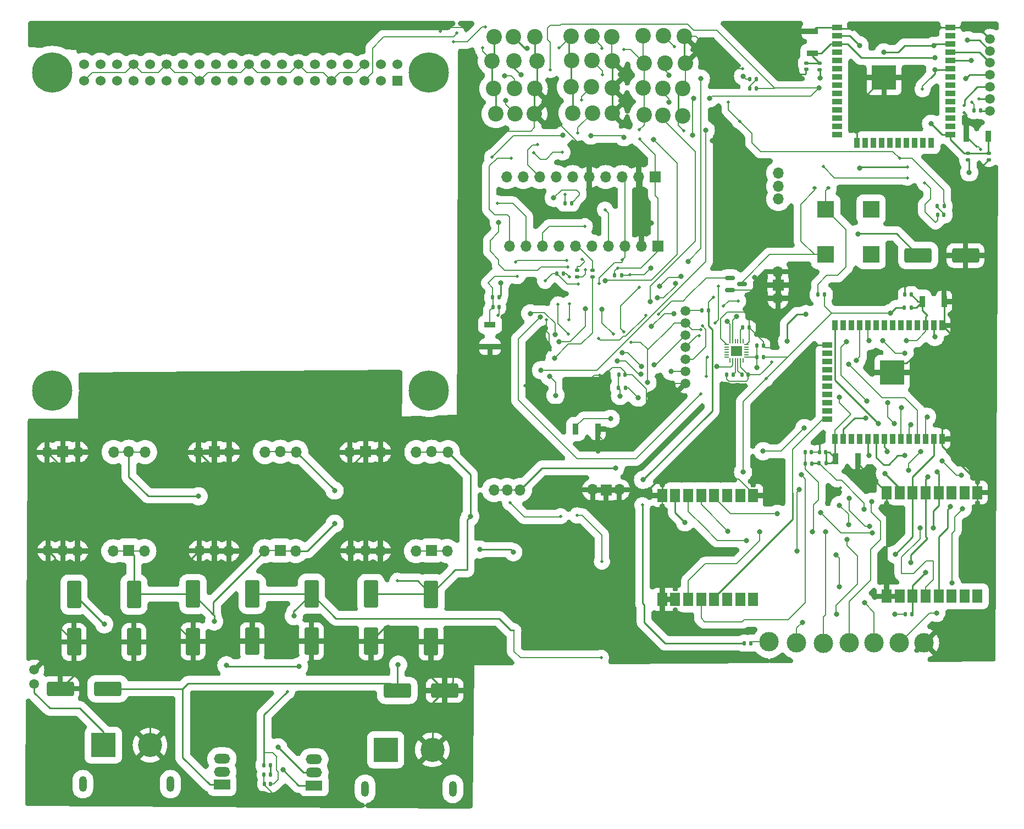
<source format=gbr>
%TF.GenerationSoftware,KiCad,Pcbnew,7.0.10*%
%TF.CreationDate,2024-12-05T21:17:43+05:30*%
%TF.ProjectId,remote_v2,72656d6f-7465-45f7-9632-2e6b69636164,rev?*%
%TF.SameCoordinates,Original*%
%TF.FileFunction,Copper,L1,Top*%
%TF.FilePolarity,Positive*%
%FSLAX46Y46*%
G04 Gerber Fmt 4.6, Leading zero omitted, Abs format (unit mm)*
G04 Created by KiCad (PCBNEW 7.0.10) date 2024-12-05 21:17:43*
%MOMM*%
%LPD*%
G01*
G04 APERTURE LIST*
G04 Aperture macros list*
%AMRoundRect*
0 Rectangle with rounded corners*
0 $1 Rounding radius*
0 $2 $3 $4 $5 $6 $7 $8 $9 X,Y pos of 4 corners*
0 Add a 4 corners polygon primitive as box body*
4,1,4,$2,$3,$4,$5,$6,$7,$8,$9,$2,$3,0*
0 Add four circle primitives for the rounded corners*
1,1,$1+$1,$2,$3*
1,1,$1+$1,$4,$5*
1,1,$1+$1,$6,$7*
1,1,$1+$1,$8,$9*
0 Add four rect primitives between the rounded corners*
20,1,$1+$1,$2,$3,$4,$5,0*
20,1,$1+$1,$4,$5,$6,$7,0*
20,1,$1+$1,$6,$7,$8,$9,0*
20,1,$1+$1,$8,$9,$2,$3,0*%
%AMFreePoly0*
4,1,14,0.266715,0.088284,0.363284,-0.008285,0.375000,-0.036569,0.375000,-0.060000,0.363284,-0.088284,0.335000,-0.100000,-0.335000,-0.100000,-0.363284,-0.088284,-0.375000,-0.060000,-0.375000,0.060000,-0.363284,0.088284,-0.335000,0.100000,0.238431,0.100000,0.266715,0.088284,0.266715,0.088284,$1*%
%AMFreePoly1*
4,1,14,0.363284,0.088284,0.375000,0.060000,0.375000,0.036569,0.363284,0.008285,0.266715,-0.088284,0.238431,-0.100000,-0.335000,-0.100000,-0.363284,-0.088284,-0.375000,-0.060000,-0.375000,0.060000,-0.363284,0.088284,-0.335000,0.100000,0.335000,0.100000,0.363284,0.088284,0.363284,0.088284,$1*%
%AMFreePoly2*
4,1,14,0.088284,0.363284,0.100000,0.335000,0.100000,-0.335000,0.088284,-0.363284,0.060000,-0.375000,-0.060000,-0.375000,-0.088284,-0.363284,-0.100000,-0.335000,-0.100000,0.238431,-0.088284,0.266715,0.008285,0.363284,0.036569,0.375000,0.060000,0.375000,0.088284,0.363284,0.088284,0.363284,$1*%
%AMFreePoly3*
4,1,14,-0.008285,0.363284,0.088284,0.266715,0.100000,0.238431,0.100000,-0.335000,0.088284,-0.363284,0.060000,-0.375000,-0.060000,-0.375000,-0.088284,-0.363284,-0.100000,-0.335000,-0.100000,0.335000,-0.088284,0.363284,-0.060000,0.375000,-0.036569,0.375000,-0.008285,0.363284,-0.008285,0.363284,$1*%
%AMFreePoly4*
4,1,14,0.363284,0.088284,0.375000,0.060000,0.375000,-0.060000,0.363284,-0.088284,0.335000,-0.100000,-0.238431,-0.100000,-0.266715,-0.088284,-0.363284,0.008285,-0.375000,0.036569,-0.375000,0.060000,-0.363284,0.088284,-0.335000,0.100000,0.335000,0.100000,0.363284,0.088284,0.363284,0.088284,$1*%
%AMFreePoly5*
4,1,14,0.363284,0.088284,0.375000,0.060000,0.375000,-0.060000,0.363284,-0.088284,0.335000,-0.100000,-0.335000,-0.100000,-0.363284,-0.088284,-0.375000,-0.060000,-0.375000,-0.036569,-0.363284,-0.008285,-0.266715,0.088284,-0.238431,0.100000,0.335000,0.100000,0.363284,0.088284,0.363284,0.088284,$1*%
%AMFreePoly6*
4,1,14,0.088284,0.363284,0.100000,0.335000,0.100000,-0.238431,0.088284,-0.266715,-0.008285,-0.363284,-0.036569,-0.375000,-0.060000,-0.375000,-0.088284,-0.363284,-0.100000,-0.335000,-0.100000,0.335000,-0.088284,0.363284,-0.060000,0.375000,0.060000,0.375000,0.088284,0.363284,0.088284,0.363284,$1*%
%AMFreePoly7*
4,1,14,0.088284,0.363284,0.100000,0.335000,0.100000,-0.335000,0.088284,-0.363284,0.060000,-0.375000,0.036569,-0.375000,0.008285,-0.363284,-0.088284,-0.266715,-0.100000,-0.238431,-0.100000,0.335000,-0.088284,0.363284,-0.060000,0.375000,0.060000,0.375000,0.088284,0.363284,0.088284,0.363284,$1*%
G04 Aperture macros list end*
%TA.AperFunction,SMDPad,CuDef*%
%ADD10RoundRect,0.135000X-0.135000X-0.185000X0.135000X-0.185000X0.135000X0.185000X-0.135000X0.185000X0*%
%TD*%
%TA.AperFunction,SMDPad,CuDef*%
%ADD11RoundRect,0.140000X0.140000X0.170000X-0.140000X0.170000X-0.140000X-0.170000X0.140000X-0.170000X0*%
%TD*%
%TA.AperFunction,SMDPad,CuDef*%
%ADD12RoundRect,0.275000X-0.825000X1.825000X-0.825000X-1.825000X0.825000X-1.825000X0.825000X1.825000X0*%
%TD*%
%TA.AperFunction,SMDPad,CuDef*%
%ADD13RoundRect,0.135000X0.135000X0.185000X-0.135000X0.185000X-0.135000X-0.185000X0.135000X-0.185000X0*%
%TD*%
%TA.AperFunction,ComponentPad*%
%ADD14R,3.716000X3.716000*%
%TD*%
%TA.AperFunction,ComponentPad*%
%ADD15C,3.716000*%
%TD*%
%TA.AperFunction,ComponentPad*%
%ADD16O,1.200000X2.400000*%
%TD*%
%TA.AperFunction,SMDPad,CuDef*%
%ADD17C,1.500000*%
%TD*%
%TA.AperFunction,SMDPad,CuDef*%
%ADD18RoundRect,0.147500X0.147500X0.172500X-0.147500X0.172500X-0.147500X-0.172500X0.147500X-0.172500X0*%
%TD*%
%TA.AperFunction,ComponentPad*%
%ADD19R,2.500000X1.500000*%
%TD*%
%TA.AperFunction,ComponentPad*%
%ADD20O,2.500000X1.500000*%
%TD*%
%TA.AperFunction,SMDPad,CuDef*%
%ADD21R,1.500000X2.000000*%
%TD*%
%TA.AperFunction,SMDPad,CuDef*%
%ADD22C,2.400000*%
%TD*%
%TA.AperFunction,SMDPad,CuDef*%
%ADD23RoundRect,0.140000X0.170000X-0.140000X0.170000X0.140000X-0.170000X0.140000X-0.170000X-0.140000X0*%
%TD*%
%TA.AperFunction,SMDPad,CuDef*%
%ADD24RoundRect,0.135000X-0.185000X0.135000X-0.185000X-0.135000X0.185000X-0.135000X0.185000X0.135000X0*%
%TD*%
%TA.AperFunction,SMDPad,CuDef*%
%ADD25RoundRect,0.140000X-0.140000X-0.170000X0.140000X-0.170000X0.140000X0.170000X-0.140000X0.170000X0*%
%TD*%
%TA.AperFunction,SMDPad,CuDef*%
%ADD26R,0.900000X1.700000*%
%TD*%
%TA.AperFunction,SMDPad,CuDef*%
%ADD27RoundRect,0.275000X1.825000X0.825000X-1.825000X0.825000X-1.825000X-0.825000X1.825000X-0.825000X0*%
%TD*%
%TA.AperFunction,SMDPad,CuDef*%
%ADD28RoundRect,0.275000X-1.825000X-0.825000X1.825000X-0.825000X1.825000X0.825000X-1.825000X0.825000X0*%
%TD*%
%TA.AperFunction,SMDPad,CuDef*%
%ADD29R,0.900000X1.500000*%
%TD*%
%TA.AperFunction,SMDPad,CuDef*%
%ADD30R,1.500000X0.900000*%
%TD*%
%TA.AperFunction,SMDPad,CuDef*%
%ADD31R,0.900000X0.900000*%
%TD*%
%TA.AperFunction,SMDPad,CuDef*%
%ADD32R,3.800000X3.800000*%
%TD*%
%TA.AperFunction,SMDPad,CuDef*%
%ADD33RoundRect,0.112500X-0.187500X-0.112500X0.187500X-0.112500X0.187500X0.112500X-0.187500X0.112500X0*%
%TD*%
%TA.AperFunction,ComponentPad*%
%ADD34O,1.700000X1.700000*%
%TD*%
%TA.AperFunction,ComponentPad*%
%ADD35R,1.700000X1.700000*%
%TD*%
%TA.AperFunction,SMDPad,CuDef*%
%ADD36FreePoly0,0.000000*%
%TD*%
%TA.AperFunction,SMDPad,CuDef*%
%ADD37RoundRect,0.050000X-0.325000X-0.050000X0.325000X-0.050000X0.325000X0.050000X-0.325000X0.050000X0*%
%TD*%
%TA.AperFunction,SMDPad,CuDef*%
%ADD38FreePoly1,0.000000*%
%TD*%
%TA.AperFunction,SMDPad,CuDef*%
%ADD39FreePoly2,0.000000*%
%TD*%
%TA.AperFunction,SMDPad,CuDef*%
%ADD40RoundRect,0.050000X-0.050000X-0.325000X0.050000X-0.325000X0.050000X0.325000X-0.050000X0.325000X0*%
%TD*%
%TA.AperFunction,SMDPad,CuDef*%
%ADD41FreePoly3,0.000000*%
%TD*%
%TA.AperFunction,SMDPad,CuDef*%
%ADD42FreePoly4,0.000000*%
%TD*%
%TA.AperFunction,SMDPad,CuDef*%
%ADD43FreePoly5,0.000000*%
%TD*%
%TA.AperFunction,SMDPad,CuDef*%
%ADD44FreePoly6,0.000000*%
%TD*%
%TA.AperFunction,SMDPad,CuDef*%
%ADD45FreePoly7,0.000000*%
%TD*%
%TA.AperFunction,SMDPad,CuDef*%
%ADD46R,1.750000X1.600000*%
%TD*%
%TA.AperFunction,SMDPad,CuDef*%
%ADD47RoundRect,0.147500X-0.147500X-0.172500X0.147500X-0.172500X0.147500X0.172500X-0.147500X0.172500X0*%
%TD*%
%TA.AperFunction,SMDPad,CuDef*%
%ADD48C,3.000000*%
%TD*%
%TA.AperFunction,SMDPad,CuDef*%
%ADD49R,1.700000X0.900000*%
%TD*%
%TA.AperFunction,SMDPad,CuDef*%
%ADD50R,2.500000X2.500000*%
%TD*%
%TA.AperFunction,ComponentPad*%
%ADD51R,1.524000X1.524000*%
%TD*%
%TA.AperFunction,ComponentPad*%
%ADD52C,1.524000*%
%TD*%
%TA.AperFunction,ComponentPad*%
%ADD53C,6.200000*%
%TD*%
%TA.AperFunction,SMDPad,CuDef*%
%ADD54RoundRect,0.150000X-0.587500X-0.150000X0.587500X-0.150000X0.587500X0.150000X-0.587500X0.150000X0*%
%TD*%
%TA.AperFunction,ViaPad*%
%ADD55C,0.800000*%
%TD*%
%TA.AperFunction,ViaPad*%
%ADD56C,0.470000*%
%TD*%
%TA.AperFunction,ViaPad*%
%ADD57C,0.460000*%
%TD*%
%TA.AperFunction,Conductor*%
%ADD58C,0.160000*%
%TD*%
%TA.AperFunction,Conductor*%
%ADD59C,0.158000*%
%TD*%
%TA.AperFunction,Conductor*%
%ADD60C,0.250000*%
%TD*%
%TA.AperFunction,Conductor*%
%ADD61C,0.170000*%
%TD*%
%TA.AperFunction,Conductor*%
%ADD62C,0.300000*%
%TD*%
%TA.AperFunction,Conductor*%
%ADD63C,0.154000*%
%TD*%
G04 APERTURE END LIST*
D10*
%TO.P,R7,1*%
%TO.N,+3.3V*%
X94320000Y-154960000D03*
%TO.P,R7,2*%
%TO.N,Net-(D2-A)*%
X95340000Y-154960000D03*
%TD*%
D11*
%TO.P,C37,1*%
%TO.N,+3.3V*%
X95370000Y-157900000D03*
%TO.P,C37,2*%
%TO.N,GND*%
X94410000Y-157900000D03*
%TD*%
D12*
%TO.P,C54,1*%
%TO.N,4S*%
X83420000Y-128610000D03*
%TO.P,C54,2*%
%TO.N,GND*%
X83420000Y-135910000D03*
%TD*%
D13*
%TO.P,R51,1*%
%TO.N,/EN3*%
X194020000Y-84432500D03*
%TO.P,R51,2*%
%TO.N,+3.3V*%
X193000000Y-84432500D03*
%TD*%
D10*
%TO.P,R33,1*%
%TO.N,+3.3V*%
X148380000Y-79440000D03*
%TO.P,R33,2*%
%TO.N,/SCLx*%
X149400000Y-79440000D03*
%TD*%
D14*
%TO.P,J17,1,POS*%
%TO.N,Vin*%
X113080000Y-152610000D03*
D15*
%TO.P,J17,2,NEG*%
%TO.N,GND*%
X120280000Y-152610000D03*
D16*
%TO.P,J17,S1*%
%TO.N,N/C*%
X109930000Y-158610000D03*
%TO.P,J17,S2*%
X123430000Y-158610000D03*
%TD*%
D11*
%TO.P,C94,1*%
%TO.N,GND*%
X130560000Y-84420000D03*
%TO.P,C94,2*%
%TO.N,/IO02*%
X129600000Y-84420000D03*
%TD*%
D17*
%TO.P,J24,1,Pin_1*%
%TO.N,GND*%
X58960000Y-140250000D03*
%TO.P,J24,2,Pin_2*%
%TO.N,5V*%
X58960000Y-142500000D03*
%TD*%
D11*
%TO.P,C30,1*%
%TO.N,GND*%
X178660000Y-106757500D03*
%TO.P,C30,2*%
%TO.N,Net-(U11-VDD)*%
X177700000Y-106757500D03*
%TD*%
D10*
%TO.P,R48,1*%
%TO.N,/IO02*%
X129550000Y-82895000D03*
%TO.P,R48,2*%
%TO.N,+3.3V*%
X130570000Y-82895000D03*
%TD*%
D13*
%TO.P,R91,1*%
%TO.N,Net-(U13-AD0)*%
X166590000Y-94810000D03*
%TO.P,R91,2*%
%TO.N,GND*%
X165570000Y-94810000D03*
%TD*%
D18*
%TO.P,D14,2,A*%
%TO.N,+3.3V*%
X198125000Y-70150000D03*
%TO.P,D14,1,K*%
%TO.N,Net-(D14-K)*%
X199095000Y-70150000D03*
%TD*%
D19*
%TO.P,SW7,1,A*%
%TO.N,+5V*%
X87860000Y-157980000D03*
D20*
%TO.P,SW7,2,B*%
%TO.N,5V*%
X87860000Y-155980000D03*
%TO.P,SW7,3,C*%
%TO.N,unconnected-(SW7-C-Pad3)*%
X87860000Y-153980000D03*
%TD*%
D21*
%TO.P,U11,1,GND*%
%TO.N,GND*%
X155690000Y-129420000D03*
%TO.P,U11,2,GND*%
X157690000Y-129420000D03*
%TO.P,U11,3,VDD*%
%TO.N,Net-(U11-VDD)*%
X159690000Y-129420000D03*
%TO.P,U11,4,~{RESET}*%
%TO.N,/RST1*%
X161690000Y-129420000D03*
%TO.P,U11,5,DIO0*%
%TO.N,/DIO11*%
X163690000Y-129420000D03*
%TO.P,U11,6,DIO1*%
%TO.N,unconnected-(U11-DIO1-Pad6)*%
X165690000Y-129420000D03*
%TO.P,U11,7,DIO2*%
%TO.N,unconnected-(U11-DIO2-Pad7)*%
X167690000Y-129420000D03*
%TO.P,U11,8,DIO3*%
%TO.N,unconnected-(U11-DIO3-Pad8)*%
X169690000Y-129420000D03*
%TO.P,U11,9,GND*%
%TO.N,GND*%
X169690000Y-113420000D03*
%TO.P,U11,10,DIO4*%
%TO.N,unconnected-(U11-DIO4-Pad10)*%
X167690000Y-113420000D03*
%TO.P,U11,11,DIO5*%
%TO.N,unconnected-(U11-DIO5-Pad11)*%
X165690000Y-113420000D03*
%TO.P,U11,12,SCK*%
%TO.N,/VSCK*%
X163690000Y-113420000D03*
%TO.P,U11,13,MISO*%
%TO.N,/VMISO*%
X161690000Y-113420000D03*
%TO.P,U11,14,MOSI*%
%TO.N,/VMOSI*%
X159690000Y-113420000D03*
%TO.P,U11,15,~{NSS}*%
%TO.N,/VCS_1*%
X157690000Y-113420000D03*
%TO.P,U11,16,GND*%
%TO.N,GND*%
X155690000Y-113420000D03*
%TD*%
D22*
%TO.P,J28,1,Pin_1*%
%TO.N,+3.3V*%
X152760000Y-42590000D03*
%TO.P,J28,2,Pin_2*%
%TO.N,/Mode1*%
X155860000Y-42540000D03*
%TO.P,J28,3,Pin_3*%
%TO.N,GND*%
X159110000Y-42640000D03*
%TD*%
%TO.P,J12,1,Pin_1*%
%TO.N,+3.3V*%
X141660000Y-50470000D03*
%TO.P,J12,2,Pin_2*%
%TO.N,/Vy3*%
X144810000Y-50470000D03*
%TO.P,J12,3,Pin_3*%
%TO.N,GND*%
X148010000Y-50570000D03*
%TD*%
D13*
%TO.P,R96,1*%
%TO.N,/IO03*%
X180895000Y-108432500D03*
%TO.P,R96,2*%
%TO.N,+3.3V*%
X179875000Y-108432500D03*
%TD*%
D10*
%TO.P,R94,2*%
%TO.N,/SDA1*%
X199100000Y-68830000D03*
%TO.P,R94,1*%
%TO.N,Net-(D14-K)*%
X198080000Y-68830000D03*
%TD*%
D12*
%TO.P,C24,1*%
%TO.N,Vin*%
X65080000Y-128680000D03*
%TO.P,C24,2*%
%TO.N,GND*%
X65080000Y-135980000D03*
%TD*%
%TO.P,C59,1*%
%TO.N,+5V*%
X110840000Y-128590000D03*
%TO.P,C59,2*%
%TO.N,GND*%
X110840000Y-135890000D03*
%TD*%
D23*
%TO.P,C91,1*%
%TO.N,GND*%
X205985000Y-61675000D03*
%TO.P,C91,2*%
%TO.N,/IO01*%
X205985000Y-60715000D03*
%TD*%
D24*
%TO.P,R55,1*%
%TO.N,Net-(J3-Pin_6)*%
X144920000Y-78690000D03*
%TO.P,R55,2*%
%TO.N,/Ab*%
X144920000Y-79710000D03*
%TD*%
D25*
%TO.P,C95,1*%
%TO.N,GND*%
X193080000Y-82457500D03*
%TO.P,C95,2*%
%TO.N,/EN3*%
X194040000Y-82457500D03*
%TD*%
%TO.P,C53,1*%
%TO.N,Net-(U13-REGOUT)*%
X167990000Y-94830000D03*
%TO.P,C53,2*%
%TO.N,GND*%
X168950000Y-94830000D03*
%TD*%
%TO.P,C51,1*%
%TO.N,Net-(U13-CPOUT)*%
X168100000Y-87550000D03*
%TO.P,C51,2*%
%TO.N,GND*%
X169060000Y-87550000D03*
%TD*%
D26*
%TO.P,SW6,1,A*%
%TO.N,GND*%
X185810000Y-107707500D03*
%TO.P,SW6,2,B*%
%TO.N,/IO03*%
X182410000Y-107707500D03*
%TD*%
D10*
%TO.P,R8,1*%
%TO.N,VCCQ*%
X203700000Y-54095000D03*
%TO.P,R8,2*%
%TO.N,Net-(J6-Pin_7)*%
X204720000Y-54095000D03*
%TD*%
D14*
%TO.P,J25,1,POS*%
%TO.N,5V*%
X69590000Y-151900000D03*
D15*
%TO.P,J25,2,NEG*%
%TO.N,GND*%
X76790000Y-151900000D03*
D16*
%TO.P,J25,S1*%
%TO.N,N/C*%
X66440000Y-157900000D03*
%TO.P,J25,S2*%
X79940000Y-157900000D03*
%TD*%
D27*
%TO.P,C71,1*%
%TO.N,+5V*%
X70260000Y-143200000D03*
%TO.P,C71,2*%
%TO.N,GND*%
X62960000Y-143200000D03*
%TD*%
D13*
%TO.P,R53,1*%
%TO.N,Net-(U12-VDD)*%
X194135000Y-131732500D03*
%TO.P,R53,2*%
%TO.N,+3.3V*%
X193115000Y-131732500D03*
%TD*%
D26*
%TO.P,SW2,1,A*%
%TO.N,GND*%
X202535000Y-58070000D03*
%TO.P,SW2,2,B*%
%TO.N,/IO01*%
X205935000Y-58070000D03*
%TD*%
D22*
%TO.P,J10,1,Pin_1*%
%TO.N,+3.3V*%
X129710000Y-50720000D03*
%TO.P,J10,2,Pin_2*%
%TO.N,/Vy1*%
X132960000Y-50720000D03*
%TO.P,J10,3,Pin_3*%
%TO.N,GND*%
X136060000Y-50720000D03*
%TD*%
D28*
%TO.P,C61,1*%
%TO.N,+5V*%
X114890000Y-143460000D03*
%TO.P,C61,2*%
%TO.N,GND*%
X122190000Y-143460000D03*
%TD*%
D10*
%TO.P,R1,1*%
%TO.N,VCCQ*%
X168340000Y-136182500D03*
%TO.P,R1,2*%
%TO.N,Net-(J33-Pin_7)*%
X169360000Y-136182500D03*
%TD*%
%TO.P,R38,1*%
%TO.N,Net-(U23-VDD)*%
X148970000Y-96790000D03*
%TO.P,R38,2*%
%TO.N,+3.3V*%
X149990000Y-96790000D03*
%TD*%
D29*
%TO.P,U24,1,GND*%
%TO.N,GND*%
X198840000Y-87207500D03*
%TO.P,U24,2,VDD*%
%TO.N,Net-(U24-VDD)*%
X197570000Y-87207500D03*
%TO.P,U24,3,EN*%
%TO.N,/EN3*%
X196300000Y-87207500D03*
%TO.P,U24,4,SENSOR_VP*%
%TO.N,unconnected-(U24-SENSOR_VP-Pad4)*%
X195030000Y-87207500D03*
%TO.P,U24,5,SENSOR_VN*%
%TO.N,unconnected-(U24-SENSOR_VN-Pad5)*%
X193760000Y-87207500D03*
%TO.P,U24,6,IO34*%
%TO.N,unconnected-(U24-IO34-Pad6)*%
X192490000Y-87207500D03*
%TO.P,U24,7,IO35*%
%TO.N,unconnected-(U24-IO35-Pad7)*%
X191220000Y-87207500D03*
%TO.P,U24,8,IO32*%
%TO.N,unconnected-(U24-IO32-Pad8)*%
X189950000Y-87207500D03*
%TO.P,U24,9,IO33*%
%TO.N,unconnected-(U24-IO33-Pad9)*%
X188680000Y-87207500D03*
%TO.P,U24,10,IO25*%
%TO.N,/RST1*%
X187410000Y-87207500D03*
%TO.P,U24,11,IO26*%
%TO.N,/RST2*%
X186140000Y-87207500D03*
%TO.P,U24,12,IO27*%
%TO.N,unconnected-(U24-IO27-Pad12)*%
X184870000Y-87207500D03*
%TO.P,U24,13,IO14*%
%TO.N,unconnected-(U24-IO14-Pad13)*%
X183600000Y-87207500D03*
%TO.P,U24,14,IO12*%
%TO.N,/VCS_2*%
X182330000Y-87207500D03*
D30*
%TO.P,U24,15,GND*%
%TO.N,GND*%
X181080000Y-90247500D03*
%TO.P,U24,16,IO13*%
%TO.N,unconnected-(U24-IO13-Pad16)*%
X181080000Y-91517500D03*
%TO.P,U24,17,SHD/SD2*%
%TO.N,unconnected-(U24-SHD{slash}SD2-Pad17)*%
X181080000Y-92787500D03*
%TO.P,U24,18,SWP/SD3*%
%TO.N,unconnected-(U24-SWP{slash}SD3-Pad18)*%
X181080000Y-94057500D03*
%TO.P,U24,19,SCS/CMD*%
%TO.N,unconnected-(U24-SCS{slash}CMD-Pad19)*%
X181080000Y-95327500D03*
%TO.P,U24,20,SCK/CLK*%
%TO.N,unconnected-(U24-SCK{slash}CLK-Pad20)*%
X181080000Y-96597500D03*
%TO.P,U24,21,SDO/SD0*%
%TO.N,unconnected-(U24-SDO{slash}SD0-Pad21)*%
X181080000Y-97867500D03*
%TO.P,U24,22,SDI/SD1*%
%TO.N,unconnected-(U24-SDI{slash}SD1-Pad22)*%
X181080000Y-99137500D03*
%TO.P,U24,23,IO15*%
%TO.N,unconnected-(U24-IO15-Pad23)*%
X181080000Y-100407500D03*
%TO.P,U24,24,IO2*%
%TO.N,/DIO11*%
X181080000Y-101677500D03*
D29*
%TO.P,U24,25,IO0*%
%TO.N,/IO03*%
X182330000Y-104707500D03*
%TO.P,U24,26,IO4*%
%TO.N,/DIO12*%
X183600000Y-104707500D03*
%TO.P,U24,27,IO16*%
%TO.N,unconnected-(U24-IO16-Pad27)*%
X184870000Y-104707500D03*
%TO.P,U24,28,IO17*%
%TO.N,unconnected-(U24-IO17-Pad28)*%
X186140000Y-104707500D03*
%TO.P,U24,29,IO5*%
%TO.N,/VCS_1*%
X187410000Y-104707500D03*
%TO.P,U24,30,IO18*%
%TO.N,/VSCK*%
X188680000Y-104707500D03*
%TO.P,U24,31,IO19*%
%TO.N,/VMISO*%
X189950000Y-104707500D03*
%TO.P,U24,32,NC*%
%TO.N,unconnected-(U24-NC-Pad32)*%
X191220000Y-104707500D03*
%TO.P,U24,33,IO21*%
%TO.N,/SDA1*%
X192490000Y-104707500D03*
%TO.P,U24,34,RXD0/IO3*%
%TO.N,/TX3*%
X193760000Y-104707500D03*
%TO.P,U24,35,TXD0/IO1*%
%TO.N,/RX3*%
X195030000Y-104707500D03*
%TO.P,U24,36,IO22*%
%TO.N,/SCL1*%
X196300000Y-104707500D03*
%TO.P,U24,37,IO23*%
%TO.N,/VMOSI*%
X197570000Y-104707500D03*
%TO.P,U24,38,GND*%
%TO.N,GND*%
X198840000Y-104707500D03*
D31*
%TO.P,U24,39,GND*%
X192520000Y-93057500D03*
X191120000Y-93057500D03*
X189720000Y-93057500D03*
X192520000Y-94457500D03*
X191120000Y-94457500D03*
D32*
X191120000Y-94457500D03*
D31*
X189720000Y-94457500D03*
X192520000Y-95857500D03*
X191120000Y-95857500D03*
X189720000Y-95857500D03*
%TD*%
D24*
%TO.P,R26,1*%
%TO.N,/EN1*%
X179885000Y-46775000D03*
%TO.P,R26,2*%
%TO.N,+3.3V*%
X179885000Y-47795000D03*
%TD*%
D33*
%TO.P,D7,A*%
%TO.N,Net-(Q4-C)*%
X179152500Y-66020000D03*
%TO.P,D7,C*%
%TO.N,Net-(D7-PadC)*%
X181252500Y-66020000D03*
%TD*%
D22*
%TO.P,J30,1,Pin_1*%
%TO.N,+3.3V*%
X152770000Y-50610000D03*
%TO.P,J30,2,Pin_2*%
%TO.N,/Mode2*%
X155770000Y-50660000D03*
%TO.P,J30,3,Pin_3*%
%TO.N,GND*%
X158820000Y-50710000D03*
%TD*%
D10*
%TO.P,R52,1*%
%TO.N,Net-(U11-VDD)*%
X177735000Y-108482500D03*
%TO.P,R52,2*%
%TO.N,+3.3V*%
X178755000Y-108482500D03*
%TD*%
D17*
%TO.P,J32,1,Pin_1*%
%TO.N,GND*%
X159250000Y-96110000D03*
%TO.P,J32,2,Pin_2*%
%TO.N,/TX2*%
X159250000Y-94260000D03*
%TO.P,J32,3,Pin_3*%
%TO.N,/RX2*%
X159250000Y-92410000D03*
%TO.P,J32,4,Pin_4*%
%TO.N,/EN2*%
X159250000Y-90560000D03*
%TO.P,J32,5,Pin_5*%
%TO.N,/IO02*%
X159250000Y-88710000D03*
%TO.P,J32,6,Pin_6*%
%TO.N,+3.3V*%
X159250000Y-86860000D03*
%TO.P,J32,7,Pin_7*%
%TO.N,Net-(J32-Pin_7)*%
X159250000Y-85010000D03*
%TD*%
D22*
%TO.P,J8,1,Pin_1*%
%TO.N,+3.3V*%
X141760000Y-46370000D03*
%TO.P,J8,2,Pin_2*%
%TO.N,/Vx3*%
X144860000Y-46370000D03*
%TO.P,J8,3,Pin_3*%
%TO.N,GND*%
X148010000Y-46420000D03*
%TD*%
D34*
%TO.P,U6,1,12V~24V*%
%TO.N,4S*%
X71125000Y-122005000D03*
D35*
X73535000Y-121900000D03*
D34*
X75925000Y-121970000D03*
%TO.P,U6,2,GND*%
%TO.N,GND*%
X61075000Y-121920000D03*
X63375000Y-121910000D03*
X65625000Y-121970000D03*
%TO.P,U6,3,GND*%
X60925000Y-106770000D03*
D35*
X63375000Y-106680000D03*
D34*
X65675000Y-106720000D03*
%TO.P,U6,4,5V*%
%TO.N,+5V*%
X71175000Y-106720000D03*
X73535000Y-106670000D03*
X76025000Y-106720000D03*
%TD*%
D12*
%TO.P,C48,1*%
%TO.N,+3.3V*%
X92540000Y-128570000D03*
%TO.P,C48,2*%
%TO.N,GND*%
X92540000Y-135870000D03*
%TD*%
D35*
%TO.P,J2,1,Pin_1*%
%TO.N,+3.3V*%
X154615000Y-64345000D03*
D34*
%TO.P,J2,2,Pin_2*%
%TO.N,GND*%
X152075000Y-64345000D03*
%TO.P,J2,3,Pin_3*%
%TO.N,/SDAx*%
X149535000Y-64345000D03*
%TO.P,J2,4,Pin_4*%
%TO.N,/SCLx*%
X146995000Y-64345000D03*
%TO.P,J2,5,Pin_5*%
%TO.N,GND*%
X144455000Y-64345000D03*
%TO.P,J2,6,Pin_6*%
%TO.N,Net-(J2-Pin_6)*%
X141915000Y-64345000D03*
%TO.P,J2,7,Pin_7*%
%TO.N,/Vx1*%
X139375000Y-64345000D03*
%TO.P,J2,8,Pin_8*%
%TO.N,/Vy1*%
X136835000Y-64345000D03*
%TO.P,J2,9,Pin_9*%
%TO.N,/Vx2*%
X134295000Y-64345000D03*
%TO.P,J2,10,Pin_10*%
%TO.N,/Vy2*%
X131755000Y-64345000D03*
%TD*%
D36*
%TO.P,U13,1,CLKIN*%
%TO.N,GND*%
X165640000Y-90120000D03*
D37*
%TO.P,U13,2,NC*%
%TO.N,unconnected-(U13-NC-Pad2)*%
X165640000Y-90520000D03*
%TO.P,U13,3,NC*%
%TO.N,unconnected-(U13-NC-Pad3)*%
X165640000Y-90920000D03*
%TO.P,U13,4,NC*%
%TO.N,unconnected-(U13-NC-Pad4)*%
X165640000Y-91320000D03*
%TO.P,U13,5,NC*%
%TO.N,unconnected-(U13-NC-Pad5)*%
X165640000Y-91720000D03*
D38*
%TO.P,U13,6,AUX_DA*%
%TO.N,unconnected-(U13-AUX_DA-Pad6)*%
X165640000Y-92120000D03*
D39*
%TO.P,U13,7,AUX_CL*%
%TO.N,unconnected-(U13-AUX_CL-Pad7)*%
X166140000Y-92620000D03*
D40*
%TO.P,U13,8,VLOGIC*%
%TO.N,Net-(U13-VDD)*%
X166540000Y-92620000D03*
%TO.P,U13,9,AD0*%
%TO.N,Net-(U13-AD0)*%
X166940000Y-92620000D03*
%TO.P,U13,10,REGOUT*%
%TO.N,Net-(U13-REGOUT)*%
X167340000Y-92620000D03*
%TO.P,U13,11,FSYNC*%
%TO.N,GND*%
X167740000Y-92620000D03*
D41*
%TO.P,U13,12,INT*%
%TO.N,unconnected-(U13-INT-Pad12)*%
X168140000Y-92620000D03*
D42*
%TO.P,U13,13,VDD*%
%TO.N,Net-(U13-VDD)*%
X168640000Y-92120000D03*
D37*
%TO.P,U13,14,NC*%
%TO.N,unconnected-(U13-NC-Pad14)*%
X168640000Y-91720000D03*
%TO.P,U13,15,NC*%
%TO.N,unconnected-(U13-NC-Pad15)*%
X168640000Y-91320000D03*
%TO.P,U13,16,NC*%
%TO.N,unconnected-(U13-NC-Pad16)*%
X168640000Y-90920000D03*
%TO.P,U13,17,NC*%
%TO.N,unconnected-(U13-NC-Pad17)*%
X168640000Y-90520000D03*
D43*
%TO.P,U13,18,GND*%
%TO.N,GND*%
X168640000Y-90120000D03*
D44*
%TO.P,U13,19,RESV*%
%TO.N,unconnected-(U13-RESV-Pad19)*%
X168140000Y-89620000D03*
D40*
%TO.P,U13,20,CPOUT*%
%TO.N,Net-(U13-CPOUT)*%
X167740000Y-89620000D03*
%TO.P,U13,21,RESV*%
%TO.N,unconnected-(U13-RESV-Pad21)*%
X167340000Y-89620000D03*
%TO.P,U13,22,RESV*%
%TO.N,unconnected-(U13-RESV-Pad22)*%
X166940000Y-89620000D03*
%TO.P,U13,23,SCL*%
%TO.N,/SCLx*%
X166540000Y-89620000D03*
D45*
%TO.P,U13,24,SDA*%
%TO.N,/SDAx*%
X166140000Y-89620000D03*
D46*
%TO.P,U13,25*%
%TO.N,N/C*%
X167140000Y-91120000D03*
%TD*%
D25*
%TO.P,C97,1*%
%TO.N,GND*%
X179905000Y-106707500D03*
%TO.P,C97,2*%
%TO.N,/IO03*%
X180865000Y-106707500D03*
%TD*%
D47*
%TO.P,D2,1,K*%
%TO.N,GND*%
X94355000Y-156420000D03*
%TO.P,D2,2,A*%
%TO.N,Net-(D2-A)*%
X95325000Y-156420000D03*
%TD*%
D26*
%TO.P,SW5,1,A*%
%TO.N,GND*%
X199110000Y-83532500D03*
%TO.P,SW5,2,B*%
%TO.N,/EN3*%
X195710000Y-83532500D03*
%TD*%
D48*
%TO.P,J33,1,Pin_1*%
%TO.N,GND*%
X196035000Y-136132500D03*
%TO.P,J33,2,Pin_2*%
%TO.N,/TX3*%
X192235000Y-136132500D03*
%TO.P,J33,3,Pin_3*%
%TO.N,/RX3*%
X188335000Y-136132500D03*
%TO.P,J33,4,Pin_4*%
%TO.N,/EN3*%
X184485000Y-136132500D03*
%TO.P,J33,5,Pin_5*%
%TO.N,/IO03*%
X180535000Y-136182500D03*
%TO.P,J33,6,Pin_6*%
%TO.N,+3.3V*%
X176385000Y-136082500D03*
%TO.P,J33,7,Pin_7*%
%TO.N,Net-(J33-Pin_7)*%
X172135000Y-135982500D03*
%TD*%
D49*
%TO.P,SW1,1,A*%
%TO.N,GND*%
X178810000Y-41870000D03*
%TO.P,SW1,2,B*%
%TO.N,/EN1*%
X178810000Y-45270000D03*
%TD*%
D34*
%TO.P,U15,1,12V~24V*%
%TO.N,4S*%
X94445000Y-122005000D03*
D35*
X96855000Y-121900000D03*
D34*
X99245000Y-121970000D03*
%TO.P,U15,2,GND*%
%TO.N,GND*%
X84395000Y-121920000D03*
X86695000Y-121910000D03*
X88945000Y-121970000D03*
%TO.P,U15,3,GND*%
X84245000Y-106770000D03*
D35*
X86695000Y-106680000D03*
D34*
X88995000Y-106720000D03*
%TO.P,U15,4,5V*%
%TO.N,+5V*%
X94495000Y-106720000D03*
X96855000Y-106670000D03*
X99345000Y-106720000D03*
%TD*%
D13*
%TO.P,R10,1*%
%TO.N,VCCQ*%
X162780000Y-84910000D03*
%TO.P,R10,2*%
%TO.N,Net-(J32-Pin_7)*%
X161760000Y-84910000D03*
%TD*%
D49*
%TO.P,SW4,1,A*%
%TO.N,GND*%
X129160000Y-90495000D03*
%TO.P,SW4,2,B*%
%TO.N,/IO02*%
X129160000Y-87095000D03*
%TD*%
D24*
%TO.P,R28,1*%
%TO.N,/IO01*%
X202760000Y-60645000D03*
%TO.P,R28,2*%
%TO.N,+3.3V*%
X202760000Y-61665000D03*
%TD*%
D10*
%TO.P,R30,1*%
%TO.N,/SDAx*%
X139440000Y-79210000D03*
%TO.P,R30,2*%
%TO.N,+3.3V*%
X140460000Y-79210000D03*
%TD*%
D35*
%TO.P,J3,1,Pin_1*%
%TO.N,+3.3V*%
X155020000Y-75010000D03*
D34*
%TO.P,J3,2,Pin_2*%
%TO.N,GND*%
X152480000Y-75010000D03*
%TO.P,J3,3,Pin_3*%
%TO.N,/SDAx*%
X149940000Y-75010000D03*
%TO.P,J3,4,Pin_4*%
%TO.N,/SCLx*%
X147400000Y-75010000D03*
%TO.P,J3,5,Pin_5*%
%TO.N,Net-(J3-Pin_5)*%
X144860000Y-75010000D03*
%TO.P,J3,6,Pin_6*%
%TO.N,Net-(J3-Pin_6)*%
X142320000Y-75010000D03*
%TO.P,J3,7,Pin_7*%
%TO.N,/Vx3*%
X139780000Y-75010000D03*
%TO.P,J3,8,Pin_8*%
%TO.N,/Vy3*%
X137240000Y-75010000D03*
%TO.P,J3,9,Pin_9*%
%TO.N,/Vx4*%
X134700000Y-75010000D03*
%TO.P,J3,10,Pin_10*%
%TO.N,/Vy4*%
X132160000Y-75010000D03*
%TD*%
D22*
%TO.P,J29,1,Pin_1*%
%TO.N,+3.3V*%
X152950000Y-46780000D03*
%TO.P,J29,2,Pin_2*%
%TO.N,/Mode3*%
X156150000Y-46780000D03*
%TO.P,J29,3,Pin_3*%
%TO.N,GND*%
X159300000Y-46780000D03*
%TD*%
D18*
%TO.P,D13,1,K*%
%TO.N,Net-(D13-K)*%
X170150000Y-49210000D03*
%TO.P,D13,2,A*%
%TO.N,+3.3V*%
X169180000Y-49210000D03*
%TD*%
D24*
%TO.P,R56,1*%
%TO.N,Net-(J3-Pin_5)*%
X142550000Y-78680000D03*
%TO.P,R56,2*%
%TO.N,+3.3V*%
X142550000Y-79700000D03*
%TD*%
D12*
%TO.P,C35,1*%
%TO.N,4S*%
X74300000Y-128680000D03*
%TO.P,C35,2*%
%TO.N,GND*%
X74300000Y-135980000D03*
%TD*%
D30*
%TO.P,U22,1,GND*%
%TO.N,GND*%
X182610000Y-41285000D03*
%TO.P,U22,2,VDD*%
%TO.N,Net-(U22-VDD)*%
X182610000Y-42555000D03*
%TO.P,U22,3,EN*%
%TO.N,/EN1*%
X182610000Y-43825000D03*
%TO.P,U22,4,SENSOR_VP*%
%TO.N,unconnected-(U22-SENSOR_VP-Pad4)*%
X182610000Y-45095000D03*
%TO.P,U22,5,SENSOR_VN*%
%TO.N,unconnected-(U22-SENSOR_VN-Pad5)*%
X182610000Y-46365000D03*
%TO.P,U22,6,IO34*%
%TO.N,unconnected-(U22-IO34-Pad6)*%
X182610000Y-47635000D03*
%TO.P,U22,7,IO35*%
%TO.N,unconnected-(U22-IO35-Pad7)*%
X182610000Y-48905000D03*
%TO.P,U22,8,IO32*%
%TO.N,unconnected-(U22-IO32-Pad8)*%
X182610000Y-50175000D03*
%TO.P,U22,9,IO33*%
%TO.N,unconnected-(U22-IO33-Pad9)*%
X182610000Y-51445000D03*
%TO.P,U22,10,IO25*%
%TO.N,unconnected-(U22-IO25-Pad10)*%
X182610000Y-52715000D03*
%TO.P,U22,11,IO26*%
%TO.N,unconnected-(U22-IO26-Pad11)*%
X182610000Y-53985000D03*
%TO.P,U22,12,IO27*%
%TO.N,unconnected-(U22-IO27-Pad12)*%
X182610000Y-55255000D03*
%TO.P,U22,13,IO14*%
%TO.N,unconnected-(U22-IO14-Pad13)*%
X182610000Y-56525000D03*
%TO.P,U22,14,IO12*%
%TO.N,unconnected-(U22-IO12-Pad14)*%
X182610000Y-57795000D03*
D29*
%TO.P,U22,15,GND*%
%TO.N,GND*%
X185650000Y-59045000D03*
%TO.P,U22,16,IO13*%
%TO.N,unconnected-(U22-IO13-Pad16)*%
X186920000Y-59045000D03*
%TO.P,U22,17,SHD/SD2*%
%TO.N,unconnected-(U22-SHD{slash}SD2-Pad17)*%
X188190000Y-59045000D03*
%TO.P,U22,18,SWP/SD3*%
%TO.N,unconnected-(U22-SWP{slash}SD3-Pad18)*%
X189460000Y-59045000D03*
%TO.P,U22,19,SCS/CMD*%
%TO.N,unconnected-(U22-SCS{slash}CMD-Pad19)*%
X190730000Y-59045000D03*
%TO.P,U22,20,SCK/CLK*%
%TO.N,unconnected-(U22-SCK{slash}CLK-Pad20)*%
X192000000Y-59045000D03*
%TO.P,U22,21,SDO/SD0*%
%TO.N,unconnected-(U22-SDO{slash}SD0-Pad21)*%
X193270000Y-59045000D03*
%TO.P,U22,22,SDI/SD1*%
%TO.N,unconnected-(U22-SDI{slash}SD1-Pad22)*%
X194540000Y-59045000D03*
%TO.P,U22,23,IO15*%
%TO.N,unconnected-(U22-IO15-Pad23)*%
X195810000Y-59045000D03*
%TO.P,U22,24,IO2*%
%TO.N,unconnected-(U22-IO2-Pad24)*%
X197080000Y-59045000D03*
D30*
%TO.P,U22,25,IO0*%
%TO.N,/IO01*%
X200110000Y-57795000D03*
%TO.P,U22,26,IO4*%
%TO.N,unconnected-(U22-IO4-Pad26)*%
X200110000Y-56525000D03*
%TO.P,U22,27,IO16*%
%TO.N,unconnected-(U22-IO16-Pad27)*%
X200110000Y-55255000D03*
%TO.P,U22,28,IO17*%
%TO.N,unconnected-(U22-IO17-Pad28)*%
X200110000Y-53985000D03*
%TO.P,U22,29,IO5*%
%TO.N,unconnected-(U22-IO5-Pad29)*%
X200110000Y-52715000D03*
%TO.P,U22,30,IO18*%
%TO.N,unconnected-(U22-IO18-Pad30)*%
X200110000Y-51445000D03*
%TO.P,U22,31,IO19*%
%TO.N,unconnected-(U22-IO19-Pad31)*%
X200110000Y-50175000D03*
%TO.P,U22,32,NC*%
%TO.N,unconnected-(U22-NC-Pad32)*%
X200110000Y-48905000D03*
%TO.P,U22,33,IO21*%
%TO.N,/SDA1*%
X200110000Y-47635000D03*
%TO.P,U22,34,RXD0/IO3*%
%TO.N,/TX1*%
X200110000Y-46365000D03*
%TO.P,U22,35,TXD0/IO1*%
%TO.N,/RX1*%
X200110000Y-45095000D03*
%TO.P,U22,36,IO22*%
%TO.N,/SCL1*%
X200110000Y-43825000D03*
%TO.P,U22,37,IO23*%
%TO.N,unconnected-(U22-IO23-Pad37)*%
X200110000Y-42555000D03*
%TO.P,U22,38,GND*%
%TO.N,GND*%
X200110000Y-41285000D03*
D31*
%TO.P,U22,39,GND*%
X188460000Y-47605000D03*
X188460000Y-49005000D03*
X188460000Y-50405000D03*
X189860000Y-47605000D03*
X189860000Y-49005000D03*
D32*
X189860000Y-49005000D03*
D31*
X189860000Y-50405000D03*
X191260000Y-47605000D03*
X191260000Y-49005000D03*
X191260000Y-50405000D03*
%TD*%
D12*
%TO.P,C56,1*%
%TO.N,+5V*%
X120070000Y-128630000D03*
%TO.P,C56,2*%
%TO.N,GND*%
X120070000Y-135930000D03*
%TD*%
D22*
%TO.P,J13,1,Pin_1*%
%TO.N,+3.3V*%
X141910000Y-54470000D03*
%TO.P,J13,2,Pin_2*%
%TO.N,/Vy4*%
X144910000Y-54470000D03*
%TO.P,J13,3,Pin_3*%
%TO.N,GND*%
X147960000Y-54520000D03*
%TD*%
D34*
%TO.P,U16,1,12V~24V*%
%TO.N,4S*%
X117765000Y-122005000D03*
D35*
X120175000Y-121900000D03*
D34*
X122565000Y-121970000D03*
%TO.P,U16,2,GND*%
%TO.N,GND*%
X107715000Y-121920000D03*
X110015000Y-121910000D03*
X112265000Y-121970000D03*
%TO.P,U16,3,GND*%
X107565000Y-106770000D03*
D35*
X110015000Y-106680000D03*
D34*
X112315000Y-106720000D03*
%TO.P,U16,4,5V*%
%TO.N,+5V*%
X117815000Y-106720000D03*
X120175000Y-106670000D03*
X122665000Y-106720000D03*
%TD*%
D17*
%TO.P,J6,1,Pin_1*%
%TO.N,GND*%
X206185000Y-43045000D03*
%TO.P,J6,2,Pin_2*%
%TO.N,/TX1*%
X206185000Y-44895000D03*
%TO.P,J6,3,Pin_3*%
%TO.N,/RX1*%
X206185000Y-46745000D03*
%TO.P,J6,4,Pin_4*%
%TO.N,/EN1*%
X206185000Y-48595000D03*
%TO.P,J6,5,Pin_5*%
%TO.N,/IO01*%
X206185000Y-50445000D03*
%TO.P,J6,6,Pin_6*%
%TO.N,+3.3V*%
X206185000Y-52295000D03*
%TO.P,J6,7,Pin_7*%
%TO.N,Net-(J6-Pin_7)*%
X206185000Y-54145000D03*
%TD*%
D21*
%TO.P,U12,1,GND*%
%TO.N,GND*%
X190260000Y-128957500D03*
%TO.P,U12,2,GND*%
X192260000Y-128957500D03*
%TO.P,U12,3,VDD*%
%TO.N,Net-(U12-VDD)*%
X194260000Y-128957500D03*
%TO.P,U12,4,~{RESET}*%
%TO.N,/RST2*%
X196260000Y-128957500D03*
%TO.P,U12,5,DIO0*%
%TO.N,/DIO12*%
X198260000Y-128957500D03*
%TO.P,U12,6,DIO1*%
%TO.N,unconnected-(U12-DIO1-Pad6)*%
X200260000Y-128957500D03*
%TO.P,U12,7,DIO2*%
%TO.N,unconnected-(U12-DIO2-Pad7)*%
X202260000Y-128957500D03*
%TO.P,U12,8,DIO3*%
%TO.N,unconnected-(U12-DIO3-Pad8)*%
X204260000Y-128957500D03*
%TO.P,U12,9,GND*%
%TO.N,GND*%
X204260000Y-112957500D03*
%TO.P,U12,10,DIO4*%
%TO.N,unconnected-(U12-DIO4-Pad10)*%
X202260000Y-112957500D03*
%TO.P,U12,11,DIO5*%
%TO.N,unconnected-(U12-DIO5-Pad11)*%
X200260000Y-112957500D03*
%TO.P,U12,12,SCK*%
%TO.N,/VSCK*%
X198260000Y-112957500D03*
%TO.P,U12,13,MISO*%
%TO.N,/VMISO*%
X196260000Y-112957500D03*
%TO.P,U12,14,MOSI*%
%TO.N,/VMOSI*%
X194260000Y-112957500D03*
%TO.P,U12,15,~{NSS}*%
%TO.N,/VCS_2*%
X192260000Y-112957500D03*
%TO.P,U12,16,GND*%
%TO.N,GND*%
X190260000Y-112957500D03*
%TD*%
D13*
%TO.P,R73,1*%
%TO.N,+3.3V*%
X180710000Y-82460000D03*
%TO.P,R73,2*%
%TO.N,Net-(D7-PadC)*%
X179690000Y-82460000D03*
%TD*%
D19*
%TO.P,SW8,1,A*%
%TO.N,4S*%
X102050000Y-158100000D03*
D20*
%TO.P,SW8,2,B*%
%TO.N,Vin*%
X102050000Y-156100000D03*
%TO.P,SW8,3,C*%
%TO.N,unconnected-(SW8-C-Pad3)*%
X102050000Y-154100000D03*
%TD*%
D22*
%TO.P,J31,1,Pin_1*%
%TO.N,+3.3V*%
X152880000Y-54720000D03*
%TO.P,J31,2,Pin_2*%
%TO.N,/Mode4*%
X155830000Y-54820000D03*
%TO.P,J31,3,Pin_3*%
%TO.N,GND*%
X158830000Y-54920000D03*
%TD*%
D25*
%TO.P,C52,1*%
%TO.N,Net-(U13-VDD)*%
X170300000Y-90270000D03*
%TO.P,C52,2*%
%TO.N,GND*%
X171260000Y-90270000D03*
%TD*%
D22*
%TO.P,J4,1,Pin_1*%
%TO.N,+3.3V*%
X129760000Y-42720000D03*
%TO.P,J4,2,Pin_2*%
%TO.N,/Vx1*%
X132760000Y-42720000D03*
%TO.P,J4,3,Pin_3*%
%TO.N,GND*%
X136060000Y-42720000D03*
%TD*%
D50*
%TO.P,LS1,1*%
%TO.N,N/C*%
X187870000Y-76290000D03*
%TO.P,LS1,2*%
X187870000Y-69290000D03*
%TO.P,LS1,N*%
%TO.N,Net-(Q4-C)*%
X180870000Y-76290000D03*
%TO.P,LS1,P*%
%TO.N,Net-(D7-PadC)*%
X180870000Y-69290000D03*
%TD*%
D13*
%TO.P,R92,1*%
%TO.N,+3.3V*%
X171280000Y-92050000D03*
%TO.P,R92,2*%
%TO.N,Net-(U13-VDD)*%
X170260000Y-92050000D03*
%TD*%
D11*
%TO.P,C93,1*%
%TO.N,GND*%
X149960000Y-94790000D03*
%TO.P,C93,2*%
%TO.N,Net-(U23-VDD)*%
X149000000Y-94790000D03*
%TD*%
D28*
%TO.P,C60,1*%
%TO.N,4S*%
X195110000Y-76430000D03*
%TO.P,C60,2*%
%TO.N,GND*%
X202410000Y-76430000D03*
%TD*%
D10*
%TO.P,R54,1*%
%TO.N,Net-(J2-Pin_6)*%
X140690000Y-68350000D03*
%TO.P,R54,2*%
%TO.N,/Aa*%
X141710000Y-68350000D03*
%TD*%
D22*
%TO.P,J7,1,Pin_1*%
%TO.N,+3.3V*%
X129485000Y-46420000D03*
%TO.P,J7,2,Pin_2*%
%TO.N,/Vx2*%
X132885000Y-46420000D03*
%TO.P,J7,3,Pin_3*%
%TO.N,GND*%
X136385000Y-46420000D03*
%TD*%
D51*
%TO.P,U2,1,3V3*%
%TO.N,unconnected-(U2-3V3-Pad1)*%
X114865000Y-49485000D03*
D52*
%TO.P,U2,2,5V*%
%TO.N,unconnected-(U2-5V-Pad2)*%
X114865000Y-46945000D03*
%TO.P,U2,3,GPIO2/SDA1*%
%TO.N,/SDA1*%
X112325000Y-49485000D03*
%TO.P,U2,4,5V*%
%TO.N,unconnected-(U2-5V-Pad4)*%
X112325000Y-46945000D03*
%TO.P,U2,5,GPIO3/SCL1*%
%TO.N,/SCL1*%
X109785000Y-49485000D03*
%TO.P,U2,6,GND*%
%TO.N,GND*%
X109785000Y-46945000D03*
%TO.P,U2,7,GPIO4/GPIO_GCKL*%
%TO.N,unconnected-(U2-GPIO4{slash}GPIO_GCKL-Pad7)*%
X107245000Y-49485000D03*
%TO.P,U2,8,GPIO14/TXD0*%
%TO.N,/tx*%
X107245000Y-46945000D03*
%TO.P,U2,9,GND*%
%TO.N,GND*%
X104705000Y-49485000D03*
%TO.P,U2,10,GPIO15/RXD0*%
%TO.N,/rx*%
X104705000Y-46945000D03*
%TO.P,U2,11,GPIO17/GPIO_GEN0*%
%TO.N,unconnected-(U2-GPIO17{slash}GPIO_GEN0-Pad11)*%
X102165000Y-49485000D03*
%TO.P,U2,12,GPIO18/GPIO_GEN1*%
%TO.N,unconnected-(U2-GPIO18{slash}GPIO_GEN1-Pad12)*%
X102165000Y-46945000D03*
%TO.P,U2,13,GPIO27/GPIO_GEN2*%
%TO.N,unconnected-(U2-GPIO27{slash}GPIO_GEN2-Pad13)*%
X99625000Y-49485000D03*
%TO.P,U2,14,GND*%
%TO.N,GND*%
X99625000Y-46945000D03*
%TO.P,U2,15,GPIO22/GPIO_GEN3*%
%TO.N,unconnected-(U2-GPIO22{slash}GPIO_GEN3-Pad15)*%
X97085000Y-49485000D03*
%TO.P,U2,16,GPIO23/GPIO_GEN4*%
%TO.N,unconnected-(U2-GPIO23{slash}GPIO_GEN4-Pad16)*%
X97085000Y-46945000D03*
%TO.P,U2,17,3V3*%
%TO.N,unconnected-(U2-3V3-Pad17)*%
X94545000Y-49485000D03*
%TO.P,U2,18,GPIO24/GPIO_GEN5*%
%TO.N,unconnected-(U2-GPIO24{slash}GPIO_GEN5-Pad18)*%
X94545000Y-46945000D03*
%TO.P,U2,19,GPIO10/SPI_MOSI*%
%TO.N,unconnected-(U2-GPIO10{slash}SPI_MOSI-Pad19)*%
X92005000Y-49485000D03*
%TO.P,U2,20,GND*%
%TO.N,GND*%
X92005000Y-46945000D03*
%TO.P,U2,21,GPIO9/SPI_MISO*%
%TO.N,unconnected-(U2-GPIO9{slash}SPI_MISO-Pad21)*%
X89465000Y-49485000D03*
%TO.P,U2,22,GPIO25/GPIO_GEN6*%
%TO.N,unconnected-(U2-GPIO25{slash}GPIO_GEN6-Pad22)*%
X89465000Y-46945000D03*
%TO.P,U2,23,GPIO11/SPI_SCLK*%
%TO.N,unconnected-(U2-GPIO11{slash}SPI_SCLK-Pad23)*%
X86925000Y-49485000D03*
%TO.P,U2,24,GPIO8/~{SPI_CE0}*%
%TO.N,unconnected-(U2-GPIO8{slash}~{SPI_CE0}-Pad24)*%
X86925000Y-46945000D03*
%TO.P,U2,25,GND*%
%TO.N,GND*%
X84385000Y-49485000D03*
%TO.P,U2,26,GPIO7/~{SPI_CE1}*%
%TO.N,unconnected-(U2-GPIO7{slash}~{SPI_CE1}-Pad26)*%
X84385000Y-46945000D03*
%TO.P,U2,27,ID_SD*%
%TO.N,unconnected-(U2-ID_SD-Pad27)*%
X81845000Y-49485000D03*
%TO.P,U2,28,ID_SC*%
%TO.N,unconnected-(U2-ID_SC-Pad28)*%
X81845000Y-46945000D03*
%TO.P,U2,29,GPIO5*%
%TO.N,unconnected-(U2-GPIO5-Pad29)*%
X79305000Y-49485000D03*
%TO.P,U2,30,GND*%
%TO.N,GND*%
X79305000Y-46945000D03*
%TO.P,U2,31,GPIO6*%
%TO.N,unconnected-(U2-GPIO6-Pad31)*%
X76765000Y-49485000D03*
%TO.P,U2,32,GPIO12*%
%TO.N,unconnected-(U2-GPIO12-Pad32)*%
X76765000Y-46945000D03*
%TO.P,U2,33,GPIO13*%
%TO.N,unconnected-(U2-GPIO13-Pad33)*%
X74225000Y-49485000D03*
%TO.P,U2,34,GND*%
%TO.N,GND*%
X74225000Y-46945000D03*
%TO.P,U2,35,GPIO19*%
%TO.N,unconnected-(U2-GPIO19-Pad35)*%
X71685000Y-49485000D03*
%TO.P,U2,36,GPIO16*%
%TO.N,unconnected-(U2-GPIO16-Pad36)*%
X71685000Y-46945000D03*
%TO.P,U2,37,GPIO26*%
%TO.N,unconnected-(U2-GPIO26-Pad37)*%
X69145000Y-49485000D03*
%TO.P,U2,38,GPIO20*%
%TO.N,unconnected-(U2-GPIO20-Pad38)*%
X69145000Y-46945000D03*
%TO.P,U2,39,GND*%
%TO.N,GND*%
X66605000Y-49485000D03*
%TO.P,U2,40,GPIO21*%
%TO.N,unconnected-(U2-GPIO21-Pad40)*%
X66605000Y-46945000D03*
D53*
%TO.P,U2,S1,SHIELD*%
%TO.N,unconnected-(U2-SHIELD-PadS1)*%
X119735000Y-48215000D03*
%TO.P,U2,S2,SHIELD*%
%TO.N,unconnected-(U2-SHIELD-PadS2)*%
X61735000Y-48215000D03*
%TO.P,U2,S3,SHIELD*%
%TO.N,unconnected-(U2-SHIELD-PadS3)*%
X61735000Y-97215000D03*
%TO.P,U2,S4,SHIELD*%
%TO.N,unconnected-(U2-SHIELD-PadS4)*%
X119735000Y-97215000D03*
%TD*%
D12*
%TO.P,C47,1*%
%TO.N,+3.3V*%
X101660000Y-128560000D03*
%TO.P,C47,2*%
%TO.N,GND*%
X101660000Y-135860000D03*
%TD*%
D26*
%TO.P,SW3,1,A*%
%TO.N,GND*%
X145760000Y-103195000D03*
%TO.P,SW3,2,B*%
%TO.N,/EN2*%
X142360000Y-103195000D03*
%TD*%
D54*
%TO.P,Q4,1,B*%
%TO.N,/BuzzJ1*%
X166095000Y-79880000D03*
%TO.P,Q4,2,E*%
%TO.N,GND*%
X166095000Y-81780000D03*
%TO.P,Q4,3,C*%
%TO.N,Net-(Q4-C)*%
X167970000Y-80830000D03*
%TD*%
D22*
%TO.P,J9,1,Pin_1*%
%TO.N,+3.3V*%
X141635000Y-42620000D03*
%TO.P,J9,2,Pin_2*%
%TO.N,/Vx4*%
X144835000Y-42670000D03*
%TO.P,J9,3,Pin_3*%
%TO.N,GND*%
X147885000Y-42720000D03*
%TD*%
D13*
%TO.P,R93,1*%
%TO.N,/SCL1*%
X170215000Y-50650000D03*
%TO.P,R93,2*%
%TO.N,Net-(D13-K)*%
X169195000Y-50650000D03*
%TD*%
D23*
%TO.P,C89,1*%
%TO.N,GND*%
X177890000Y-47760000D03*
%TO.P,C89,2*%
%TO.N,/EN1*%
X177890000Y-46800000D03*
%TD*%
D34*
%TO.P,U17,1,12V~24V*%
%TO.N,4S*%
X133780000Y-112560000D03*
X131790000Y-112560000D03*
X129780000Y-112560000D03*
%TO.P,U17,2,GND*%
%TO.N,GND*%
X149080000Y-112510000D03*
D35*
X147030000Y-112560000D03*
D34*
X144980000Y-112510000D03*
%TD*%
D22*
%TO.P,J11,1,Pin_1*%
%TO.N,+3.3V*%
X130060000Y-54595000D03*
%TO.P,J11,2,Pin_2*%
%TO.N,/Vy2*%
X133010000Y-54595000D03*
%TO.P,J11,3,Pin_3*%
%TO.N,GND*%
X136010000Y-54595000D03*
%TD*%
D34*
%TO.P,U21,1,12V~24V*%
%TO.N,4S*%
X173560000Y-67740000D03*
X173560000Y-65750000D03*
X173560000Y-63740000D03*
%TO.P,U21,2,GND*%
%TO.N,GND*%
X173510000Y-83040000D03*
D35*
X173560000Y-80990000D03*
D34*
X173510000Y-78940000D03*
%TD*%
D55*
%TO.N,+3.3V*%
X168150000Y-48780000D03*
D56*
%TO.N,VCCQ*%
X165140000Y-84240000D03*
X203360000Y-52770000D03*
D57*
X193430000Y-62760000D03*
D56*
X167390000Y-83440000D03*
X163540000Y-82860000D03*
D55*
X152740000Y-111000000D03*
D56*
X152640000Y-114890000D03*
D55*
X186080000Y-62960000D03*
%TO.N,GND*%
X169950000Y-79810000D03*
D56*
X202220000Y-54390000D03*
X125460000Y-41830000D03*
D55*
X204885000Y-62645000D03*
D56*
X148600000Y-61790000D03*
X129620000Y-134000000D03*
D55*
X80620000Y-126740000D03*
X81100000Y-132450000D03*
D56*
X146060000Y-94890000D03*
D55*
X169260000Y-76650000D03*
D56*
X172500000Y-90670000D03*
D55*
X155810000Y-110250000D03*
X204285000Y-115782500D03*
D56*
X183150000Y-112220000D03*
D55*
X179310000Y-90257500D03*
X165685000Y-108632500D03*
X140430000Y-125590000D03*
X197935000Y-54045000D03*
X145840000Y-106560000D03*
D56*
X193135000Y-48945000D03*
D55*
X199385000Y-132407500D03*
X74530000Y-140410000D03*
X163410000Y-58750000D03*
D56*
X134550000Y-96500000D03*
X181510000Y-113120000D03*
D55*
X75830000Y-144970000D03*
X195010000Y-91382500D03*
X199435000Y-101507500D03*
D56*
X204760000Y-60050000D03*
X168040000Y-47650000D03*
D55*
X200460000Y-88782500D03*
X150170000Y-103830000D03*
D57*
X128770000Y-92370000D03*
D56*
X151240000Y-122530000D03*
D57*
X126630000Y-89330000D03*
D55*
X145130000Y-130850000D03*
D56*
X174430000Y-113140000D03*
D55*
X185010000Y-110757500D03*
X154000000Y-71460000D03*
D56*
X130400000Y-85610000D03*
D55*
X140500000Y-133470000D03*
D56*
X149470000Y-59790000D03*
X126900000Y-45500000D03*
X138450000Y-90990000D03*
X149860000Y-55950000D03*
D55*
X113460000Y-133760000D03*
X152500000Y-101730000D03*
X140260000Y-129550000D03*
D56*
X176110000Y-44150000D03*
D55*
X133250000Y-130040000D03*
X140180000Y-136880000D03*
X185035000Y-41445000D03*
D56*
X121520000Y-41920000D03*
D55*
X191360000Y-43495000D03*
X192560000Y-117257500D03*
D56*
X147640000Y-138740000D03*
X137850000Y-86340000D03*
D55*
X179910000Y-105050000D03*
D56*
X159030000Y-57200000D03*
X172540000Y-92840000D03*
%TO.N,Net-(Q1-G)*%
X132270000Y-114540000D03*
D55*
X132750000Y-122150000D03*
D56*
X140000000Y-116610000D03*
X146400000Y-123590000D03*
D55*
X127560000Y-121740000D03*
D56*
X142560000Y-116480000D03*
%TO.N,+3.3V*%
X139770000Y-44380000D03*
D55*
X153420000Y-96000000D03*
D56*
X148840000Y-78360000D03*
X204450000Y-52310000D03*
X149810000Y-44660000D03*
D55*
X202985000Y-63620000D03*
X98950000Y-132000000D03*
X130835000Y-80695000D03*
D56*
X97920000Y-143610002D03*
X141380000Y-79700000D03*
X161620000Y-87890000D03*
D55*
X152000000Y-98340000D03*
D56*
X152190000Y-57060000D03*
X152130000Y-81350000D03*
D55*
X186790000Y-115500000D03*
D56*
X128000000Y-44410000D03*
X171675000Y-95395000D03*
D57*
X140990000Y-77180000D03*
D55*
X180035000Y-49070000D03*
D56*
X196120000Y-65250000D03*
X149780000Y-88215000D03*
X162635000Y-92095000D03*
X133090000Y-77420000D03*
D55*
X177290000Y-132940000D03*
X184140000Y-120210000D03*
D56*
X150900000Y-89800000D03*
D55*
X190810000Y-85282500D03*
D56*
X146280000Y-138420000D03*
D55*
X168140000Y-109810000D03*
D56*
X143810000Y-78620000D03*
D55*
X191485000Y-131732500D03*
D56*
X162520000Y-95040000D03*
X152230000Y-58500000D03*
D55*
X182520000Y-131732500D03*
%TO.N,Vin*%
X69750000Y-133260000D03*
X96530000Y-152230000D03*
%TO.N,Net-(U11-VDD)*%
X170720000Y-119050000D03*
X178830000Y-119030000D03*
%TO.N,Net-(U12-VDD)*%
X196235000Y-125307500D03*
%TO.N,4S*%
X148490000Y-109160000D03*
X177820000Y-85470000D03*
X174920000Y-89630000D03*
X185810000Y-73090000D03*
X88560000Y-139580000D03*
X97270000Y-155710000D03*
X105230000Y-117750000D03*
X99740000Y-139760000D03*
X86670000Y-132830000D03*
%TO.N,Net-(U13-VDD)*%
X164100000Y-93550000D03*
X170290000Y-93680000D03*
%TO.N,+5V*%
X115020000Y-139500000D03*
X105230000Y-112640000D03*
X126130000Y-116630000D03*
X84270000Y-113540000D03*
D56*
X114920000Y-126550000D03*
D55*
%TO.N,/EN1*%
X197660000Y-45945000D03*
X202460000Y-49195000D03*
%TO.N,Net-(U22-VDD)*%
X186085000Y-44045000D03*
D56*
%TO.N,/IO01*%
X202200000Y-53290000D03*
D55*
X197110000Y-56120000D03*
%TO.N,/EN2*%
X147740000Y-101580000D03*
D56*
X161350000Y-88750000D03*
D55*
%TO.N,Net-(U23-VDD)*%
X149180000Y-98060000D03*
%TO.N,/IO02*%
X139160000Y-88640000D03*
D56*
X133370000Y-79620000D03*
D55*
X149540000Y-91420000D03*
X135360000Y-85360000D03*
X152460000Y-93550000D03*
X154460000Y-93310000D03*
%TO.N,/EN3*%
X195510000Y-106657500D03*
X190435000Y-99132500D03*
X191460000Y-102332500D03*
X193260000Y-89507500D03*
X187935000Y-114357500D03*
X193635000Y-109557500D03*
%TO.N,Net-(U24-VDD)*%
X197685000Y-88982502D03*
%TO.N,/IO03*%
X182990000Y-114910000D03*
X182985000Y-98307500D03*
X171240000Y-106590000D03*
X180850000Y-119050000D03*
X177585000Y-103032500D03*
X184390000Y-117940000D03*
D56*
%TO.N,/SDAx*%
X149560000Y-77080000D03*
X142790000Y-80820000D03*
X145950000Y-80730000D03*
D55*
X157700000Y-80740000D03*
X165730000Y-86620000D03*
D56*
X137650000Y-80330000D03*
D55*
X154940000Y-82940000D03*
D56*
%TO.N,/SCLx*%
X141330000Y-86350000D03*
X141425000Y-83840000D03*
D55*
X158620000Y-79600000D03*
X155320000Y-81170000D03*
X167120000Y-85860000D03*
X153950000Y-78380000D03*
D56*
X146870000Y-69360000D03*
X150690000Y-79420000D03*
%TO.N,Net-(J2-Pin_6)*%
X140740000Y-67030000D03*
D55*
%TO.N,/Vx1*%
X134860000Y-44495000D03*
%TO.N,/Vy1*%
X131440000Y-48740000D03*
D56*
X136520000Y-59300000D03*
D55*
%TO.N,/Vx2*%
X133935000Y-48570000D03*
%TO.N,/Vy2*%
X131600000Y-52560000D03*
D56*
%TO.N,Net-(J3-Pin_5)*%
X143350000Y-76990000D03*
%TO.N,/Vx3*%
X146470000Y-48600000D03*
D55*
%TO.N,/Vy3*%
X144700000Y-57950000D03*
D56*
X143290000Y-52450000D03*
X143770000Y-71920000D03*
D55*
X149810000Y-58210000D03*
D56*
%TO.N,/Vx4*%
X146420000Y-44480000D03*
X129490000Y-61250000D03*
D55*
X140410000Y-57910000D03*
D56*
X130300000Y-68400000D03*
%TO.N,/Vy4*%
X142660000Y-57540000D03*
X140320000Y-60530000D03*
X135860000Y-60550000D03*
X132420000Y-61410000D03*
D55*
%TO.N,/TX1*%
X203310000Y-46370000D03*
X202735000Y-43245000D03*
%TO.N,/TX2*%
X143880000Y-84650000D03*
X157080000Y-94310000D03*
X148760000Y-92700000D03*
X152400000Y-94730000D03*
X139820000Y-89730000D03*
%TO.N,/RX2*%
X154040000Y-87370000D03*
D56*
X161870560Y-87268612D03*
D55*
X157480000Y-85370000D03*
D56*
X148170000Y-88540000D03*
D55*
X146430000Y-84720000D03*
%TO.N,/TX3*%
X197935000Y-131532500D03*
X200285000Y-126907500D03*
X201960000Y-115457500D03*
X201735000Y-110307500D03*
X198785000Y-108082500D03*
X193960000Y-102482500D03*
%TO.N,/RX3*%
X176820000Y-112480000D03*
X182990000Y-127460000D03*
X182450000Y-122570000D03*
X186820000Y-129900000D03*
X176420000Y-121970000D03*
X184410000Y-93182500D03*
D56*
%TO.N,/BuzzJ1*%
X153140000Y-85620000D03*
X155150000Y-85460000D03*
X141190000Y-88500000D03*
X139640000Y-83970000D03*
X145870000Y-89180000D03*
%TO.N,/SDA1*%
X165900000Y-52790000D03*
D55*
X187185000Y-98882500D03*
D56*
X192250000Y-61460000D03*
X195790000Y-50810000D03*
X164330000Y-81160000D03*
D55*
X184035000Y-89707500D03*
D56*
X163850000Y-86840000D03*
D55*
X192500000Y-99900000D03*
X197735000Y-47770000D03*
X136900000Y-85900000D03*
D56*
X161590523Y-97779998D03*
X123490000Y-43470000D03*
X128420000Y-41160000D03*
X167640000Y-55730000D03*
D55*
%TO.N,/SCL1*%
X189830000Y-45110000D03*
X160360000Y-57870000D03*
D56*
X193430000Y-64450000D03*
D55*
X154380000Y-58550000D03*
X179840000Y-50630000D03*
X197535000Y-44095000D03*
X189685000Y-89582500D03*
X196485000Y-101282500D03*
X193035000Y-91507500D03*
D56*
X124040000Y-42170000D03*
X138470000Y-47820000D03*
D55*
X163000000Y-52190000D03*
X146910000Y-80330000D03*
D56*
X180500000Y-62720000D03*
D55*
X160570000Y-52220000D03*
%TO.N,/Aa*%
X130500000Y-71330000D03*
D57*
X141140000Y-78160000D03*
D55*
X138960000Y-67530000D03*
%TO.N,/Ab*%
X138340000Y-95080000D03*
X139120000Y-92230000D03*
X139250000Y-98000000D03*
D56*
%TO.N,/Mode1*%
X157590000Y-44210000D03*
D55*
%TO.N,/Mode3*%
X159660000Y-77320000D03*
X161640000Y-49170000D03*
X156710000Y-48660000D03*
%TO.N,/Mode2*%
X156760000Y-52840000D03*
X162390000Y-57100000D03*
X137020000Y-94090000D03*
%TO.N,/Mode4*%
X153830000Y-83530000D03*
%TO.N,/RST1*%
X187535000Y-89582500D03*
X177085000Y-110232500D03*
%TO.N,/VSCK*%
X198010000Y-109782500D03*
X173420000Y-116220000D03*
X197460000Y-118432500D03*
X180090000Y-116070000D03*
X188060000Y-119207500D03*
X193085000Y-107257500D03*
%TO.N,/VMISO*%
X190310000Y-106682500D03*
X196635000Y-110507500D03*
X165780000Y-118900000D03*
X194010000Y-123782500D03*
%TO.N,/VMOSI*%
X191585000Y-122482500D03*
X168640000Y-120330000D03*
%TO.N,/VCS_1*%
X187535000Y-107207500D03*
X159200000Y-117540000D03*
%TO.N,/RST2*%
X185610000Y-92557500D03*
X187640000Y-118130000D03*
X184500000Y-113810000D03*
X195390000Y-118450000D03*
%TO.N,/DIO12*%
X187010000Y-101507500D03*
X200110000Y-115157500D03*
%TO.N,/VCS_2*%
X189985000Y-110007500D03*
X189010000Y-102357500D03*
%TD*%
D58*
%TO.N,Net-(D13-K)*%
X169195000Y-50650000D02*
X169195000Y-50325000D01*
X169195000Y-50325000D02*
X170150000Y-49370000D01*
X170150000Y-49370000D02*
X170150000Y-49210000D01*
%TO.N,+3.3V*%
X169180000Y-49210000D02*
X168580000Y-49210000D01*
X168580000Y-49210000D02*
X168150000Y-48780000D01*
D59*
%TO.N,/SDA1*%
X192490000Y-104707500D02*
X192490000Y-99910000D01*
X192490000Y-99910000D02*
X192500000Y-99900000D01*
D58*
%TO.N,+3.3V*%
X198125000Y-70150000D02*
X198125000Y-71015000D01*
X198125000Y-71015000D02*
X197795000Y-71345000D01*
X197795000Y-71345000D02*
X196170000Y-69720000D01*
X197025000Y-66085000D02*
X196190000Y-65250000D01*
X196170000Y-68570000D02*
X197025000Y-67715000D01*
X196170000Y-69720000D02*
X196170000Y-68570000D01*
X197025000Y-67715000D02*
X197025000Y-66085000D01*
X196190000Y-65250000D02*
X196120000Y-65250000D01*
%TO.N,Net-(D14-K)*%
X198080000Y-68830000D02*
X198080000Y-68950000D01*
X199095000Y-69965000D02*
X199095000Y-70150000D01*
X198080000Y-68950000D02*
X199095000Y-69965000D01*
%TO.N,+3.3V*%
X95370000Y-157900000D02*
X95840000Y-157900000D01*
D60*
X94340000Y-155020000D02*
X94340000Y-153030000D01*
D58*
X95840000Y-157900000D02*
X96520000Y-157220000D01*
X96520000Y-155980000D02*
X96270000Y-155730000D01*
X96520000Y-157220000D02*
X96520000Y-155980000D01*
X96270000Y-155730000D02*
X96270000Y-153770000D01*
X96270000Y-153770000D02*
X96350000Y-153690000D01*
D60*
X94340000Y-153030000D02*
X94340000Y-147190002D01*
D58*
X95690000Y-153030000D02*
X94340000Y-153030000D01*
X96350000Y-153690000D02*
X95690000Y-153030000D01*
%TO.N,GND*%
X94355000Y-156420000D02*
X94355000Y-157845000D01*
X94355000Y-157845000D02*
X94410000Y-157900000D01*
D60*
X96740000Y-159850000D02*
X96920000Y-159850000D01*
X96920000Y-159850000D02*
X104870000Y-159850000D01*
D58*
X94410000Y-157900000D02*
X94410000Y-158040000D01*
X96220000Y-159850000D02*
X96920000Y-159850000D01*
X94410000Y-158040000D02*
X96220000Y-159850000D01*
D60*
%TO.N,VCCQ*%
X163370000Y-87891960D02*
X162780000Y-87301960D01*
X152890000Y-130270000D02*
X152640000Y-130020000D01*
X163370000Y-100370000D02*
X163370000Y-87891960D01*
X168340000Y-136182500D02*
X156122500Y-136182500D01*
X152740000Y-111000000D02*
X163370000Y-100370000D01*
D58*
X162780000Y-83620000D02*
X162780000Y-84910000D01*
X203700000Y-54095000D02*
X203700000Y-53110000D01*
X203700000Y-53110000D02*
X203360000Y-52770000D01*
D60*
X186280000Y-62760000D02*
X186080000Y-62960000D01*
X193430000Y-62760000D02*
X186280000Y-62760000D01*
X162780000Y-87301960D02*
X162780000Y-84910000D01*
D58*
X165940000Y-83440000D02*
X165140000Y-84240000D01*
D60*
X152890000Y-132950000D02*
X152890000Y-130270000D01*
X152640000Y-130020000D02*
X152640000Y-114890000D01*
D58*
X163540000Y-82860000D02*
X162780000Y-83620000D01*
D60*
X156122500Y-136182500D02*
X152890000Y-132950000D01*
D58*
X167390000Y-83440000D02*
X165940000Y-83440000D01*
%TO.N,GND*%
X99625000Y-46945000D02*
X98350000Y-48220000D01*
X140500000Y-133470000D02*
X143530000Y-133470000D01*
X109925000Y-106770000D02*
X110015000Y-106680000D01*
D60*
X120070000Y-141340000D02*
X120070000Y-135930000D01*
D58*
X148040000Y-93670000D02*
X149260000Y-93670000D01*
X85660000Y-48210000D02*
X84385000Y-49485000D01*
X90740000Y-48210000D02*
X85660000Y-48210000D01*
D59*
X199385000Y-132782500D02*
X199385000Y-132407500D01*
D58*
X130560000Y-85450000D02*
X130400000Y-85610000D01*
X163710000Y-45450000D02*
X165910000Y-47650000D01*
X153220000Y-98250000D02*
X153220000Y-100000000D01*
X153970000Y-71490000D02*
X154000000Y-71460000D01*
D60*
X200415000Y-88782500D02*
X198840000Y-87207500D01*
D61*
X152110000Y-112930000D02*
X153130000Y-112930000D01*
D58*
X146730000Y-59920000D02*
X148600000Y-61790000D01*
X112265000Y-121970000D02*
X110075000Y-121970000D01*
X152480000Y-72120000D02*
X153110000Y-71490000D01*
D60*
X185810000Y-109957500D02*
X185010000Y-110757500D01*
D58*
X136010000Y-56710000D02*
X136010000Y-54595000D01*
X61075000Y-121920000D02*
X63365000Y-121920000D01*
D60*
X136060000Y-46095000D02*
X136385000Y-46420000D01*
D61*
X151690000Y-112510000D02*
X152110000Y-112930000D01*
D58*
X150400000Y-103830000D02*
X152500000Y-101730000D01*
X74225000Y-46945000D02*
X72970000Y-48200000D01*
D60*
X81100000Y-133590000D02*
X81100000Y-132450000D01*
D58*
X136010000Y-54595000D02*
X137835000Y-56420000D01*
X147885000Y-42720000D02*
X147885000Y-46295000D01*
X167740000Y-92620000D02*
X167740000Y-93620000D01*
X166095000Y-81780000D02*
X170060000Y-81780000D01*
D60*
X76790000Y-151900000D02*
X76790000Y-145930000D01*
D58*
X83120000Y-48220000D02*
X80580000Y-48220000D01*
X155690000Y-129420000D02*
X155690000Y-113420000D01*
D60*
X197840000Y-80807500D02*
X193435000Y-80807500D01*
D58*
X153110000Y-71490000D02*
X153970000Y-71490000D01*
X92005000Y-46945000D02*
X90740000Y-48210000D01*
D60*
X193435000Y-80807500D02*
X193410000Y-80782500D01*
X136410000Y-55170000D02*
X135935000Y-54695000D01*
D58*
X181510000Y-113120000D02*
X182250000Y-113120000D01*
X167740000Y-93620000D02*
X168950000Y-94830000D01*
D60*
X204260000Y-115757500D02*
X204260000Y-112957500D01*
X136010000Y-50770000D02*
X136060000Y-50720000D01*
D58*
X165400000Y-108917500D02*
X165685000Y-108632500D01*
X110075000Y-121970000D02*
X110015000Y-121910000D01*
D60*
X110810000Y-135860000D02*
X110840000Y-135890000D01*
D58*
X138290000Y-88540000D02*
X138290000Y-90240000D01*
D60*
X189860000Y-49005000D02*
X185650000Y-53215000D01*
X120280000Y-145370000D02*
X122190000Y-143460000D01*
D61*
X149080000Y-112510000D02*
X151690000Y-112510000D01*
D58*
X165570000Y-95460000D02*
X165940000Y-95830000D01*
X144980000Y-112510000D02*
X146980000Y-112510000D01*
D60*
X80620000Y-125695000D02*
X80620000Y-126740000D01*
D58*
X165690000Y-85130000D02*
X168890000Y-85130000D01*
X193075000Y-49005000D02*
X191260000Y-49005000D01*
D60*
X92540000Y-135870000D02*
X83460000Y-135870000D01*
D58*
X165400000Y-110860000D02*
X165400000Y-108917500D01*
D60*
X145760000Y-106480000D02*
X145760000Y-103195000D01*
X193080000Y-81112500D02*
X193080000Y-82457500D01*
X158185000Y-54970000D02*
X158185000Y-50720000D01*
D58*
X127835000Y-90495000D02*
X129160000Y-90495000D01*
D59*
X178660000Y-106757500D02*
X179855000Y-106757500D01*
D60*
X198840000Y-102102500D02*
X198840000Y-104707500D01*
D58*
X169690000Y-113420000D02*
X169690000Y-113110000D01*
D60*
X179310000Y-90257500D02*
X181070000Y-90257500D01*
D61*
X147080000Y-112510000D02*
X147030000Y-112560000D01*
D58*
X169060000Y-85300000D02*
X169060000Y-87550000D01*
D60*
X159110000Y-42640000D02*
X159110000Y-46615000D01*
D58*
X104705000Y-49485000D02*
X103440000Y-48220000D01*
X135410000Y-57250000D02*
X135440000Y-57280000D01*
X137835000Y-56420000D02*
X140100000Y-56420000D01*
D60*
X198840000Y-104707500D02*
X198840000Y-105762500D01*
X110840000Y-135890000D02*
X120030000Y-135890000D01*
X198840000Y-105762500D02*
X204260000Y-111182500D01*
X112265000Y-122469250D02*
X112265000Y-121970000D01*
D58*
X84245000Y-106770000D02*
X86605000Y-106770000D01*
X107565000Y-106770000D02*
X109925000Y-106770000D01*
X146980000Y-112510000D02*
X147030000Y-112560000D01*
D60*
X140500000Y-136560000D02*
X140180000Y-136880000D01*
D58*
X149260000Y-93670000D02*
X149960000Y-94370000D01*
D60*
X123480000Y-142170000D02*
X122190000Y-143460000D01*
D58*
X149390000Y-55950000D02*
X149860000Y-55950000D01*
D60*
X63375000Y-121910000D02*
X63375000Y-109220000D01*
D58*
X165570000Y-94810000D02*
X165570000Y-95460000D01*
D60*
X155810000Y-110250000D02*
X155690000Y-110370000D01*
D62*
X152480000Y-64750000D02*
X152075000Y-64345000D01*
D60*
X177810000Y-48420000D02*
X177810000Y-47755000D01*
D58*
X121520000Y-41920000D02*
X122190000Y-41250000D01*
X86605000Y-106770000D02*
X86695000Y-106680000D01*
D60*
X202535000Y-58070000D02*
X202535000Y-54705000D01*
D58*
X125460000Y-41760000D02*
X125460000Y-41830000D01*
D60*
X204260000Y-111182500D02*
X204260000Y-112957500D01*
D58*
X145760000Y-104140000D02*
X147250000Y-105630000D01*
X170720000Y-94830000D02*
X171130000Y-94420000D01*
X155360000Y-96110000D02*
X153220000Y-98250000D01*
D60*
X92550000Y-135860000D02*
X92540000Y-135870000D01*
D58*
X149960000Y-94370000D02*
X149960000Y-94790000D01*
D60*
X129620000Y-136100000D02*
X126850000Y-138870000D01*
X63375000Y-109220000D02*
X60925000Y-106770000D01*
D58*
X98350000Y-48220000D02*
X93280000Y-48220000D01*
D60*
X178810000Y-41870000D02*
X179395000Y-41285000D01*
D58*
X168630000Y-95830000D02*
X168950000Y-95510000D01*
D60*
X140500000Y-133470000D02*
X140500000Y-136560000D01*
X193135000Y-50080000D02*
X193460000Y-50405000D01*
D61*
X153130000Y-112930000D02*
X153550000Y-112510000D01*
D58*
X152850000Y-96590000D02*
X153220000Y-96960000D01*
D60*
X83460000Y-135870000D02*
X83420000Y-135910000D01*
D59*
X196035000Y-136132500D02*
X199385000Y-132782500D01*
D58*
X126900000Y-55070000D02*
X129080000Y-57250000D01*
X169950000Y-79810000D02*
X171130000Y-80990000D01*
D60*
X193335000Y-93057500D02*
X192520000Y-93057500D01*
X185810000Y-107707500D02*
X185810000Y-109957500D01*
X129620000Y-134000000D02*
X129620000Y-136100000D01*
X179905000Y-106707500D02*
X179905000Y-105055000D01*
X199110000Y-83532500D02*
X199110000Y-81632500D01*
D58*
X130560000Y-84420000D02*
X130560000Y-85450000D01*
X103440000Y-48220000D02*
X100900000Y-48220000D01*
D60*
X145130000Y-130850000D02*
X141560000Y-130850000D01*
X185810000Y-108507500D02*
X185810000Y-107707500D01*
X141560000Y-130850000D02*
X140260000Y-129550000D01*
X185035000Y-41445000D02*
X185195000Y-41285000D01*
D58*
X146060000Y-94890000D02*
X146820000Y-94890000D01*
X107715000Y-121920000D02*
X110005000Y-121920000D01*
D60*
X185035000Y-41445000D02*
X182770000Y-41445000D01*
D58*
X60925000Y-106770000D02*
X63285000Y-106770000D01*
X138290000Y-90240000D02*
X138290000Y-90830000D01*
X159300000Y-46780000D02*
X159300000Y-50230000D01*
X143600000Y-59920000D02*
X146730000Y-59920000D01*
X129080000Y-57250000D02*
X135410000Y-57250000D01*
D60*
X86695000Y-109220000D02*
X84245000Y-106770000D01*
X107715000Y-121920000D02*
X107715000Y-108980000D01*
D58*
X164690000Y-86130000D02*
X165690000Y-85130000D01*
X88945000Y-121970000D02*
X84445000Y-121970000D01*
X204760000Y-60050000D02*
X204405000Y-59695000D01*
X151050000Y-94790000D02*
X152850000Y-96590000D01*
X143530000Y-133470000D02*
X147640000Y-137580000D01*
X126900000Y-45500000D02*
X126900000Y-55070000D01*
X147960000Y-54520000D02*
X149390000Y-55950000D01*
X110005000Y-121920000D02*
X110015000Y-121910000D01*
D60*
X140430000Y-125590000D02*
X140430000Y-129380000D01*
D58*
X146820000Y-94890000D02*
X148040000Y-93670000D01*
X193460000Y-50405000D02*
X197100000Y-54045000D01*
X127310000Y-91020000D02*
X127835000Y-90495000D01*
D60*
X182770000Y-41445000D02*
X182610000Y-41285000D01*
D58*
X169060000Y-89700000D02*
X169060000Y-87550000D01*
X153220000Y-100000000D02*
X153220000Y-101010000D01*
X168950000Y-95510000D02*
X168950000Y-94830000D01*
X65625000Y-121970000D02*
X63435000Y-121970000D01*
D60*
X199110000Y-83532500D02*
X199110000Y-86937500D01*
D58*
X137850000Y-88100000D02*
X138020000Y-88270000D01*
D60*
X177710000Y-48520000D02*
X177810000Y-48420000D01*
D58*
X126630000Y-90340000D02*
X127310000Y-91020000D01*
D61*
X151240000Y-122530000D02*
X151240000Y-122600000D01*
X151240000Y-122600000D02*
X151180000Y-122540000D01*
D60*
X62140000Y-122985000D02*
X61075000Y-121920000D01*
X185650000Y-53215000D02*
X185650000Y-59045000D01*
D58*
X80580000Y-48220000D02*
X79305000Y-46945000D01*
D60*
X153550000Y-112510000D02*
X155810000Y-110250000D01*
X86695000Y-121910000D02*
X86695000Y-109220000D01*
D58*
X86735000Y-106720000D02*
X86695000Y-106680000D01*
D60*
X190260000Y-112957500D02*
X185810000Y-108507500D01*
D58*
X165940000Y-95830000D02*
X168630000Y-95830000D01*
X84405000Y-121910000D02*
X84395000Y-121920000D01*
D60*
X76790000Y-145930000D02*
X75830000Y-144970000D01*
D58*
X168890000Y-85130000D02*
X169060000Y-85300000D01*
X171130000Y-94420000D02*
X172540000Y-93010000D01*
X159250000Y-96110000D02*
X155360000Y-96110000D01*
X140100000Y-56420000D02*
X143600000Y-59920000D01*
X108540000Y-48190000D02*
X106000000Y-48190000D01*
X172540000Y-93010000D02*
X172540000Y-92840000D01*
X112315000Y-106720000D02*
X107615000Y-106720000D01*
X149960000Y-94790000D02*
X151050000Y-94790000D01*
D60*
X84395000Y-121920000D02*
X80620000Y-125695000D01*
D58*
X171320000Y-83040000D02*
X169060000Y-85300000D01*
X171260000Y-89750000D02*
X169060000Y-87550000D01*
X122190000Y-41250000D02*
X124950000Y-41250000D01*
D60*
X136385000Y-46420000D02*
X136385000Y-50045000D01*
D58*
X158185000Y-54970000D02*
X158185000Y-56355000D01*
X171260000Y-90270000D02*
X171260000Y-89750000D01*
X84445000Y-121970000D02*
X84395000Y-121920000D01*
X158235000Y-42645000D02*
X160905000Y-42645000D01*
D60*
X193410000Y-80782500D02*
X193080000Y-81112500D01*
D58*
X63365000Y-121920000D02*
X63375000Y-121910000D01*
X147885000Y-46295000D02*
X148010000Y-46420000D01*
X147640000Y-137580000D02*
X147640000Y-138740000D01*
X134550000Y-96500000D02*
X135370000Y-96500000D01*
D60*
X58960000Y-140250000D02*
X63230000Y-135980000D01*
X126850000Y-138870000D02*
X123480000Y-138870000D01*
D58*
X129160000Y-91980000D02*
X129160000Y-90495000D01*
D60*
X65625000Y-122659250D02*
X65625000Y-121970000D01*
X155690000Y-110370000D02*
X155690000Y-113420000D01*
D58*
X93280000Y-48220000D02*
X92005000Y-46945000D01*
D60*
X136060000Y-42720000D02*
X136060000Y-46095000D01*
X123480000Y-138870000D02*
X123480000Y-142170000D01*
X133250000Y-130040000D02*
X139770000Y-130040000D01*
X112970000Y-133760000D02*
X113460000Y-133760000D01*
D61*
X149080000Y-120440000D02*
X151170000Y-122530000D01*
D60*
X176110000Y-43095000D02*
X176110000Y-48520000D01*
X185195000Y-41285000D02*
X192110000Y-41285000D01*
X202535000Y-58095000D02*
X204135000Y-59695000D01*
D58*
X84385000Y-49485000D02*
X83120000Y-48220000D01*
X63285000Y-106770000D02*
X63375000Y-106680000D01*
D60*
X192260000Y-128957500D02*
X190260000Y-128957500D01*
X200110000Y-41285000D02*
X204425000Y-41285000D01*
X65080000Y-135980000D02*
X62140000Y-133040000D01*
X198285000Y-80807500D02*
X197840000Y-80807500D01*
X181070000Y-90257500D02*
X181080000Y-90247500D01*
D58*
X79305000Y-46945000D02*
X78040000Y-48210000D01*
D60*
X195010000Y-91382500D02*
X193335000Y-93057500D01*
X109060000Y-155660000D02*
X117230000Y-155660000D01*
X74300000Y-140180000D02*
X74300000Y-135980000D01*
D58*
X168950000Y-94830000D02*
X170720000Y-94830000D01*
D60*
X65080000Y-141080000D02*
X65080000Y-135980000D01*
D58*
X163410000Y-58750000D02*
X165100000Y-58750000D01*
D60*
X62960000Y-143200000D02*
X65080000Y-141080000D01*
D58*
X63415000Y-106720000D02*
X63375000Y-106680000D01*
X65675000Y-106720000D02*
X63415000Y-106720000D01*
X124950000Y-41250000D02*
X125460000Y-41760000D01*
D60*
X199110000Y-81632500D02*
X198285000Y-80807500D01*
D58*
X174150000Y-113420000D02*
X174430000Y-113140000D01*
D60*
X147960000Y-54520000D02*
X147960000Y-50620000D01*
D58*
X140750000Y-99330000D02*
X145190000Y-94890000D01*
X169690000Y-113110000D02*
X167440000Y-110860000D01*
D60*
X120030000Y-135890000D02*
X120070000Y-135930000D01*
X178810000Y-41870000D02*
X177335000Y-41870000D01*
D58*
X107615000Y-106720000D02*
X107565000Y-106770000D01*
D60*
X202535000Y-54705000D02*
X202220000Y-54390000D01*
D58*
X135370000Y-96500000D02*
X138200000Y-99330000D01*
X152480000Y-75010000D02*
X152480000Y-72120000D01*
D60*
X179905000Y-105055000D02*
X179910000Y-105050000D01*
X63230000Y-135980000D02*
X65080000Y-135980000D01*
X199110000Y-86937500D02*
X198840000Y-87207500D01*
X122190000Y-143460000D02*
X120070000Y-141340000D01*
D58*
X149470000Y-60920000D02*
X148600000Y-61790000D01*
X88995000Y-106720000D02*
X86735000Y-106720000D01*
X138200000Y-99330000D02*
X140750000Y-99330000D01*
X86695000Y-121910000D02*
X84405000Y-121910000D01*
D60*
X202535000Y-58070000D02*
X202535000Y-58095000D01*
D58*
X150170000Y-103830000D02*
X150400000Y-103830000D01*
X171130000Y-80990000D02*
X173560000Y-80990000D01*
X167440000Y-110860000D02*
X165400000Y-110860000D01*
X137850000Y-86340000D02*
X137850000Y-88100000D01*
X166890000Y-60540000D02*
X166890000Y-74280000D01*
X165640000Y-90120000D02*
X164690000Y-89170000D01*
D60*
X200460000Y-88782500D02*
X200415000Y-88782500D01*
X179395000Y-41285000D02*
X182610000Y-41285000D01*
X101660000Y-135860000D02*
X110810000Y-135860000D01*
D58*
X67890000Y-48200000D02*
X66605000Y-49485000D01*
X145190000Y-94890000D02*
X146060000Y-94890000D01*
D60*
X190260000Y-112957500D02*
X190260000Y-114957500D01*
X117230000Y-155660000D02*
X120280000Y-152610000D01*
D58*
X166890000Y-74280000D02*
X169260000Y-76650000D01*
D60*
X136060000Y-54570000D02*
X135935000Y-54695000D01*
D58*
X182250000Y-113120000D02*
X183150000Y-112220000D01*
X149370000Y-105630000D02*
X150170000Y-104830000D01*
X165100000Y-58750000D02*
X166890000Y-60540000D01*
X72970000Y-48200000D02*
X67890000Y-48200000D01*
D60*
X140430000Y-129380000D02*
X140260000Y-129550000D01*
X101660000Y-135860000D02*
X92550000Y-135860000D01*
X192110000Y-41285000D02*
X192110000Y-42745000D01*
D58*
X165910000Y-47650000D02*
X168040000Y-47650000D01*
X153220000Y-96960000D02*
X153220000Y-98250000D01*
D60*
X205015000Y-62645000D02*
X205985000Y-61675000D01*
X136385000Y-50045000D02*
X135835000Y-50595000D01*
D58*
X197100000Y-54045000D02*
X197935000Y-54045000D01*
D62*
X152480000Y-75010000D02*
X152480000Y-64750000D01*
D60*
X148010000Y-50570000D02*
X148010000Y-46420000D01*
D58*
X126630000Y-89330000D02*
X126630000Y-90340000D01*
X172500000Y-90670000D02*
X171660000Y-90670000D01*
D60*
X83420000Y-135910000D02*
X74370000Y-135910000D01*
D58*
X128770000Y-92370000D02*
X129160000Y-91980000D01*
X158185000Y-56355000D02*
X159030000Y-57200000D01*
X149470000Y-59790000D02*
X149470000Y-60920000D01*
X109785000Y-46945000D02*
X108540000Y-48190000D01*
D60*
X136010000Y-54595000D02*
X136010000Y-50770000D01*
D58*
X150170000Y-104830000D02*
X150170000Y-103830000D01*
X100900000Y-48220000D02*
X99625000Y-46945000D01*
X75490000Y-48210000D02*
X74225000Y-46945000D01*
D60*
X110840000Y-135890000D02*
X112970000Y-133760000D01*
D61*
X151170000Y-122530000D02*
X151240000Y-122530000D01*
D60*
X204285000Y-115782500D02*
X204260000Y-115757500D01*
D58*
X204405000Y-59695000D02*
X204135000Y-59695000D01*
X63435000Y-121970000D02*
X63375000Y-121910000D01*
D60*
X145840000Y-106560000D02*
X145760000Y-106480000D01*
D58*
X147250000Y-105630000D02*
X149370000Y-105630000D01*
X106000000Y-48190000D02*
X104705000Y-49485000D01*
D60*
X204885000Y-62645000D02*
X205015000Y-62645000D01*
D58*
X168640000Y-90120000D02*
X169060000Y-89700000D01*
D61*
X149080000Y-112510000D02*
X149080000Y-120440000D01*
D58*
X173510000Y-83040000D02*
X171320000Y-83040000D01*
X160905000Y-42645000D02*
X163710000Y-45450000D01*
X169690000Y-113420000D02*
X174150000Y-113420000D01*
X138020000Y-88270000D02*
X138290000Y-88540000D01*
X159300000Y-50230000D02*
X158820000Y-50710000D01*
D60*
X192110000Y-42745000D02*
X191360000Y-43495000D01*
X65080000Y-135980000D02*
X74300000Y-135980000D01*
X62140000Y-133040000D02*
X62140000Y-122985000D01*
X177335000Y-41870000D02*
X176110000Y-43095000D01*
D58*
X164690000Y-89170000D02*
X164690000Y-86130000D01*
D60*
X139770000Y-130040000D02*
X140260000Y-129550000D01*
D61*
X149080000Y-112510000D02*
X147080000Y-112510000D01*
D60*
X190260000Y-112957500D02*
X190260000Y-128957500D01*
D59*
X179855000Y-106757500D02*
X179905000Y-106707500D01*
D60*
X74530000Y-140410000D02*
X74300000Y-140180000D01*
X107715000Y-108980000D02*
X110015000Y-106680000D01*
D58*
X171660000Y-90670000D02*
X171260000Y-90270000D01*
D60*
X74370000Y-135910000D02*
X74300000Y-135980000D01*
D58*
X135440000Y-57280000D02*
X136010000Y-56710000D01*
X145760000Y-103195000D02*
X145760000Y-104140000D01*
D60*
X83420000Y-135910000D02*
X81100000Y-133590000D01*
D58*
X170060000Y-81780000D02*
X171320000Y-83040000D01*
X138290000Y-90830000D02*
X138450000Y-90990000D01*
D60*
X176110000Y-48520000D02*
X177710000Y-48520000D01*
X204425000Y-41285000D02*
X206185000Y-43045000D01*
D58*
X157690000Y-129420000D02*
X155690000Y-129420000D01*
D60*
X147960000Y-50620000D02*
X148010000Y-50570000D01*
X190260000Y-114957500D02*
X192560000Y-117257500D01*
D58*
X193135000Y-48945000D02*
X193075000Y-49005000D01*
D60*
X120280000Y-152610000D02*
X120280000Y-145370000D01*
X193135000Y-48945000D02*
X193135000Y-50080000D01*
X192110000Y-41285000D02*
X200110000Y-41285000D01*
D58*
X153220000Y-101010000D02*
X152500000Y-101730000D01*
D60*
X104870000Y-159850000D02*
X109060000Y-155660000D01*
D58*
X78040000Y-48210000D02*
X75490000Y-48210000D01*
D60*
X199435000Y-101507500D02*
X198840000Y-102102500D01*
D58*
%TO.N,Net-(Q1-G)*%
X132270000Y-114540000D02*
X134470000Y-116740000D01*
D60*
X132340000Y-121740000D02*
X132750000Y-122150000D01*
D58*
X146400000Y-123590000D02*
X146400000Y-119500000D01*
X139870000Y-116740000D02*
X140000000Y-116610000D01*
X134470000Y-116740000D02*
X139870000Y-116740000D01*
X143420000Y-116520000D02*
X143380000Y-116480000D01*
D60*
X127560000Y-121740000D02*
X132340000Y-121740000D01*
D58*
X143380000Y-116480000D02*
X142560000Y-116480000D01*
X146400000Y-119500000D02*
X143420000Y-116520000D01*
%TO.N,+3.3V*%
X133840000Y-138410000D02*
X144980000Y-138410000D01*
X154615000Y-64345000D02*
X154615000Y-60925000D01*
D59*
X177290000Y-132940000D02*
X176385000Y-133845000D01*
D58*
X150450000Y-96790000D02*
X152000000Y-98340000D01*
X143420000Y-79700000D02*
X143810000Y-79310000D01*
D63*
X140990000Y-77180000D02*
X133330000Y-77180000D01*
D58*
X171280000Y-92050000D02*
X174940000Y-92050000D01*
D60*
X105450000Y-132350000D02*
X101660000Y-128560000D01*
D59*
X186790000Y-114590000D02*
X186790000Y-115500000D01*
D60*
X180035000Y-49070000D02*
X180035000Y-47945000D01*
D59*
X185720000Y-122710000D02*
X184140000Y-121130000D01*
D60*
X141310000Y-46395000D02*
X141585000Y-46670000D01*
D58*
X144980000Y-138410000D02*
X146220000Y-138410000D01*
X159250000Y-86860000D02*
X160280000Y-87890000D01*
X153420000Y-91000000D02*
X153420000Y-96000000D01*
X146280000Y-138420000D02*
X146240000Y-138410000D01*
D63*
X155020000Y-75010000D02*
X155020000Y-67620000D01*
D60*
X141910000Y-54470000D02*
X141910000Y-50720000D01*
D59*
X178755000Y-108482500D02*
X179935000Y-108482500D01*
D63*
X155020000Y-67620000D02*
X154615000Y-67215000D01*
D58*
X152950000Y-46780000D02*
X152950000Y-50430000D01*
D59*
X186290000Y-114090000D02*
X186790000Y-114590000D01*
D60*
X129485000Y-46420000D02*
X129485000Y-50445000D01*
D58*
X180710000Y-84205000D02*
X180710000Y-82460000D01*
X152950000Y-46780000D02*
X150830000Y-44660000D01*
D63*
X155020000Y-75010000D02*
X155020000Y-75740000D01*
D58*
X152700000Y-50540000D02*
X152770000Y-50610000D01*
D59*
X182460000Y-131672500D02*
X182520000Y-131732500D01*
D58*
X152230000Y-58540000D02*
X152230000Y-58500000D01*
D63*
X148860000Y-78340000D02*
X148840000Y-78360000D01*
D59*
X178805000Y-108432500D02*
X178755000Y-108482500D01*
D58*
X148380000Y-79440000D02*
X148380000Y-78820000D01*
X149240000Y-84690000D02*
X149240000Y-87675000D01*
D60*
X202985000Y-63620000D02*
X202985000Y-61890000D01*
D58*
X140890000Y-79210000D02*
X141380000Y-79700000D01*
D60*
X132860000Y-134200000D02*
X132370000Y-134200000D01*
X98900000Y-131320000D02*
X101660000Y-128560000D01*
D58*
X146220000Y-138410000D02*
X146280000Y-138420000D01*
X132860000Y-134200000D02*
X132860000Y-137430000D01*
X149990000Y-96790000D02*
X150450000Y-96790000D01*
X152880000Y-56370000D02*
X152880000Y-54720000D01*
X148380000Y-78820000D02*
X148840000Y-78360000D01*
D59*
X182535000Y-111082500D02*
X183282500Y-111082500D01*
X179935000Y-108482500D02*
X182535000Y-111082500D01*
D58*
X149240000Y-84690000D02*
X149240000Y-84240000D01*
D59*
X184140000Y-121130000D02*
X184140000Y-120210000D01*
X182460000Y-130340000D02*
X182460000Y-131672500D01*
X183282500Y-111082500D02*
X186290000Y-114090000D01*
D60*
X130835000Y-80695000D02*
X130835000Y-82630000D01*
D58*
X157560000Y-86860000D02*
X156860000Y-87560000D01*
X152190000Y-58500000D02*
X152240000Y-58550000D01*
D60*
X94340000Y-147190002D02*
X97920000Y-143610002D01*
D58*
X143810000Y-79310000D02*
X143810000Y-78620000D01*
D60*
X191660000Y-84432500D02*
X193000000Y-84432500D01*
X206185000Y-52295000D02*
X204485000Y-52295000D01*
D58*
X152760000Y-46680000D02*
X152700000Y-46740000D01*
X140460000Y-79210000D02*
X140890000Y-79210000D01*
D59*
X185720000Y-127080000D02*
X182460000Y-130340000D01*
D58*
X149240000Y-87675000D02*
X149780000Y-88215000D01*
X149240000Y-84240000D02*
X152130000Y-81350000D01*
D63*
X133330000Y-77180000D02*
X133090000Y-77420000D01*
D60*
X101660000Y-128560000D02*
X92550000Y-128560000D01*
D58*
X152340000Y-89800000D02*
X150900000Y-89800000D01*
D59*
X176385000Y-133845000D02*
X176385000Y-136082500D01*
D60*
X130835000Y-82630000D02*
X130570000Y-82895000D01*
D59*
X185720000Y-122710000D02*
X185720000Y-127080000D01*
D58*
X162520000Y-95040000D02*
X162520000Y-92210000D01*
X146240000Y-138410000D02*
X146230000Y-138410000D01*
X153480000Y-90940000D02*
X153420000Y-91000000D01*
X152760000Y-42590000D02*
X152760000Y-46680000D01*
D59*
X171675000Y-95395000D02*
X168140000Y-98930000D01*
D60*
X129760000Y-46145000D02*
X129485000Y-46420000D01*
D58*
X132860000Y-137430000D02*
X133840000Y-138410000D01*
D59*
X181787500Y-85282500D02*
X174980000Y-92090000D01*
D60*
X92550000Y-128560000D02*
X92540000Y-128570000D01*
D59*
X179875000Y-108432500D02*
X178805000Y-108432500D01*
D60*
X190810000Y-85282500D02*
X191660000Y-84432500D01*
D58*
X154615000Y-60925000D02*
X152230000Y-58540000D01*
X152880000Y-54720000D02*
X152880000Y-50720000D01*
X174940000Y-92050000D02*
X174980000Y-92090000D01*
D60*
X180035000Y-47945000D02*
X179885000Y-47795000D01*
D58*
X154615000Y-64345000D02*
X154615000Y-67215000D01*
D60*
X129585000Y-54545000D02*
X129785000Y-54745000D01*
D59*
X174980000Y-92090000D02*
X171675000Y-95395000D01*
D58*
X142550000Y-79700000D02*
X143420000Y-79700000D01*
X159250000Y-86860000D02*
X157560000Y-86860000D01*
D60*
X130060000Y-51070000D02*
X129710000Y-50720000D01*
D58*
X139875000Y-44380000D02*
X139770000Y-44380000D01*
D60*
X130060000Y-54595000D02*
X130060000Y-51070000D01*
X202985000Y-61890000D02*
X202760000Y-61665000D01*
X141660000Y-50470000D02*
X141660000Y-46745000D01*
D58*
X156860000Y-87560000D02*
X153480000Y-90940000D01*
D60*
X98900000Y-131910000D02*
X98900000Y-131320000D01*
D59*
X193115000Y-131732500D02*
X191485000Y-131732500D01*
D60*
X141660000Y-46745000D02*
X141585000Y-46670000D01*
X130520000Y-132350000D02*
X105450000Y-132350000D01*
D58*
X150830000Y-44660000D02*
X149810000Y-44660000D01*
D60*
X152235000Y-50720000D02*
X152135000Y-50620000D01*
D59*
X190810000Y-85282500D02*
X181787500Y-85282500D01*
D58*
X152190000Y-57060000D02*
X152880000Y-56370000D01*
X129485000Y-46420000D02*
X128000000Y-44935000D01*
D60*
X141310000Y-42695000D02*
X141310000Y-46395000D01*
X132370000Y-134200000D02*
X130520000Y-132350000D01*
D58*
X181787500Y-85282500D02*
X180710000Y-84205000D01*
D60*
X129485000Y-50445000D02*
X129585000Y-50545000D01*
D59*
X168140000Y-98930000D02*
X168140000Y-109810000D01*
D58*
X160280000Y-87890000D02*
X161620000Y-87890000D01*
X149810000Y-44745000D02*
X149810000Y-44660000D01*
D60*
X141910000Y-50720000D02*
X141660000Y-50470000D01*
D58*
X128000000Y-44935000D02*
X128000000Y-44410000D01*
D63*
X155020000Y-75740000D02*
X152420000Y-78340000D01*
D58*
X153480000Y-90940000D02*
X152340000Y-89800000D01*
X141635000Y-42620000D02*
X139875000Y-44380000D01*
D63*
X152420000Y-78340000D02*
X148860000Y-78340000D01*
D58*
X152880000Y-50720000D02*
X152770000Y-50610000D01*
X152950000Y-50430000D02*
X152770000Y-50610000D01*
X140570000Y-79100000D02*
X140460000Y-79210000D01*
X152230000Y-58500000D02*
X152190000Y-58500000D01*
D60*
X129760000Y-42720000D02*
X129760000Y-46145000D01*
D58*
X162520000Y-92210000D02*
X162635000Y-92095000D01*
D59*
%TO.N,Net-(J33-Pin_7)*%
X172135000Y-135982500D02*
X169560000Y-135982500D01*
X169560000Y-135982500D02*
X169360000Y-136182500D01*
D60*
%TO.N,Vin*%
X102050000Y-156100000D02*
X100400000Y-156100000D01*
X69660000Y-133260000D02*
X69750000Y-133260000D01*
X100400000Y-156100000D02*
X96620000Y-152320000D01*
X65080000Y-128680000D02*
X69660000Y-133260000D01*
D59*
%TO.N,Net-(U11-VDD)*%
X179760000Y-112957500D02*
X179760000Y-111382500D01*
X178950000Y-118910000D02*
X178830000Y-119030000D01*
X177735000Y-109357500D02*
X177735000Y-108482500D01*
X179760000Y-112957500D02*
X179760000Y-114070000D01*
X179760000Y-111382500D02*
X177735000Y-109357500D01*
X159690000Y-126520000D02*
X159690000Y-129420000D01*
X162270000Y-123940000D02*
X159690000Y-126520000D01*
X177700000Y-108447500D02*
X177735000Y-108482500D01*
X170720000Y-120350000D02*
X167130000Y-123940000D01*
X177700000Y-106757500D02*
X177700000Y-108447500D01*
X179760000Y-114070000D02*
X178950000Y-114880000D01*
X167130000Y-123940000D02*
X162270000Y-123940000D01*
X178950000Y-114880000D02*
X178950000Y-118910000D01*
X170720000Y-119050000D02*
X170720000Y-120350000D01*
D60*
%TO.N,Net-(U12-VDD)*%
X194260000Y-128957500D02*
X194260000Y-131607500D01*
X194260000Y-128957500D02*
X194260000Y-127282500D01*
X194260000Y-131607500D02*
X194135000Y-131732500D01*
X194260000Y-127282500D02*
X196235000Y-125307500D01*
D58*
%TO.N,4S*%
X122565000Y-121970000D02*
X120245000Y-121970000D01*
D60*
X99245000Y-121970000D02*
X101010000Y-121970000D01*
X74370000Y-128610000D02*
X74300000Y-128680000D01*
X86570000Y-129880000D02*
X94445000Y-122005000D01*
D58*
X71125000Y-122005000D02*
X73430000Y-122005000D01*
X75925000Y-121970000D02*
X73605000Y-121970000D01*
D60*
X86670000Y-131860000D02*
X86570000Y-131760000D01*
X86570000Y-131760000D02*
X83420000Y-128610000D01*
D58*
X73430000Y-122005000D02*
X73535000Y-121900000D01*
D60*
X88740000Y-139760000D02*
X88560000Y-139580000D01*
X191750000Y-73030000D02*
X185870000Y-73030000D01*
X74300000Y-122665000D02*
X73535000Y-121900000D01*
D58*
X129780000Y-112560000D02*
X131790000Y-112560000D01*
X96855000Y-121900000D02*
X94550000Y-121900000D01*
X117765000Y-122005000D02*
X120070000Y-122005000D01*
D60*
X86570000Y-131760000D02*
X86570000Y-129880000D01*
X174920000Y-89630000D02*
X174920000Y-87020000D01*
X99740000Y-139760000D02*
X88740000Y-139760000D01*
D58*
X94550000Y-121900000D02*
X94445000Y-122005000D01*
D60*
X195110000Y-76430000D02*
X191750000Y-73070000D01*
D58*
X99245000Y-121970000D02*
X96925000Y-121970000D01*
D60*
X74300000Y-128680000D02*
X74300000Y-122665000D01*
X102050000Y-158100000D02*
X99660000Y-158100000D01*
X99660000Y-158100000D02*
X97270000Y-155710000D01*
X176470000Y-85470000D02*
X177820000Y-85470000D01*
D58*
X96925000Y-121970000D02*
X96855000Y-121900000D01*
D60*
X191750000Y-73070000D02*
X191750000Y-73030000D01*
X86670000Y-132830000D02*
X86670000Y-131860000D01*
X83420000Y-128610000D02*
X74370000Y-128610000D01*
X185870000Y-73030000D02*
X185810000Y-73090000D01*
D58*
X73605000Y-121970000D02*
X73535000Y-121900000D01*
D60*
X137180000Y-109160000D02*
X133780000Y-112560000D01*
D58*
X133780000Y-112560000D02*
X131790000Y-112560000D01*
X120245000Y-121970000D02*
X120175000Y-121900000D01*
D60*
X148490000Y-109160000D02*
X137180000Y-109160000D01*
X101010000Y-121970000D02*
X105230000Y-117750000D01*
X174920000Y-87020000D02*
X176470000Y-85470000D01*
D58*
X120070000Y-122005000D02*
X120175000Y-121900000D01*
%TO.N,Net-(U13-CPOUT)*%
X167740000Y-89620000D02*
X167740000Y-87910000D01*
X167740000Y-87910000D02*
X168100000Y-87550000D01*
%TO.N,Net-(U13-VDD)*%
X170300000Y-90270000D02*
X170300000Y-92010000D01*
X170300000Y-92010000D02*
X170260000Y-92050000D01*
X166540000Y-93370000D02*
X166330000Y-93580000D01*
X170260000Y-93650000D02*
X170260000Y-92050000D01*
X166330000Y-93580000D02*
X164130000Y-93580000D01*
X164070000Y-93580000D02*
X164030000Y-93580000D01*
X170290000Y-93680000D02*
X170260000Y-93650000D01*
X166540000Y-92620000D02*
X166540000Y-93370000D01*
X164130000Y-93580000D02*
X164100000Y-93550000D01*
X168640000Y-92120000D02*
X170190000Y-92120000D01*
X170190000Y-92120000D02*
X170260000Y-92050000D01*
X164100000Y-93550000D02*
X164070000Y-93580000D01*
%TO.N,Net-(U13-REGOUT)*%
X167340000Y-92620000D02*
X167340000Y-94180000D01*
X167340000Y-94180000D02*
X167990000Y-94830000D01*
D60*
%TO.N,+5V*%
X76500000Y-113480000D02*
X84210000Y-113480000D01*
X114890000Y-139660000D02*
X115020000Y-139530000D01*
X81810000Y-143200000D02*
X82650000Y-142360000D01*
X73535000Y-106670000D02*
X73535000Y-110515000D01*
X82650000Y-142360000D02*
X113790000Y-142360000D01*
X105230000Y-112605000D02*
X105230000Y-112640000D01*
X115020000Y-139500000D02*
X115050000Y-139500000D01*
X87860000Y-157980000D02*
X86010000Y-157980000D01*
D58*
X96855000Y-106670000D02*
X94545000Y-106670000D01*
D60*
X125620000Y-117140000D02*
X126130000Y-116630000D01*
X114890000Y-143460000D02*
X114890000Y-139660000D01*
X84210000Y-113480000D02*
X84270000Y-113540000D01*
X123810000Y-124890000D02*
X125620000Y-124890000D01*
X115020000Y-139530000D02*
X115020000Y-139500000D01*
D58*
X120125000Y-106720000D02*
X120175000Y-106670000D01*
X73585000Y-106720000D02*
X73535000Y-106670000D01*
X94545000Y-106670000D02*
X94495000Y-106720000D01*
D60*
X70260000Y-143200000D02*
X81810000Y-143200000D01*
X125620000Y-124890000D02*
X125620000Y-117140000D01*
X113790000Y-142360000D02*
X114890000Y-143460000D01*
X110840000Y-128590000D02*
X120030000Y-128590000D01*
D58*
X96905000Y-106720000D02*
X96855000Y-106670000D01*
D60*
X126130000Y-110185000D02*
X122665000Y-106720000D01*
X115050000Y-139500000D02*
X115070000Y-139480000D01*
X120030000Y-128590000D02*
X120070000Y-128630000D01*
X117990000Y-126550000D02*
X120070000Y-128630000D01*
X99345000Y-106720000D02*
X105230000Y-112605000D01*
D58*
X122665000Y-106720000D02*
X120225000Y-106720000D01*
X76025000Y-106720000D02*
X73585000Y-106720000D01*
D60*
X120070000Y-128630000D02*
X123810000Y-124890000D01*
D58*
X73485000Y-106720000D02*
X73535000Y-106670000D01*
D60*
X73535000Y-110515000D02*
X76500000Y-113480000D01*
X114920000Y-126550000D02*
X117990000Y-126550000D01*
D58*
X71175000Y-106720000D02*
X73485000Y-106720000D01*
X120225000Y-106720000D02*
X120175000Y-106670000D01*
X117815000Y-106720000D02*
X120125000Y-106720000D01*
D60*
X86010000Y-157980000D02*
X81810000Y-153780000D01*
X126130000Y-116630000D02*
X126130000Y-110185000D01*
D58*
X99345000Y-106720000D02*
X96905000Y-106720000D01*
D60*
X81810000Y-153780000D02*
X81810000Y-143200000D01*
%TO.N,/EN1*%
X180165000Y-45270000D02*
X178810000Y-45270000D01*
X186335000Y-45945000D02*
X184215000Y-43825000D01*
X197660000Y-45945000D02*
X186335000Y-45945000D01*
X179865000Y-46795000D02*
X179885000Y-46775000D01*
X181610000Y-43825000D02*
X180165000Y-45270000D01*
X184215000Y-43825000D02*
X182610000Y-43825000D01*
X178810000Y-45270000D02*
X178810000Y-45700000D01*
X206185000Y-48595000D02*
X203060000Y-48595000D01*
X178810000Y-45700000D02*
X179885000Y-46775000D01*
X203060000Y-48595000D02*
X202460000Y-49195000D01*
X177810000Y-46795000D02*
X179865000Y-46795000D01*
X182610000Y-43825000D02*
X181610000Y-43825000D01*
%TO.N,Net-(U22-VDD)*%
X184595000Y-42555000D02*
X186085000Y-44045000D01*
X182610000Y-42555000D02*
X184595000Y-42555000D01*
%TO.N,/IO01*%
X203985000Y-50695000D02*
X202235000Y-52445000D01*
X198785000Y-57795000D02*
X200110000Y-57795000D01*
X202760000Y-60645000D02*
X205915000Y-60645000D01*
X202760000Y-60645000D02*
X202160000Y-60645000D01*
X205935000Y-60665000D02*
X205985000Y-60715000D01*
X202160000Y-60645000D02*
X200110000Y-58595000D01*
X204235000Y-50445000D02*
X203985000Y-50695000D01*
X200110000Y-58595000D02*
X200110000Y-57795000D01*
X197110000Y-56120000D02*
X198785000Y-57795000D01*
X202235000Y-52445000D02*
X202235000Y-53320000D01*
X205915000Y-60645000D02*
X205985000Y-60715000D01*
X205935000Y-58070000D02*
X205935000Y-60665000D01*
X206185000Y-50445000D02*
X204235000Y-50445000D01*
D58*
%TO.N,/EN2*%
X142360000Y-102795000D02*
X143575000Y-101580000D01*
X159250000Y-90560000D02*
X161060000Y-88750000D01*
X142360000Y-103195000D02*
X142360000Y-102795000D01*
X161060000Y-88750000D02*
X161350000Y-88750000D01*
X143575000Y-101580000D02*
X147740000Y-101580000D01*
%TO.N,Net-(U23-VDD)*%
X149180000Y-98060000D02*
X149180000Y-97000000D01*
X149180000Y-97000000D02*
X148970000Y-96790000D01*
X148970000Y-94820000D02*
X149000000Y-94790000D01*
X148970000Y-96790000D02*
X148970000Y-94820000D01*
%TO.N,/IO02*%
X129160000Y-84860000D02*
X129600000Y-84420000D01*
X135360000Y-85360000D02*
X135500000Y-85220000D01*
X129550000Y-81380000D02*
X128850000Y-80680000D01*
X129160000Y-87095000D02*
X129160000Y-84860000D01*
X129600000Y-82945000D02*
X129550000Y-82895000D01*
X154650000Y-93310000D02*
X154460000Y-93310000D01*
X137510000Y-85220000D02*
X139160000Y-86870000D01*
X159250000Y-88710000D02*
X154650000Y-93310000D01*
X152460000Y-93550000D02*
X150330000Y-91420000D01*
X129910000Y-79620000D02*
X128850000Y-80680000D01*
X150330000Y-91420000D02*
X149540000Y-91420000D01*
X139160000Y-86870000D02*
X139160000Y-88640000D01*
X129550000Y-82895000D02*
X129550000Y-81380000D01*
X133370000Y-79620000D02*
X129910000Y-79620000D01*
X135500000Y-85220000D02*
X137510000Y-85220000D01*
X129600000Y-84420000D02*
X129600000Y-82945000D01*
D59*
%TO.N,/EN3*%
X193635000Y-108532500D02*
X195510000Y-106657500D01*
D60*
X195710000Y-83532500D02*
X195115000Y-83532500D01*
X196300000Y-85817500D02*
X196300000Y-87207500D01*
D59*
X187760000Y-126482500D02*
X187760000Y-121757500D01*
D60*
X195710000Y-83532500D02*
X195710000Y-84857500D01*
X195710000Y-84857500D02*
X196485000Y-85632500D01*
D59*
X193260000Y-89507500D02*
X194908000Y-89507500D01*
X187850000Y-115922500D02*
X187850000Y-114442500D01*
D58*
X184485000Y-129757500D02*
X187760000Y-126482500D01*
D59*
X190435000Y-101307500D02*
X190435000Y-99132500D01*
X189310000Y-120207500D02*
X189310000Y-117382500D01*
X193635000Y-109557500D02*
X193635000Y-108532500D01*
X187760000Y-121757500D02*
X189310000Y-120207500D01*
D58*
X184485000Y-136132500D02*
X184485000Y-129757500D01*
D60*
X196485000Y-85632500D02*
X196300000Y-85817500D01*
D59*
X189310000Y-117382500D02*
X187850000Y-115922500D01*
X194908000Y-89507500D02*
X196300000Y-88115500D01*
D60*
X194810000Y-84432500D02*
X195710000Y-83532500D01*
D59*
X191460000Y-102332500D02*
X190435000Y-101307500D01*
X196300000Y-88115500D02*
X196300000Y-87207500D01*
D60*
X194020000Y-84432500D02*
X194810000Y-84432500D01*
X195115000Y-83532500D02*
X194040000Y-82457500D01*
D59*
X187850000Y-114442500D02*
X187935000Y-114357500D01*
D60*
%TO.N,Net-(U24-VDD)*%
X197570000Y-87207500D02*
X197570000Y-88867502D01*
X197570000Y-88867502D02*
X197685000Y-88982502D01*
D59*
%TO.N,/IO03*%
X180850000Y-131690000D02*
X180850000Y-131810000D01*
X184390000Y-116310000D02*
X184390000Y-117940000D01*
X177585000Y-103032500D02*
X174027500Y-106590000D01*
X174027500Y-106590000D02*
X171240000Y-106590000D01*
D60*
X180895000Y-106737500D02*
X180865000Y-106707500D01*
X182330000Y-104707500D02*
X182330000Y-107627500D01*
X181685000Y-108432500D02*
X182410000Y-107707500D01*
D59*
X184760000Y-100882500D02*
X182330000Y-103312500D01*
D60*
X180865000Y-106707500D02*
X181410000Y-106707500D01*
X180895000Y-108432500D02*
X181685000Y-108432500D01*
D59*
X182985000Y-99107500D02*
X184760000Y-100882500D01*
X180535000Y-132125000D02*
X180850000Y-131810000D01*
X182990000Y-114910000D02*
X184390000Y-116310000D01*
D60*
X182330000Y-107627500D02*
X182410000Y-107707500D01*
D59*
X180535000Y-136182500D02*
X180535000Y-132125000D01*
D60*
X181410000Y-106707500D02*
X182410000Y-107707500D01*
X180895000Y-108432500D02*
X180895000Y-106737500D01*
D59*
X182330000Y-103312500D02*
X182330000Y-104707500D01*
X180850000Y-119050000D02*
X180850000Y-131690000D01*
X182985000Y-98307500D02*
X182985000Y-99107500D01*
D60*
%TO.N,Net-(D2-A)*%
X95360000Y-155020000D02*
X95360000Y-156385000D01*
X95360000Y-156385000D02*
X95325000Y-156420000D01*
D58*
%TO.N,Net-(Q4-C)*%
X177020000Y-74180000D02*
X179130000Y-76290000D01*
X177020000Y-68520000D02*
X177020000Y-74180000D01*
X167970000Y-80530001D02*
X172210001Y-76290000D01*
X172210001Y-76290000D02*
X179130000Y-76290000D01*
X179152500Y-66387500D02*
X177020000Y-68520000D01*
X167970000Y-80830000D02*
X167970000Y-80530001D01*
X179152500Y-66020000D02*
X179152500Y-66387500D01*
X179130000Y-76290000D02*
X180870000Y-76290000D01*
%TO.N,Net-(D7-PadC)*%
X182700000Y-79510000D02*
X184020000Y-78190000D01*
X179690000Y-82460000D02*
X179690000Y-80880000D01*
X184020000Y-72440000D02*
X180870000Y-69290000D01*
X184020000Y-78190000D02*
X184020000Y-72440000D01*
X180870000Y-69290000D02*
X180870000Y-66402500D01*
X181060000Y-79510000D02*
X182700000Y-79510000D01*
X180870000Y-66402500D02*
X181252500Y-66020000D01*
X179690000Y-80880000D02*
X181060000Y-79510000D01*
%TO.N,Net-(D13-K)*%
X169180000Y-50635000D02*
X169195000Y-50650000D01*
%TO.N,/SDAx*%
X138770000Y-79210000D02*
X137650000Y-80330000D01*
X166140000Y-89620000D02*
X166140000Y-87030000D01*
X139440000Y-79210000D02*
X141050000Y-80820000D01*
X145950000Y-80730000D02*
X145950000Y-79890000D01*
X155900000Y-82940000D02*
X154940000Y-82940000D01*
X149470000Y-77540000D02*
X148300000Y-77540000D01*
X141050000Y-80820000D02*
X142790000Y-80820000D01*
D63*
X149940000Y-75010000D02*
X149940000Y-76700000D01*
X149940000Y-75010000D02*
X149940000Y-64750000D01*
D58*
X157700000Y-80740000D02*
X157700000Y-81140000D01*
D63*
X149940000Y-76700000D02*
X149560000Y-77080000D01*
D58*
X148300000Y-77540000D02*
X145950000Y-79890000D01*
X166140000Y-87030000D02*
X165730000Y-86620000D01*
D63*
X149940000Y-64750000D02*
X149535000Y-64345000D01*
D58*
X157700000Y-81140000D02*
X155900000Y-82940000D01*
D63*
X149560000Y-77450000D02*
X149560000Y-77080000D01*
X149470000Y-77540000D02*
X149560000Y-77450000D01*
D58*
X139440000Y-79210000D02*
X138770000Y-79210000D01*
%TO.N,/SCLx*%
X156670000Y-79770000D02*
X158450000Y-79770000D01*
D63*
X147400000Y-75010000D02*
X147400000Y-69890000D01*
D58*
X150690000Y-79440000D02*
X150690000Y-79440000D01*
X155320000Y-81170000D02*
X156670000Y-79820000D01*
X166540000Y-86440000D02*
X167120000Y-85860000D01*
X158450000Y-79770000D02*
X158620000Y-79600000D01*
D63*
X147400000Y-69890000D02*
X146870000Y-69360000D01*
D58*
X141425000Y-84015000D02*
X141425000Y-83840000D01*
X152950000Y-79380000D02*
X153950000Y-78380000D01*
X156670000Y-79820000D02*
X156670000Y-79770000D01*
X149400000Y-79440000D02*
X150690000Y-79440000D01*
X141425000Y-86255000D02*
X141330000Y-86350000D01*
X150750000Y-79380000D02*
X152950000Y-79380000D01*
X150690000Y-79440000D02*
X150690000Y-79420000D01*
X141425000Y-83840000D02*
X141425000Y-86255000D01*
X150710000Y-79420000D02*
X150750000Y-79380000D01*
X141400000Y-84040000D02*
X141425000Y-84015000D01*
X150690000Y-79420000D02*
X150710000Y-79420000D01*
X166540000Y-89620000D02*
X166540000Y-86440000D01*
%TO.N,Net-(J2-Pin_6)*%
X140740000Y-68300000D02*
X140690000Y-68350000D01*
X140740000Y-67030000D02*
X140740000Y-68300000D01*
D60*
%TO.N,/Vx1*%
X134535000Y-44495000D02*
X134860000Y-44495000D01*
X132760000Y-42720000D02*
X134535000Y-44495000D01*
D58*
%TO.N,/Vy1*%
X136835000Y-64345000D02*
X134950000Y-62460000D01*
X134950000Y-62460000D02*
X134950000Y-60170000D01*
X132395000Y-48720000D02*
X131420000Y-48720000D01*
X132960000Y-50720000D02*
X132960000Y-49285000D01*
X134950000Y-60170000D02*
X135730000Y-59390000D01*
X135730000Y-59390000D02*
X136500000Y-59390000D01*
X132960000Y-49285000D02*
X132395000Y-48720000D01*
D60*
%TO.N,/Vx2*%
X132885000Y-47520000D02*
X133935000Y-48570000D01*
X132885000Y-46420000D02*
X132885000Y-47520000D01*
D58*
%TO.N,/Vy2*%
X133010000Y-54595000D02*
X131590000Y-53175000D01*
X131590000Y-53175000D02*
X131590000Y-52520000D01*
%TO.N,Net-(J3-Pin_5)*%
X142550000Y-78130000D02*
X142600000Y-78080000D01*
D63*
X142600000Y-78080000D02*
X142990000Y-78080000D01*
D58*
X143640000Y-77280000D02*
X143350000Y-76990000D01*
X142550000Y-78680000D02*
X142550000Y-78130000D01*
X143640000Y-77430000D02*
X143640000Y-77280000D01*
D63*
X142990000Y-78080000D02*
X143640000Y-77430000D01*
%TO.N,Net-(J3-Pin_6)*%
X142690000Y-75010000D02*
X144930000Y-77250000D01*
D58*
X144920000Y-78690000D02*
X144920000Y-78090000D01*
D63*
X142320000Y-75010000D02*
X142690000Y-75010000D01*
X144930000Y-77250000D02*
X144930000Y-78080000D01*
D58*
X144920000Y-78090000D02*
X144930000Y-78080000D01*
%TO.N,/Vx3*%
X146470000Y-47980000D02*
X146470000Y-48600000D01*
X144860000Y-46370000D02*
X146470000Y-47980000D01*
%TO.N,/Vy3*%
X143770000Y-71920000D02*
X138280000Y-71920000D01*
X143290000Y-51990000D02*
X143290000Y-52450000D01*
X149810000Y-58190000D02*
X149810000Y-58210000D01*
X138280000Y-71920000D02*
X137240000Y-72960000D01*
X144760000Y-57950000D02*
X149570000Y-57950000D01*
X149570000Y-57950000D02*
X149810000Y-58190000D01*
X149830000Y-58210000D02*
X149830000Y-58210000D01*
X137240000Y-72960000D02*
X137240000Y-75010000D01*
X149810000Y-58210000D02*
X149830000Y-58210000D01*
X144810000Y-50470000D02*
X143290000Y-51990000D01*
%TO.N,/Vx4*%
X144835000Y-42670000D02*
X146420000Y-44255000D01*
X132670000Y-68400000D02*
X130300000Y-68400000D01*
X140400000Y-57990000D02*
X132750000Y-57990000D01*
X134030000Y-69760000D02*
X132670000Y-68400000D01*
X134700000Y-70430000D02*
X134030000Y-69760000D01*
X132750000Y-57990000D02*
X129490000Y-61250000D01*
X134700000Y-75010000D02*
X134700000Y-70430000D01*
X146420000Y-44255000D02*
X146420000Y-44480000D01*
%TO.N,/Vy4*%
X132160000Y-70470000D02*
X132160000Y-75010000D01*
X136930000Y-61620000D02*
X135860000Y-60550000D01*
X129850000Y-70120000D02*
X131810000Y-70120000D01*
X142660000Y-56720000D02*
X142660000Y-57540000D01*
X131810000Y-70120000D02*
X132160000Y-70470000D01*
X129040000Y-69310000D02*
X129850000Y-70120000D01*
X132420000Y-61410000D02*
X130280000Y-61410000D01*
X138890000Y-60530000D02*
X137800000Y-61620000D01*
X144910000Y-54470000D02*
X142660000Y-56720000D01*
X140320000Y-60530000D02*
X138890000Y-60530000D01*
D60*
X132135000Y-74995000D02*
X132135000Y-75135000D01*
D58*
X130280000Y-61410000D02*
X129040000Y-62650000D01*
X137800000Y-61620000D02*
X136930000Y-61620000D01*
X129040000Y-62650000D02*
X129040000Y-69310000D01*
D60*
%TO.N,/TX1*%
X206185000Y-44895000D02*
X204535000Y-43245000D01*
X200110000Y-46365000D02*
X203305000Y-46365000D01*
X203305000Y-46365000D02*
X203310000Y-46370000D01*
X204535000Y-43245000D02*
X202735000Y-43245000D01*
%TO.N,/RX1*%
X204535000Y-45095000D02*
X206185000Y-46745000D01*
X200110000Y-45095000D02*
X204535000Y-45095000D01*
%TO.N,Net-(J6-Pin_7)*%
X204770000Y-54145000D02*
X204720000Y-54095000D01*
X206185000Y-54145000D02*
X204770000Y-54145000D01*
%TO.N,5V*%
X69590000Y-149850000D02*
X69590000Y-151900000D01*
X58960000Y-143830000D02*
X61360000Y-146230000D01*
X58960000Y-142500000D02*
X58960000Y-143830000D01*
X61360000Y-146230000D02*
X65970000Y-146230000D01*
X65970000Y-146230000D02*
X69590000Y-149850000D01*
D58*
%TO.N,/TX2*%
X141460000Y-89730000D02*
X143880000Y-87310000D01*
X143880000Y-87310000D02*
X143880000Y-84650000D01*
X148760000Y-92700000D02*
X150040000Y-92700000D01*
X150040000Y-92700000D02*
X151570000Y-94230000D01*
X157080000Y-94310000D02*
X157130000Y-94260000D01*
X139820000Y-89730000D02*
X141460000Y-89730000D01*
X151570000Y-94230000D02*
X152070000Y-94730000D01*
X157130000Y-94260000D02*
X159250000Y-94260000D01*
X152070000Y-94730000D02*
X152400000Y-94730000D01*
%TO.N,/RX2*%
X154040000Y-87370000D02*
X156040000Y-85370000D01*
X162425000Y-87823052D02*
X161870560Y-87268612D01*
X156040000Y-85370000D02*
X157480000Y-85370000D01*
X159250000Y-92410000D02*
X160478320Y-92410000D01*
X160478320Y-92410000D02*
X162425000Y-90463320D01*
X146430000Y-86830000D02*
X148170000Y-88570000D01*
X161859172Y-87280000D02*
X161870560Y-87268612D01*
X162425000Y-90463320D02*
X162425000Y-87823052D01*
X146430000Y-84720000D02*
X146430000Y-86830000D01*
X161850000Y-87280000D02*
X161859172Y-87280000D01*
%TO.N,Net-(J32-Pin_7)*%
X161760000Y-84910000D02*
X159350000Y-84910000D01*
X159350000Y-84910000D02*
X159250000Y-85010000D01*
D59*
%TO.N,/TX3*%
X196860000Y-131532500D02*
X197935000Y-131532500D01*
X201735000Y-110307500D02*
X201010000Y-110307500D01*
X200285000Y-119257500D02*
X200385000Y-119157500D01*
X193960000Y-102482500D02*
X193760000Y-102682500D01*
X200285000Y-126907500D02*
X200285000Y-119257500D01*
X200735000Y-118807500D02*
X200735000Y-116757500D01*
X192260000Y-136132500D02*
X196860000Y-131532500D01*
X201010000Y-110307500D02*
X198785000Y-108082500D01*
X192235000Y-136132500D02*
X192260000Y-136132500D01*
X201960000Y-115532500D02*
X201960000Y-115457500D01*
X200735000Y-116757500D02*
X201960000Y-115532500D01*
X200385000Y-119157500D02*
X200735000Y-118807500D01*
X193760000Y-102682500D02*
X193760000Y-104707500D01*
%TO.N,/RX3*%
X195030000Y-100302500D02*
X193060000Y-98332500D01*
X188335000Y-136132500D02*
X188335000Y-131415000D01*
X193060000Y-98332500D02*
X189560000Y-98332500D01*
X195030000Y-104707500D02*
X195030000Y-100302500D01*
X188335000Y-131415000D02*
X186820000Y-129900000D01*
X182990000Y-123110000D02*
X182450000Y-122570000D01*
X176420000Y-112880000D02*
X176420000Y-121970000D01*
X189560000Y-98332500D02*
X184410000Y-93182500D01*
X187435000Y-135232500D02*
X188335000Y-136132500D01*
X182990000Y-127460000D02*
X182990000Y-123110000D01*
X176820000Y-112480000D02*
X176420000Y-112880000D01*
D58*
%TO.N,/BuzzJ1*%
X157180000Y-83430000D02*
X155150000Y-85460000D01*
X166095000Y-79880000D02*
X162470000Y-79880000D01*
X150040000Y-88880000D02*
X153140000Y-85780000D01*
X149690000Y-88880000D02*
X150040000Y-88880000D01*
X146130000Y-89440000D02*
X149130000Y-89440000D01*
X159630000Y-82720000D02*
X158920000Y-83430000D01*
X153140000Y-85780000D02*
X153140000Y-85620000D01*
X139640000Y-86950000D02*
X139640000Y-83970000D01*
X149130000Y-89440000D02*
X149690000Y-88880000D01*
X157630000Y-83430000D02*
X157180000Y-83430000D01*
X162470000Y-79880000D02*
X159630000Y-82720000D01*
X158920000Y-83430000D02*
X157630000Y-83430000D01*
X141190000Y-88500000D02*
X139640000Y-86950000D01*
X145870000Y-89180000D02*
X146130000Y-89440000D01*
%TO.N,/SDA1*%
X164330000Y-86360000D02*
X163850000Y-86840000D01*
X167640000Y-55730000D02*
X169530000Y-57620000D01*
X191170000Y-60380000D02*
X192250000Y-61460000D01*
X169530000Y-57620000D02*
X169530000Y-59060000D01*
X133500000Y-98710000D02*
X142550000Y-107760000D01*
X199100000Y-68290000D02*
X199060000Y-68250000D01*
X194150000Y-61460000D02*
X192250000Y-61460000D01*
X142550000Y-107760000D02*
X151610521Y-107760000D01*
D59*
X183185000Y-90582500D02*
X184035000Y-89732500D01*
D58*
X197050000Y-49080000D02*
X195790000Y-50340000D01*
X125640000Y-43470000D02*
X123490000Y-43470000D01*
X133500000Y-89300000D02*
X133500000Y-98710000D01*
D60*
X197735000Y-48395000D02*
X197050000Y-49080000D01*
D58*
X170850000Y-60380000D02*
X191170000Y-60380000D01*
X199060000Y-66370000D02*
X194150000Y-61460000D01*
X199100000Y-68830000D02*
X199100000Y-68290000D01*
D60*
X197735000Y-47770000D02*
X197735000Y-48395000D01*
D59*
X184035000Y-89707500D02*
X184060000Y-89707500D01*
D58*
X127950000Y-41160000D02*
X125640000Y-43470000D01*
D59*
X184035000Y-89732500D02*
X184035000Y-89707500D01*
D58*
X136900000Y-85900000D02*
X133500000Y-89300000D01*
D60*
X197735000Y-47770000D02*
X199975000Y-47770000D01*
D58*
X167640000Y-55730000D02*
X165900000Y-53990000D01*
X151610521Y-107760000D02*
X161590523Y-97779998D01*
X128420000Y-41160000D02*
X127950000Y-41160000D01*
X169530000Y-59060000D02*
X170850000Y-60380000D01*
D59*
X184060000Y-89707500D02*
X184035000Y-89732500D01*
X183185000Y-94882500D02*
X183185000Y-94307500D01*
D60*
X199975000Y-47770000D02*
X200110000Y-47635000D01*
D59*
X183185000Y-94307500D02*
X183185000Y-90582500D01*
X187185000Y-98882500D02*
X183185000Y-94882500D01*
D58*
X199060000Y-68250000D02*
X199060000Y-66370000D01*
X165900000Y-53990000D02*
X165900000Y-52790000D01*
X195790000Y-50340000D02*
X195790000Y-50810000D01*
X164330000Y-81160000D02*
X164330000Y-86360000D01*
%TO.N,/SCL1*%
X138030000Y-41380000D02*
X138460000Y-40950000D01*
X172980000Y-50630000D02*
X179840000Y-50630000D01*
X138030000Y-43130000D02*
X138030000Y-41380000D01*
X179840000Y-50630000D02*
X178590000Y-51880000D01*
D59*
X191610000Y-91507500D02*
X189685000Y-89582500D01*
D60*
X197535000Y-44095000D02*
X197805000Y-43825000D01*
D58*
X182230000Y-64450000D02*
X180500000Y-62720000D01*
X140090000Y-40810000D02*
X159630000Y-40810000D01*
X193430000Y-64450000D02*
X182230000Y-64450000D01*
X157990000Y-62160000D02*
X157990000Y-76290000D01*
X147010000Y-80230000D02*
X146910000Y-80330000D01*
D60*
X193035000Y-44095000D02*
X192010000Y-45120000D01*
D58*
X111060000Y-44960000D02*
X111060000Y-44480000D01*
X160360000Y-52430000D02*
X160570000Y-52220000D01*
X139950000Y-40950000D02*
X140090000Y-40810000D01*
D60*
X189885000Y-45120000D02*
X189785000Y-45020000D01*
D58*
X164100000Y-41750000D02*
X172980000Y-50630000D01*
D60*
X192010000Y-45120000D02*
X189885000Y-45120000D01*
X197805000Y-43825000D02*
X200110000Y-43825000D01*
D58*
X138460000Y-40950000D02*
X139950000Y-40950000D01*
X172960000Y-50650000D02*
X170215000Y-50650000D01*
X163310000Y-51880000D02*
X165510000Y-51880000D01*
X111060000Y-48210000D02*
X111060000Y-44960000D01*
X138470000Y-43570000D02*
X138030000Y-43130000D01*
X178590000Y-51880000D02*
X165510000Y-51880000D01*
D59*
X193035000Y-91507500D02*
X191610000Y-91507500D01*
D58*
X109785000Y-49485000D02*
X111060000Y-48210000D01*
X124040000Y-42210000D02*
X124040000Y-42170000D01*
X154380000Y-58550000D02*
X157990000Y-62160000D01*
X112790000Y-42750000D02*
X123500000Y-42750000D01*
X154050000Y-80230000D02*
X147010000Y-80230000D01*
X157990000Y-76290000D02*
X154050000Y-80230000D01*
D59*
X196300000Y-101467500D02*
X196485000Y-101282500D01*
D60*
X197535000Y-44095000D02*
X193035000Y-44095000D01*
D58*
X160570000Y-41750000D02*
X164100000Y-41750000D01*
X172980000Y-50630000D02*
X172960000Y-50650000D01*
X112460000Y-43080000D02*
X112790000Y-42750000D01*
X123500000Y-42750000D02*
X124040000Y-42210000D01*
D59*
X196300000Y-104707500D02*
X196300000Y-101467500D01*
D58*
X138470000Y-47820000D02*
X138470000Y-43570000D01*
X160360000Y-57870000D02*
X160360000Y-52430000D01*
X111060000Y-44480000D02*
X112460000Y-43080000D01*
X163000000Y-52190000D02*
X163310000Y-51880000D01*
X159630000Y-40810000D02*
X160570000Y-41750000D01*
%TO.N,/Aa*%
X130500000Y-77080000D02*
X130500000Y-77790000D01*
X131390000Y-78680000D02*
X136488334Y-78680000D01*
X142950000Y-66780000D02*
X142480000Y-66310000D01*
X136488334Y-78680000D02*
X137008334Y-78160000D01*
X140180000Y-66310000D02*
X138960000Y-67530000D01*
X129180000Y-75760000D02*
X130500000Y-77080000D01*
X142480000Y-66310000D02*
X140180000Y-66310000D01*
D63*
X129180000Y-74100000D02*
X129180000Y-75760000D01*
X130500000Y-71330000D02*
X130500000Y-72780000D01*
D58*
X137008334Y-78160000D02*
X141140000Y-78160000D01*
X130500000Y-77790000D02*
X131390000Y-78680000D01*
X142950000Y-67110000D02*
X142950000Y-66780000D01*
X141710000Y-68350000D02*
X142950000Y-67110000D01*
D63*
X130500000Y-72780000D02*
X129180000Y-74100000D01*
D58*
%TO.N,/Ab*%
X144930000Y-88330000D02*
X143170000Y-90090000D01*
X143170000Y-90090000D02*
X141260000Y-90090000D01*
X139250000Y-98000000D02*
X139250000Y-95990000D01*
X144920000Y-88320000D02*
X144920000Y-79710000D01*
X139250000Y-95990000D02*
X138340000Y-95080000D01*
X141260000Y-90090000D02*
X139120000Y-92230000D01*
X144930000Y-88330000D02*
X144920000Y-88320000D01*
%TO.N,/Mode1*%
X157590000Y-44210000D02*
X157590000Y-44270000D01*
X155860000Y-42540000D02*
X157530000Y-44210000D01*
X157590000Y-44270000D02*
X157565000Y-44245000D01*
X157530000Y-44210000D02*
X157590000Y-44210000D01*
%TO.N,Net-(U13-AD0)*%
X166940000Y-92620000D02*
X166940000Y-94460000D01*
X166940000Y-94460000D02*
X166590000Y-94810000D01*
%TO.N,/Mode3*%
X161640000Y-75340000D02*
X159660000Y-77320000D01*
X154985000Y-46720000D02*
X156710000Y-48445000D01*
X161640000Y-49170000D02*
X161640000Y-75340000D01*
X156710000Y-48445000D02*
X156710000Y-48660000D01*
%TO.N,/Mode2*%
X145660000Y-94090000D02*
X137020000Y-94090000D01*
X162390000Y-77360000D02*
X145660000Y-94090000D01*
X156760000Y-52295000D02*
X156760000Y-52840000D01*
X162390000Y-57100000D02*
X162390000Y-77360000D01*
X155135000Y-50670000D02*
X156760000Y-52295000D01*
%TO.N,/Mode4*%
X160770000Y-60455000D02*
X155185000Y-54870000D01*
X153830000Y-81186668D02*
X160770000Y-74246668D01*
X153830000Y-83530000D02*
X153830000Y-81186668D01*
X160770000Y-74246668D02*
X160770000Y-60455000D01*
D59*
%TO.N,/RST1*%
X177760000Y-112957500D02*
X177760000Y-129930000D01*
X177760000Y-110907500D02*
X177085000Y-110232500D01*
X175870000Y-131820000D02*
X175120000Y-132570000D01*
X187410000Y-89457500D02*
X187410000Y-87207500D01*
X168300000Y-132570000D02*
X168010000Y-132860000D01*
X172320000Y-132570000D02*
X168300000Y-132570000D01*
X162210000Y-132860000D02*
X161690000Y-132340000D01*
X175120000Y-132570000D02*
X172320000Y-132570000D01*
X168010000Y-132860000D02*
X162210000Y-132860000D01*
X177760000Y-129930000D02*
X175870000Y-131820000D01*
X161690000Y-132340000D02*
X161690000Y-129420000D01*
X177760000Y-112957500D02*
X177760000Y-110907500D01*
X187535000Y-89582500D02*
X187410000Y-89457500D01*
%TO.N,/DIO11*%
X175760000Y-106332500D02*
X175760000Y-112957500D01*
D60*
X163690000Y-129420000D02*
X163690000Y-129170000D01*
D59*
X181080000Y-101677500D02*
X180415000Y-101677500D01*
X180415000Y-101677500D02*
X175760000Y-106332500D01*
D60*
X175760000Y-117100000D02*
X175760000Y-112957500D01*
X163690000Y-129170000D02*
X175760000Y-117100000D01*
D58*
%TO.N,/VSCK*%
X166230000Y-116210000D02*
X166790000Y-116210000D01*
D60*
X197460000Y-118432500D02*
X197460000Y-115757500D01*
D58*
X166790000Y-116210000D02*
X173410000Y-116210000D01*
D60*
X189785000Y-108657500D02*
X188680000Y-107552500D01*
X197460000Y-115757500D02*
X198260000Y-114957500D01*
X193085000Y-107257500D02*
X191960000Y-107257500D01*
X198260000Y-114957500D02*
X198260000Y-112957500D01*
X190560000Y-108657500D02*
X189785000Y-108657500D01*
D58*
X183227500Y-119207500D02*
X188060000Y-119207500D01*
D60*
X191960000Y-107257500D02*
X190560000Y-108657500D01*
X188680000Y-107552500D02*
X188680000Y-104707500D01*
D58*
X180090000Y-116070000D02*
X183227500Y-119207500D01*
X163690000Y-113420000D02*
X163690000Y-113670000D01*
X173410000Y-116210000D02*
X173420000Y-116220000D01*
D60*
X198260000Y-112957500D02*
X198260000Y-110032500D01*
D58*
X163690000Y-113670000D02*
X166230000Y-116210000D01*
D60*
X198260000Y-110032500D02*
X198010000Y-109782500D01*
%TO.N,/VMISO*%
X190310000Y-106682500D02*
X190310000Y-106307500D01*
X196260000Y-112957500D02*
X196260000Y-110882500D01*
D58*
X161690000Y-113420000D02*
X161690000Y-114810000D01*
X161690000Y-114810000D02*
X165780000Y-118900000D01*
D60*
X190310000Y-106307500D02*
X189950000Y-105947500D01*
X194010000Y-122557500D02*
X194010000Y-123782500D01*
X189950000Y-105947500D02*
X189950000Y-104707500D01*
X196260000Y-110882500D02*
X196635000Y-110507500D01*
X196260000Y-112957500D02*
X196260000Y-119807500D01*
X196510000Y-120057500D02*
X194010000Y-122557500D01*
X196260000Y-119807500D02*
X196510000Y-120057500D01*
%TO.N,/VMOSI*%
X197570000Y-107247500D02*
X194260000Y-110557500D01*
X194260000Y-119807500D02*
X191585000Y-122482500D01*
X194260000Y-112957500D02*
X194260000Y-119807500D01*
D58*
X159690000Y-113420000D02*
X159690000Y-115850000D01*
X162130000Y-118290000D02*
X164170000Y-120330000D01*
X164170000Y-120330000D02*
X168640000Y-120330000D01*
D60*
X194260000Y-110557500D02*
X194260000Y-112957500D01*
D58*
X159690000Y-115850000D02*
X162130000Y-118290000D01*
D60*
X197570000Y-104707500D02*
X197570000Y-107247500D01*
X191510000Y-122557500D02*
X191585000Y-122482500D01*
%TO.N,/VCS_1*%
X187535000Y-107207500D02*
X187410000Y-107082500D01*
X187410000Y-107082500D02*
X187410000Y-104707500D01*
X159200000Y-117540000D02*
X157690000Y-116030000D01*
X157690000Y-116030000D02*
X157690000Y-113420000D01*
D59*
%TO.N,/RST2*%
X195390000Y-120090000D02*
X192550000Y-122930000D01*
X186140000Y-92027500D02*
X185610000Y-92557500D01*
X197450000Y-123520000D02*
X197450000Y-126340000D01*
X192550000Y-122930000D02*
X192550000Y-125460000D01*
X196360000Y-123520000D02*
X197450000Y-123520000D01*
X186140000Y-87207500D02*
X186140000Y-92027500D01*
X196250000Y-127540000D02*
X196260000Y-127550000D01*
X194420000Y-125460000D02*
X196360000Y-123520000D01*
X192550000Y-125460000D02*
X194420000Y-125460000D01*
X195390000Y-118450000D02*
X195390000Y-120090000D01*
X184500000Y-115690000D02*
X186940000Y-118130000D01*
X196260000Y-127550000D02*
X196260000Y-128957500D01*
X184500000Y-113810000D02*
X184500000Y-115690000D01*
X197450000Y-126340000D02*
X196250000Y-127540000D01*
X186940000Y-118130000D02*
X187640000Y-118130000D01*
D60*
%TO.N,/DIO12*%
X185310000Y-101507500D02*
X183600000Y-103217500D01*
X199610000Y-115657500D02*
X200110000Y-115157500D01*
X199610000Y-118382500D02*
X199610000Y-115657500D01*
X183600000Y-103217500D02*
X183600000Y-104707500D01*
X187010000Y-101507500D02*
X185310000Y-101507500D01*
X198260000Y-128957500D02*
X198260000Y-119732500D01*
X198260000Y-119732500D02*
X199610000Y-118382500D01*
%TO.N,/VCS_2*%
X192260000Y-112282500D02*
X189985000Y-110007500D01*
X192260000Y-112957500D02*
X192260000Y-112282500D01*
X182330000Y-87207500D02*
X182330000Y-95677500D01*
X182330000Y-95677500D02*
X189010000Y-102357500D01*
%TD*%
%TA.AperFunction,Conductor*%
%TO.N,GND*%
G36*
X126576862Y-44387747D02*
G01*
X126678192Y-44460656D01*
X126752033Y-44561310D01*
X126782765Y-44640820D01*
X126834575Y-44834179D01*
X126888584Y-44950003D01*
X126916044Y-45045770D01*
X126918222Y-45045297D01*
X126925460Y-45078573D01*
X126932769Y-45125437D01*
X126934198Y-45140406D01*
X126934201Y-45140421D01*
X126948381Y-45188712D01*
X126955420Y-45216291D01*
X126962796Y-45250197D01*
X126966125Y-45265500D01*
X126972050Y-45279335D01*
X126988098Y-45323977D01*
X126992333Y-45338401D01*
X126992336Y-45338408D01*
X127011585Y-45375747D01*
X127015396Y-45383138D01*
X127027534Y-45408901D01*
X127047354Y-45455185D01*
X127055789Y-45467648D01*
X127079995Y-45508445D01*
X127086887Y-45521813D01*
X127086894Y-45521824D01*
X127118004Y-45561384D01*
X127134793Y-45584376D01*
X127163015Y-45626073D01*
X127163016Y-45626074D01*
X127163017Y-45626075D01*
X127173655Y-45636714D01*
X127205146Y-45672195D01*
X127214446Y-45684021D01*
X127214881Y-45684477D01*
X127215430Y-45685272D01*
X127226194Y-45698959D01*
X127225345Y-45699626D01*
X127285832Y-45787189D01*
X127321570Y-45906799D01*
X127318598Y-46031598D01*
X127317442Y-46037654D01*
X127304514Y-46102648D01*
X127298644Y-46132161D01*
X127279778Y-46420000D01*
X127298270Y-46702136D01*
X127298645Y-46707849D01*
X127353642Y-46984334D01*
X127354919Y-46990753D01*
X127447641Y-47263902D01*
X127554555Y-47480702D01*
X127575224Y-47522615D01*
X127630290Y-47605026D01*
X127735480Y-47762454D01*
X127735483Y-47762458D01*
X127735487Y-47762463D01*
X127925666Y-47979320D01*
X127925679Y-47979333D01*
X128142548Y-48169522D01*
X128182171Y-48195997D01*
X128273840Y-48280734D01*
X128334838Y-48389652D01*
X128359192Y-48512088D01*
X128359500Y-48527754D01*
X128359500Y-48796752D01*
X128339972Y-48920050D01*
X128283298Y-49031278D01*
X128223580Y-49096735D01*
X128150669Y-49160676D01*
X127960487Y-49377536D01*
X127960478Y-49377549D01*
X127800224Y-49617384D01*
X127743891Y-49731617D01*
X127672641Y-49876098D01*
X127628558Y-50005963D01*
X127579918Y-50149249D01*
X127523645Y-50432150D01*
X127523644Y-50432158D01*
X127523644Y-50432161D01*
X127504778Y-50720000D01*
X127523270Y-51002136D01*
X127523645Y-51007849D01*
X127569204Y-51236886D01*
X127579919Y-51290753D01*
X127672641Y-51563902D01*
X127776652Y-51774816D01*
X127800224Y-51822615D01*
X127861150Y-51913796D01*
X127960480Y-52062454D01*
X127960483Y-52062458D01*
X127960487Y-52062463D01*
X128150666Y-52279320D01*
X128150679Y-52279333D01*
X128367536Y-52469512D01*
X128367540Y-52469515D01*
X128367546Y-52469520D01*
X128386252Y-52482019D01*
X128477918Y-52566756D01*
X128538914Y-52675674D01*
X128563267Y-52798110D01*
X128548594Y-52922079D01*
X128496330Y-53035447D01*
X128464560Y-53076850D01*
X128310487Y-53252537D01*
X128310478Y-53252549D01*
X128150224Y-53492384D01*
X128092209Y-53610028D01*
X128022641Y-53751098D01*
X128018926Y-53762042D01*
X127929918Y-54024249D01*
X127873645Y-54307150D01*
X127873644Y-54307158D01*
X127873644Y-54307161D01*
X127854778Y-54595000D01*
X127872486Y-54865177D01*
X127873645Y-54882849D01*
X127928754Y-55159897D01*
X127929919Y-55165753D01*
X128022641Y-55438902D01*
X128137059Y-55670919D01*
X128150224Y-55697615D01*
X128204646Y-55779063D01*
X128310480Y-55937454D01*
X128310483Y-55937458D01*
X128310487Y-55937463D01*
X128500666Y-56154320D01*
X128500679Y-56154333D01*
X128717536Y-56344512D01*
X128717540Y-56344514D01*
X128717546Y-56344520D01*
X128853143Y-56435123D01*
X128957384Y-56504775D01*
X128957385Y-56504775D01*
X128957389Y-56504778D01*
X129216098Y-56632359D01*
X129489247Y-56725081D01*
X129772151Y-56781354D01*
X129772161Y-56781356D01*
X130060000Y-56800222D01*
X130347839Y-56781356D01*
X130630753Y-56725081D01*
X130903902Y-56632359D01*
X131162611Y-56504778D01*
X131313332Y-56404068D01*
X131426694Y-56351809D01*
X131550663Y-56337136D01*
X131673100Y-56361489D01*
X131756664Y-56404067D01*
X131907389Y-56504778D01*
X131943639Y-56522654D01*
X132045582Y-56594700D01*
X132120274Y-56694724D01*
X132160402Y-56812934D01*
X132162036Y-56937758D01*
X132125018Y-57056978D01*
X132052971Y-57158923D01*
X132049301Y-57162642D01*
X132048297Y-57163646D01*
X132012816Y-57195138D01*
X132000982Y-57204444D01*
X132000972Y-57204453D01*
X131968007Y-57242496D01*
X131948607Y-57263334D01*
X129225133Y-59986807D01*
X129124139Y-60060183D01*
X129079468Y-60079607D01*
X129065819Y-60084574D01*
X128869889Y-60175939D01*
X128692806Y-60299934D01*
X128539934Y-60452806D01*
X128415939Y-60629890D01*
X128415938Y-60629892D01*
X128324576Y-60825814D01*
X128324574Y-60825821D01*
X128268623Y-61034636D01*
X128263710Y-61090793D01*
X128249781Y-61250000D01*
X128268623Y-61465362D01*
X128274501Y-61487298D01*
X128300126Y-61582935D01*
X128313173Y-61707086D01*
X128287217Y-61829193D01*
X128224799Y-61937302D01*
X128203497Y-61961534D01*
X128186811Y-61979034D01*
X128186806Y-61979040D01*
X128178667Y-61991705D01*
X128150697Y-62030010D01*
X128141118Y-62041612D01*
X128141114Y-62041617D01*
X128116990Y-62085795D01*
X128102468Y-62110270D01*
X128075249Y-62152625D01*
X128075241Y-62152640D01*
X128069649Y-62166609D01*
X128049434Y-62209514D01*
X128042224Y-62222718D01*
X128042220Y-62222727D01*
X128026891Y-62270680D01*
X128017258Y-62297477D01*
X127998552Y-62344202D01*
X127995705Y-62358975D01*
X127983970Y-62404950D01*
X127979390Y-62419274D01*
X127977933Y-62431464D01*
X127973411Y-62469273D01*
X127969027Y-62497385D01*
X127959500Y-62546822D01*
X127959500Y-62561860D01*
X127956678Y-62609231D01*
X127954891Y-62624168D01*
X127958483Y-62674374D01*
X127959500Y-62702840D01*
X127959500Y-69188251D01*
X127958484Y-69216706D01*
X127957350Y-69232564D01*
X127959387Y-69318134D01*
X127959500Y-69327629D01*
X127959500Y-69361476D01*
X127959689Y-69365465D01*
X127961062Y-69388515D01*
X127962261Y-69438863D01*
X127962262Y-69438874D01*
X127965460Y-69453573D01*
X127972769Y-69500437D01*
X127974198Y-69515406D01*
X127974201Y-69515421D01*
X127988381Y-69563712D01*
X127995420Y-69591291D01*
X128001993Y-69621504D01*
X128006125Y-69640500D01*
X128012050Y-69654335D01*
X128028098Y-69698977D01*
X128032333Y-69713401D01*
X128032336Y-69713408D01*
X128055396Y-69758138D01*
X128067534Y-69783901D01*
X128087354Y-69830185D01*
X128095789Y-69842648D01*
X128119995Y-69883445D01*
X128126887Y-69896813D01*
X128126894Y-69896824D01*
X128158004Y-69936384D01*
X128174793Y-69959376D01*
X128203015Y-70001073D01*
X128203016Y-70001074D01*
X128203017Y-70001075D01*
X128213655Y-70011714D01*
X128245146Y-70047195D01*
X128254440Y-70059014D01*
X128254448Y-70059022D01*
X128292485Y-70091981D01*
X128313331Y-70111389D01*
X128997383Y-70795441D01*
X129070759Y-70896435D01*
X129109335Y-71015160D01*
X129112884Y-71110523D01*
X129094700Y-71329993D01*
X129094700Y-71330002D01*
X129113866Y-71561309D01*
X129170841Y-71786295D01*
X129170842Y-71786298D01*
X129170843Y-71786300D01*
X129260498Y-71990693D01*
X129264079Y-71998855D01*
X129281773Y-72025938D01*
X129332862Y-72139840D01*
X129346252Y-72263955D01*
X129320634Y-72386132D01*
X129258514Y-72494414D01*
X129229879Y-72526305D01*
X128503952Y-73252232D01*
X128483112Y-73271634D01*
X128471182Y-73281971D01*
X128412303Y-73343721D01*
X128405681Y-73350502D01*
X128381803Y-73374381D01*
X128379020Y-73377441D01*
X128363802Y-73394586D01*
X128329176Y-73430901D01*
X128329172Y-73430906D01*
X128321094Y-73443477D01*
X128293130Y-73481775D01*
X128283612Y-73493303D01*
X128283606Y-73493312D01*
X128259568Y-73537333D01*
X128245043Y-73561814D01*
X128217927Y-73604008D01*
X128217921Y-73604020D01*
X128212367Y-73617893D01*
X128192157Y-73660789D01*
X128184994Y-73673908D01*
X128184992Y-73673912D01*
X128169716Y-73721696D01*
X128160087Y-73748481D01*
X128141446Y-73795046D01*
X128141442Y-73795059D01*
X128138613Y-73809735D01*
X128126886Y-73855679D01*
X128122334Y-73869918D01*
X128116381Y-73919713D01*
X128111993Y-73947850D01*
X128102501Y-73997101D01*
X128102500Y-73997112D01*
X128102500Y-74012051D01*
X128099678Y-74059422D01*
X128097905Y-74074242D01*
X128101483Y-74124254D01*
X128102500Y-74152719D01*
X128102500Y-75618625D01*
X128098474Y-75666840D01*
X128097350Y-75682564D01*
X128102260Y-75888857D01*
X128102261Y-75888862D01*
X128110831Y-75928260D01*
X128113903Y-75947954D01*
X128117158Y-75964842D01*
X128119445Y-75972632D01*
X128126482Y-76000206D01*
X128146123Y-76090494D01*
X128161995Y-76127558D01*
X128168726Y-76146282D01*
X128175134Y-76162289D01*
X128178844Y-76169485D01*
X128190975Y-76195234D01*
X128227354Y-76280184D01*
X128227355Y-76280186D01*
X128227356Y-76280187D01*
X128249954Y-76313576D01*
X128260126Y-76330720D01*
X128269428Y-76345194D01*
X128274430Y-76351554D01*
X128291220Y-76374548D01*
X128343011Y-76451068D01*
X128343012Y-76451069D01*
X128343015Y-76451073D01*
X128371534Y-76479592D01*
X128384739Y-76494471D01*
X128396625Y-76506935D01*
X128396630Y-76506942D01*
X128402742Y-76512238D01*
X128423587Y-76531645D01*
X129300995Y-77409053D01*
X129374371Y-77510047D01*
X129412947Y-77628772D01*
X129415728Y-77693595D01*
X129416898Y-77693568D01*
X129417350Y-77712566D01*
X129417350Y-77712568D01*
X129418778Y-77772536D01*
X129419387Y-77798134D01*
X129419500Y-77807629D01*
X129419500Y-77841476D01*
X129419689Y-77845465D01*
X129421061Y-77868511D01*
X129421805Y-77899700D01*
X129422261Y-77918863D01*
X129422262Y-77918874D01*
X129425460Y-77933573D01*
X129432769Y-77980437D01*
X129434198Y-77995406D01*
X129434201Y-77995421D01*
X129448381Y-78043712D01*
X129455420Y-78071291D01*
X129458996Y-78087726D01*
X129466125Y-78120500D01*
X129472050Y-78134335D01*
X129488098Y-78178977D01*
X129492335Y-78193407D01*
X129498992Y-78210036D01*
X129526684Y-78331761D01*
X129515406Y-78456085D01*
X129466261Y-78570839D01*
X129384061Y-78664790D01*
X129338232Y-78695177D01*
X129339161Y-78696622D01*
X129323169Y-78706898D01*
X129283597Y-78738017D01*
X129260611Y-78754801D01*
X129218927Y-78783014D01*
X129218927Y-78783015D01*
X129208291Y-78793651D01*
X129172816Y-78825138D01*
X129160975Y-78834449D01*
X129128003Y-78872501D01*
X129108599Y-78893342D01*
X128160795Y-79841145D01*
X128125690Y-79871566D01*
X128119888Y-79876840D01*
X128074158Y-79927144D01*
X128061072Y-79940868D01*
X128049585Y-79952355D01*
X128049576Y-79952365D01*
X128039235Y-79964890D01*
X128026809Y-79979230D01*
X127981083Y-80029531D01*
X127976390Y-80035799D01*
X127955503Y-80065132D01*
X127951115Y-80071615D01*
X127918542Y-80131266D01*
X127909058Y-80147693D01*
X127873681Y-80205735D01*
X127870251Y-80212795D01*
X127855298Y-80245540D01*
X127852220Y-80252728D01*
X127831527Y-80317461D01*
X127825319Y-80335398D01*
X127801569Y-80399076D01*
X127799545Y-80406626D01*
X127791052Y-80441637D01*
X127789388Y-80449285D01*
X127781320Y-80516758D01*
X127778620Y-80535540D01*
X127767350Y-80602567D01*
X127766786Y-80610450D01*
X127765079Y-80646287D01*
X127764892Y-80654163D01*
X127769739Y-80721939D01*
X127770642Y-80740900D01*
X127772260Y-80808854D01*
X127773195Y-80816678D01*
X127778303Y-80852199D01*
X127779615Y-80860002D01*
X127797197Y-80925621D01*
X127801671Y-80944062D01*
X127816121Y-81010486D01*
X127818523Y-81017998D01*
X127830262Y-81051915D01*
X127833019Y-81059307D01*
X127833021Y-81059313D01*
X127862707Y-81120425D01*
X127870591Y-81137689D01*
X127897354Y-81200184D01*
X127901126Y-81207092D01*
X127919072Y-81238177D01*
X127923184Y-81244922D01*
X127963908Y-81299325D01*
X127974917Y-81314785D01*
X128013015Y-81371073D01*
X128018052Y-81377174D01*
X128041551Y-81404293D01*
X128046844Y-81410115D01*
X128097128Y-81455826D01*
X128110873Y-81468931D01*
X128340901Y-81698959D01*
X128414277Y-81799953D01*
X128452853Y-81918678D01*
X128452853Y-82043512D01*
X128419810Y-82145206D01*
X128421345Y-82145864D01*
X128413863Y-82163334D01*
X128413862Y-82163337D01*
X128360284Y-82288455D01*
X128328498Y-82362683D01*
X128328495Y-82362692D01*
X128282403Y-82574573D01*
X128282401Y-82574588D01*
X128279500Y-82623279D01*
X128279500Y-83166720D01*
X128282401Y-83215411D01*
X128282403Y-83215426D01*
X128328495Y-83427307D01*
X128328497Y-83427312D01*
X128328498Y-83427317D01*
X128330959Y-83433064D01*
X128382308Y-83552977D01*
X128412892Y-83674008D01*
X128404578Y-83798565D01*
X128380528Y-83871198D01*
X128373989Y-83886006D01*
X128321903Y-84107467D01*
X128319768Y-84106964D01*
X128288762Y-84204695D01*
X128262441Y-84249656D01*
X128261118Y-84251610D01*
X128236990Y-84295795D01*
X128222468Y-84320270D01*
X128195249Y-84362625D01*
X128195241Y-84362640D01*
X128189649Y-84376609D01*
X128169434Y-84419514D01*
X128162224Y-84432718D01*
X128162220Y-84432727D01*
X128146891Y-84480680D01*
X128137258Y-84507477D01*
X128118552Y-84554202D01*
X128117118Y-84561642D01*
X128115812Y-84568422D01*
X128115705Y-84568975D01*
X128103970Y-84614950D01*
X128099390Y-84629274D01*
X128096705Y-84651732D01*
X128093411Y-84679273D01*
X128089027Y-84707385D01*
X128079500Y-84756822D01*
X128079500Y-84771860D01*
X128076678Y-84819231D01*
X128074891Y-84834168D01*
X128078483Y-84884374D01*
X128079500Y-84912840D01*
X128079500Y-85394894D01*
X128059972Y-85518192D01*
X128003298Y-85629420D01*
X127915026Y-85717692D01*
X127865238Y-85748550D01*
X127861491Y-85750508D01*
X127756590Y-85805303D01*
X127598896Y-85933886D01*
X127598886Y-85933896D01*
X127470303Y-86091590D01*
X127376091Y-86271949D01*
X127355880Y-86342584D01*
X127320114Y-86467582D01*
X127320114Y-86467584D01*
X127309500Y-86586959D01*
X127309500Y-87603032D01*
X127320114Y-87722421D01*
X127376090Y-87918048D01*
X127470303Y-88098409D01*
X127581501Y-88234782D01*
X127598891Y-88256109D01*
X127598896Y-88256113D01*
X127756590Y-88384696D01*
X127756591Y-88384696D01*
X127756593Y-88384698D01*
X127936951Y-88478909D01*
X128064530Y-88515413D01*
X128177695Y-88568105D01*
X128269042Y-88653190D01*
X128329625Y-88762339D01*
X128353514Y-88884866D01*
X128338371Y-89008779D01*
X128285678Y-89121948D01*
X128200593Y-89213295D01*
X128091444Y-89273878D01*
X128086547Y-89275627D01*
X127960695Y-89319664D01*
X127960694Y-89319664D01*
X127808056Y-89415573D01*
X127680573Y-89543056D01*
X127584665Y-89695693D01*
X127525123Y-89865857D01*
X127510000Y-90000067D01*
X127510000Y-90094999D01*
X127510001Y-90095000D01*
X130809999Y-90095000D01*
X130810000Y-90094999D01*
X130810000Y-90000074D01*
X130809999Y-90000067D01*
X130794876Y-89865857D01*
X130735334Y-89695693D01*
X130639426Y-89543056D01*
X130511943Y-89415573D01*
X130359304Y-89319664D01*
X130233453Y-89275627D01*
X130123524Y-89216472D01*
X130037256Y-89126242D01*
X129983092Y-89013770D01*
X129966335Y-88890065D01*
X129988626Y-88767236D01*
X130047781Y-88657307D01*
X130138011Y-88571039D01*
X130250483Y-88516875D01*
X130255366Y-88515443D01*
X130383049Y-88478909D01*
X130563407Y-88384698D01*
X130721109Y-88256109D01*
X130849698Y-88098407D01*
X130943909Y-87918049D01*
X130999886Y-87722418D01*
X131010500Y-87603037D01*
X131010499Y-86586964D01*
X130999886Y-86467582D01*
X130998769Y-86463680D01*
X130943909Y-86271951D01*
X130918416Y-86223148D01*
X130849698Y-86091593D01*
X130849696Y-86091590D01*
X130849694Y-86091586D01*
X130838563Y-86074697D01*
X130841328Y-86072874D01*
X130795721Y-85994478D01*
X130769363Y-85872458D01*
X130782001Y-85748265D01*
X130832399Y-85634055D01*
X130915623Y-85541009D01*
X131023526Y-85478235D01*
X131024764Y-85477757D01*
X131038726Y-85472397D01*
X131214782Y-85382691D01*
X131214783Y-85382691D01*
X131368336Y-85258346D01*
X131368346Y-85258336D01*
X131492691Y-85104783D01*
X131492691Y-85104782D01*
X131582401Y-84928719D01*
X131633541Y-84737856D01*
X131639999Y-84655801D01*
X131639999Y-84184221D01*
X131639997Y-84184191D01*
X131633541Y-84102147D01*
X131633541Y-84102146D01*
X131610020Y-84014363D01*
X131596972Y-83890212D01*
X131622927Y-83768105D01*
X131664994Y-83687452D01*
X131706138Y-83626663D01*
X131791502Y-83427317D01*
X131837598Y-83215419D01*
X131837598Y-83215405D01*
X131839705Y-83200118D01*
X131841869Y-83200416D01*
X131864053Y-83099562D01*
X131868749Y-83088108D01*
X131874328Y-83075077D01*
X131874334Y-83075068D01*
X131890486Y-83024536D01*
X131900113Y-82997759D01*
X131919822Y-82948532D01*
X131922974Y-82932178D01*
X131934714Y-82886182D01*
X131939782Y-82870330D01*
X131946078Y-82817661D01*
X131950462Y-82789547D01*
X131960500Y-82737472D01*
X131960500Y-82720820D01*
X131963322Y-82673447D01*
X131963867Y-82668891D01*
X131965300Y-82656906D01*
X131961516Y-82604012D01*
X131960500Y-82575548D01*
X131960500Y-81651652D01*
X131980028Y-81528354D01*
X132025469Y-81433421D01*
X132070924Y-81363849D01*
X132164157Y-81151300D01*
X132197914Y-81017998D01*
X132202080Y-81001549D01*
X132251279Y-80886818D01*
X132333525Y-80792906D01*
X132440765Y-80729006D01*
X132562502Y-80701372D01*
X132588870Y-80700500D01*
X132675241Y-80700500D01*
X132798539Y-80720028D01*
X132843865Y-80737883D01*
X132878815Y-80754180D01*
X132945820Y-80785425D01*
X133154638Y-80841377D01*
X133370000Y-80860219D01*
X133585362Y-80841377D01*
X133794180Y-80785425D01*
X133990110Y-80694061D01*
X134167197Y-80570063D01*
X134320063Y-80417197D01*
X134444061Y-80240110D01*
X134535425Y-80044180D01*
X134535427Y-80044170D01*
X134541385Y-80027806D01*
X134544370Y-80028892D01*
X134582951Y-79942219D01*
X134666473Y-79849441D01*
X134774578Y-79787014D01*
X134896682Y-79761049D01*
X134917600Y-79760500D01*
X136024174Y-79760500D01*
X136147472Y-79780028D01*
X136258700Y-79836702D01*
X136346972Y-79924974D01*
X136403646Y-80036202D01*
X136423174Y-80159500D01*
X136421656Y-80194264D01*
X136409781Y-80330000D01*
X136414434Y-80383185D01*
X136428623Y-80545363D01*
X136484574Y-80754177D01*
X136484575Y-80754180D01*
X136575939Y-80950110D01*
X136699937Y-81127197D01*
X136852803Y-81280063D01*
X137029890Y-81404061D01*
X137225820Y-81495425D01*
X137434638Y-81551377D01*
X137650000Y-81570219D01*
X137865362Y-81551377D01*
X138074180Y-81495425D01*
X138270110Y-81404061D01*
X138447197Y-81280063D01*
X138600063Y-81127197D01*
X138724061Y-80950110D01*
X138735162Y-80926305D01*
X138768799Y-80854169D01*
X138778355Y-80833676D01*
X138848160Y-80730185D01*
X138946531Y-80653328D01*
X139063837Y-80610632D01*
X139188595Y-80606275D01*
X139308594Y-80640684D01*
X139412087Y-80710490D01*
X139422107Y-80720165D01*
X140199894Y-81497952D01*
X140219301Y-81518797D01*
X140229695Y-81530793D01*
X140229697Y-81530795D01*
X140229698Y-81530796D01*
X140291648Y-81589865D01*
X140298399Y-81596458D01*
X140322365Y-81620423D01*
X140325461Y-81623237D01*
X140342604Y-81638452D01*
X140379038Y-81673192D01*
X140379039Y-81673192D01*
X140379041Y-81673194D01*
X140389665Y-81680021D01*
X140391684Y-81681319D01*
X140430018Y-81709309D01*
X140441619Y-81718888D01*
X140485783Y-81743002D01*
X140510288Y-81757541D01*
X140552630Y-81784753D01*
X140552634Y-81784755D01*
X140566595Y-81790344D01*
X140609526Y-81810570D01*
X140622727Y-81817779D01*
X140670671Y-81833104D01*
X140697458Y-81842733D01*
X140744203Y-81861448D01*
X140758970Y-81864293D01*
X140804960Y-81876032D01*
X140819279Y-81880610D01*
X140869266Y-81886586D01*
X140897400Y-81890973D01*
X140946825Y-81900500D01*
X140946827Y-81900500D01*
X140955476Y-81902167D01*
X141072849Y-81944677D01*
X141171342Y-82021378D01*
X141241312Y-82124760D01*
X141275911Y-82244704D01*
X141271751Y-82369470D01*
X141229241Y-82486843D01*
X141152540Y-82585336D01*
X141049158Y-82655306D01*
X141016434Y-82668891D01*
X141000822Y-82674573D01*
X140804892Y-82765938D01*
X140804884Y-82765942D01*
X140664375Y-82864328D01*
X140552174Y-82919052D01*
X140428554Y-82936425D01*
X140305616Y-82914748D01*
X140266894Y-82899103D01*
X140260112Y-82895940D01*
X140260110Y-82895939D01*
X140064180Y-82804575D01*
X140064177Y-82804574D01*
X139855363Y-82748623D01*
X139640000Y-82729781D01*
X139424636Y-82748623D01*
X139215821Y-82804574D01*
X139215814Y-82804576D01*
X139019892Y-82895938D01*
X139019890Y-82895939D01*
X138842806Y-83019934D01*
X138689934Y-83172806D01*
X138565939Y-83349890D01*
X138565938Y-83349892D01*
X138474576Y-83545814D01*
X138474574Y-83545821D01*
X138418622Y-83754641D01*
X138409236Y-83861919D01*
X138379035Y-83983045D01*
X138312882Y-84088910D01*
X138217252Y-84169152D01*
X138101507Y-84215914D01*
X137976976Y-84224621D01*
X137890341Y-84207218D01*
X137889405Y-84206919D01*
X137862534Y-84197263D01*
X137815797Y-84178552D01*
X137801023Y-84175704D01*
X137755045Y-84163969D01*
X137740719Y-84159389D01*
X137690727Y-84153411D01*
X137662602Y-84149025D01*
X137613176Y-84139500D01*
X137613175Y-84139500D01*
X137598140Y-84139500D01*
X137550768Y-84136678D01*
X137535831Y-84134892D01*
X137485626Y-84138483D01*
X137457160Y-84139500D01*
X136148306Y-84139500D01*
X136025008Y-84119972D01*
X135958405Y-84091411D01*
X135924500Y-84073062D01*
X135924495Y-84073061D01*
X135704981Y-83997701D01*
X135476051Y-83959500D01*
X135476049Y-83959500D01*
X135243951Y-83959500D01*
X135243948Y-83959500D01*
X135015018Y-83997701D01*
X134795504Y-84073060D01*
X134591374Y-84183529D01*
X134408214Y-84326088D01*
X134289935Y-84454575D01*
X134253416Y-84494246D01*
X134251023Y-84496845D01*
X134251018Y-84496851D01*
X134124078Y-84691146D01*
X134030841Y-84903704D01*
X133973866Y-85128690D01*
X133954700Y-85359997D01*
X133954700Y-85360002D01*
X133973866Y-85591309D01*
X134030841Y-85816295D01*
X134030842Y-85816298D01*
X134030843Y-85816300D01*
X134108999Y-85994478D01*
X134124078Y-86028853D01*
X134206037Y-86154300D01*
X134251021Y-86223153D01*
X134316231Y-86293990D01*
X134374117Y-86356872D01*
X134443257Y-86460812D01*
X134476893Y-86581030D01*
X134471733Y-86705758D01*
X134428283Y-86822787D01*
X134362698Y-86909242D01*
X132822044Y-88449896D01*
X132801209Y-88469294D01*
X132789202Y-88479698D01*
X132730128Y-88541652D01*
X132723508Y-88548432D01*
X132699573Y-88572367D01*
X132696869Y-88575341D01*
X132681548Y-88592604D01*
X132646806Y-88629040D01*
X132638667Y-88641705D01*
X132610697Y-88680010D01*
X132601118Y-88691612D01*
X132601114Y-88691617D01*
X132576990Y-88735795D01*
X132562468Y-88760270D01*
X132535249Y-88802625D01*
X132535241Y-88802640D01*
X132529649Y-88816609D01*
X132509434Y-88859514D01*
X132502224Y-88872718D01*
X132502220Y-88872727D01*
X132486891Y-88920680D01*
X132477258Y-88947477D01*
X132458552Y-88994202D01*
X132455705Y-89008975D01*
X132443970Y-89054950D01*
X132439390Y-89069274D01*
X132437007Y-89089204D01*
X132433411Y-89119273D01*
X132429027Y-89147385D01*
X132419500Y-89196822D01*
X132419500Y-89211860D01*
X132416678Y-89259231D01*
X132414891Y-89274168D01*
X132418483Y-89324374D01*
X132419500Y-89352840D01*
X132419500Y-98588251D01*
X132418484Y-98616706D01*
X132417350Y-98632564D01*
X132419387Y-98718134D01*
X132419500Y-98727629D01*
X132419500Y-98761476D01*
X132419689Y-98765465D01*
X132421062Y-98788515D01*
X132422261Y-98838863D01*
X132422262Y-98838874D01*
X132425460Y-98853573D01*
X132432769Y-98900437D01*
X132434198Y-98915406D01*
X132434201Y-98915421D01*
X132448381Y-98963712D01*
X132455420Y-98991291D01*
X132462796Y-99025197D01*
X132466125Y-99040500D01*
X132472050Y-99054335D01*
X132488098Y-99098977D01*
X132492333Y-99113401D01*
X132492336Y-99113408D01*
X132511351Y-99150293D01*
X132515396Y-99158138D01*
X132527534Y-99183901D01*
X132547354Y-99230185D01*
X132555789Y-99242648D01*
X132579995Y-99283445D01*
X132586887Y-99296813D01*
X132586894Y-99296824D01*
X132618004Y-99336384D01*
X132634793Y-99359376D01*
X132663015Y-99401073D01*
X132663016Y-99401074D01*
X132663017Y-99401075D01*
X132673655Y-99411714D01*
X132705146Y-99447195D01*
X132714440Y-99459014D01*
X132714448Y-99459022D01*
X132752485Y-99491981D01*
X132773331Y-99511389D01*
X137025261Y-103763319D01*
X140615307Y-107353364D01*
X140688683Y-107454358D01*
X140727259Y-107573083D01*
X140727259Y-107697917D01*
X140688683Y-107816642D01*
X140615307Y-107917636D01*
X140514313Y-107991012D01*
X140395588Y-108029588D01*
X140333171Y-108034500D01*
X137306232Y-108034500D01*
X137277776Y-108033484D01*
X137260660Y-108032260D01*
X137260657Y-108032260D01*
X137197627Y-108033760D01*
X137171317Y-108034387D01*
X137161822Y-108034500D01*
X137126373Y-108034500D01*
X137123914Y-108034617D01*
X137098806Y-108036112D01*
X137057032Y-108037107D01*
X137045773Y-108037376D01*
X137045764Y-108037377D01*
X137029493Y-108040917D01*
X136982619Y-108048227D01*
X136966031Y-108049811D01*
X136915140Y-108064753D01*
X136887560Y-108071792D01*
X136835746Y-108083064D01*
X136835733Y-108083068D01*
X136820420Y-108089626D01*
X136775779Y-108105674D01*
X136759793Y-108110367D01*
X136712664Y-108134664D01*
X136686913Y-108146796D01*
X136638161Y-108167674D01*
X136638145Y-108167682D01*
X136624344Y-108177023D01*
X136583555Y-108201224D01*
X136568743Y-108208860D01*
X136527064Y-108241636D01*
X136504076Y-108258422D01*
X136460147Y-108288155D01*
X136460133Y-108288167D01*
X136448344Y-108299955D01*
X136412891Y-108331422D01*
X136399786Y-108341728D01*
X136399777Y-108341737D01*
X136365059Y-108381803D01*
X136345657Y-108402643D01*
X134154785Y-110593516D01*
X134053791Y-110666892D01*
X133935066Y-110705468D01*
X133844186Y-110709363D01*
X133780007Y-110704773D01*
X133779995Y-110704773D01*
X133515982Y-110723655D01*
X133515973Y-110723657D01*
X133257325Y-110779922D01*
X133257321Y-110779923D01*
X133009317Y-110872423D01*
X133009306Y-110872428D01*
X132976218Y-110890496D01*
X132858643Y-110932446D01*
X132733859Y-110936010D01*
X132614081Y-110900839D01*
X132593782Y-110890496D01*
X132560693Y-110872428D01*
X132560682Y-110872423D01*
X132312678Y-110779923D01*
X132312674Y-110779922D01*
X132054026Y-110723657D01*
X132054017Y-110723655D01*
X131790005Y-110704773D01*
X131789995Y-110704773D01*
X131525982Y-110723655D01*
X131525973Y-110723657D01*
X131267325Y-110779922D01*
X131267321Y-110779923D01*
X131019312Y-110872425D01*
X130976219Y-110895956D01*
X130858644Y-110937906D01*
X130733860Y-110941470D01*
X130614082Y-110906300D01*
X130593781Y-110895956D01*
X130586878Y-110892186D01*
X130550689Y-110872426D01*
X130550686Y-110872425D01*
X130550688Y-110872425D01*
X130302678Y-110779923D01*
X130302674Y-110779922D01*
X130044026Y-110723657D01*
X130044017Y-110723655D01*
X129780005Y-110704773D01*
X129779995Y-110704773D01*
X129515982Y-110723655D01*
X129515973Y-110723657D01*
X129257325Y-110779922D01*
X129257321Y-110779923D01*
X129009311Y-110872425D01*
X129009304Y-110872429D01*
X128776990Y-110999282D01*
X128776990Y-110999283D01*
X128565088Y-111157910D01*
X128377910Y-111345088D01*
X128221434Y-111554117D01*
X128219284Y-111556989D01*
X128219283Y-111556990D01*
X128219282Y-111556990D01*
X128092429Y-111789304D01*
X128092425Y-111789311D01*
X128028343Y-111961124D01*
X127966958Y-112069824D01*
X127874987Y-112154234D01*
X127761433Y-112206092D01*
X127637412Y-112220322D01*
X127515064Y-112195531D01*
X127406364Y-112134146D01*
X127321954Y-112042175D01*
X127270096Y-111928621D01*
X127255500Y-111821688D01*
X127255500Y-110311223D01*
X127256517Y-110282759D01*
X127257739Y-110265662D01*
X127257740Y-110265658D01*
X127255613Y-110176317D01*
X127255500Y-110166822D01*
X127255500Y-110131374D01*
X127255378Y-110128829D01*
X127253886Y-110103792D01*
X127252624Y-110050774D01*
X127249084Y-110034505D01*
X127241770Y-109987604D01*
X127240188Y-109971029D01*
X127225245Y-109920137D01*
X127218203Y-109892546D01*
X127206934Y-109840743D01*
X127201842Y-109828853D01*
X127200378Y-109825433D01*
X127184324Y-109780776D01*
X127179631Y-109764791D01*
X127155322Y-109717640D01*
X127143195Y-109691897D01*
X127122321Y-109643151D01*
X127112982Y-109629354D01*
X127088767Y-109588538D01*
X127081142Y-109573747D01*
X127081138Y-109573740D01*
X127048355Y-109532053D01*
X127031563Y-109509057D01*
X127001843Y-109465146D01*
X127001840Y-109465143D01*
X127001839Y-109465141D01*
X126990060Y-109453362D01*
X126958570Y-109417883D01*
X126957681Y-109416752D01*
X126948268Y-109404783D01*
X126908182Y-109370048D01*
X126887351Y-109350654D01*
X124631483Y-107094786D01*
X124558107Y-106993792D01*
X124519531Y-106875067D01*
X124515636Y-106784182D01*
X124520227Y-106720000D01*
X124520227Y-106719995D01*
X124501344Y-106455982D01*
X124501343Y-106455979D01*
X124501343Y-106455974D01*
X124445077Y-106197322D01*
X124352574Y-105949311D01*
X124269490Y-105797154D01*
X124225717Y-105716990D01*
X124105267Y-105556088D01*
X124067087Y-105505085D01*
X123879915Y-105317913D01*
X123668011Y-105159284D01*
X123668009Y-105159282D01*
X123435695Y-105032429D01*
X123435688Y-105032425D01*
X123187678Y-104939923D01*
X123187674Y-104939922D01*
X122929026Y-104883657D01*
X122929017Y-104883655D01*
X122665005Y-104864773D01*
X122664995Y-104864773D01*
X122400982Y-104883655D01*
X122400973Y-104883657D01*
X122142325Y-104939922D01*
X122142321Y-104939923D01*
X121894311Y-105032425D01*
X121894304Y-105032429D01*
X121649482Y-105166113D01*
X121648129Y-105163636D01*
X121556246Y-105204013D01*
X121432033Y-105216458D01*
X121310054Y-105189911D01*
X121215738Y-105137526D01*
X121178011Y-105109284D01*
X121178009Y-105109282D01*
X120945695Y-104982429D01*
X120945688Y-104982425D01*
X120697678Y-104889923D01*
X120697674Y-104889922D01*
X120439026Y-104833657D01*
X120439017Y-104833655D01*
X120175005Y-104814773D01*
X120174995Y-104814773D01*
X119910982Y-104833655D01*
X119910973Y-104833657D01*
X119652325Y-104889922D01*
X119652321Y-104889923D01*
X119404311Y-104982425D01*
X119404304Y-104982429D01*
X119171992Y-105109281D01*
X119166471Y-105112830D01*
X119161465Y-105115029D01*
X119159482Y-105116113D01*
X119159388Y-105115942D01*
X119052187Y-105163058D01*
X118927975Y-105175513D01*
X118805994Y-105148974D01*
X118759543Y-105127358D01*
X118744504Y-105119146D01*
X118585689Y-105032426D01*
X118337678Y-104939923D01*
X118337674Y-104939922D01*
X118079026Y-104883657D01*
X118079017Y-104883655D01*
X117815005Y-104864773D01*
X117814995Y-104864773D01*
X117550982Y-104883655D01*
X117550973Y-104883657D01*
X117292325Y-104939922D01*
X117292321Y-104939923D01*
X117044311Y-105032425D01*
X117044304Y-105032429D01*
X116811990Y-105159282D01*
X116811990Y-105159283D01*
X116600088Y-105317910D01*
X116412910Y-105505088D01*
X116254284Y-105716989D01*
X116254283Y-105716990D01*
X116254282Y-105716990D01*
X116127429Y-105949304D01*
X116127425Y-105949311D01*
X116034923Y-106197321D01*
X116034922Y-106197325D01*
X115978657Y-106455973D01*
X115978655Y-106455982D01*
X115959773Y-106719994D01*
X115959773Y-106720005D01*
X115978655Y-106984017D01*
X115978657Y-106984026D01*
X116034922Y-107242674D01*
X116034923Y-107242678D01*
X116127425Y-107490688D01*
X116127429Y-107490695D01*
X116254282Y-107723009D01*
X116369513Y-107876939D01*
X116412913Y-107934915D01*
X116600085Y-108122087D01*
X116811989Y-108280716D01*
X116811990Y-108280716D01*
X116811990Y-108280717D01*
X116952736Y-108357570D01*
X117044311Y-108407574D01*
X117292322Y-108500077D01*
X117550974Y-108556343D01*
X117550979Y-108556343D01*
X117550982Y-108556344D01*
X117814995Y-108575227D01*
X117815000Y-108575227D01*
X117815005Y-108575227D01*
X118079017Y-108556344D01*
X118079019Y-108556343D01*
X118079026Y-108556343D01*
X118337678Y-108500077D01*
X118585689Y-108407574D01*
X118782778Y-108299955D01*
X118818004Y-108280720D01*
X118818009Y-108280717D01*
X118818011Y-108280716D01*
X118818015Y-108280712D01*
X118823506Y-108277184D01*
X118828502Y-108274987D01*
X118830518Y-108273887D01*
X118830612Y-108274060D01*
X118937786Y-108226948D01*
X119061997Y-108214485D01*
X119183980Y-108241015D01*
X119230456Y-108262642D01*
X119277202Y-108288167D01*
X119404311Y-108357574D01*
X119652322Y-108450077D01*
X119910974Y-108506343D01*
X119910979Y-108506343D01*
X119910982Y-108506344D01*
X120174995Y-108525227D01*
X120175000Y-108525227D01*
X120175005Y-108525227D01*
X120439017Y-108506344D01*
X120439019Y-108506343D01*
X120439026Y-108506343D01*
X120697678Y-108450077D01*
X120945689Y-108357574D01*
X121124382Y-108260000D01*
X121190518Y-108223887D01*
X121191875Y-108226373D01*
X121283621Y-108186021D01*
X121407830Y-108173533D01*
X121529818Y-108200039D01*
X121624262Y-108252474D01*
X121661986Y-108280714D01*
X121661990Y-108280717D01*
X121802736Y-108357570D01*
X121894311Y-108407574D01*
X122142322Y-108500077D01*
X122400974Y-108556343D01*
X122400979Y-108556343D01*
X122400982Y-108556344D01*
X122664996Y-108575227D01*
X122665000Y-108575227D01*
X122729182Y-108570636D01*
X122853557Y-108581317D01*
X122968546Y-108629910D01*
X123039785Y-108686483D01*
X124887636Y-110534333D01*
X124961012Y-110635327D01*
X124999588Y-110754052D01*
X125004500Y-110816469D01*
X125004500Y-115673346D01*
X124984972Y-115796644D01*
X124939530Y-115891578D01*
X124894077Y-115961148D01*
X124800842Y-116173701D01*
X124753210Y-116361794D01*
X124704010Y-116476524D01*
X124694029Y-116490327D01*
X124694334Y-116490533D01*
X124683681Y-116506272D01*
X124658262Y-116552824D01*
X124643733Y-116577311D01*
X124615067Y-116621916D01*
X124615058Y-116621933D01*
X124608865Y-116637402D01*
X124588656Y-116680295D01*
X124580669Y-116694921D01*
X124580661Y-116694941D01*
X124564512Y-116745458D01*
X124554882Y-116772249D01*
X124535177Y-116821470D01*
X124532025Y-116837825D01*
X124520293Y-116883791D01*
X124515217Y-116899668D01*
X124508921Y-116952329D01*
X124504534Y-116980462D01*
X124494500Y-117032524D01*
X124494500Y-117049180D01*
X124491678Y-117096549D01*
X124491096Y-117101421D01*
X124489700Y-117113094D01*
X124493483Y-117165986D01*
X124494500Y-117194451D01*
X124494500Y-120319227D01*
X124474972Y-120442525D01*
X124418298Y-120553753D01*
X124330026Y-120642025D01*
X124218798Y-120698699D01*
X124095500Y-120718227D01*
X123972202Y-120698699D01*
X123860974Y-120642025D01*
X123813370Y-120601368D01*
X123779915Y-120567913D01*
X123568011Y-120409284D01*
X123568009Y-120409282D01*
X123335695Y-120282429D01*
X123335688Y-120282425D01*
X123087678Y-120189923D01*
X123087674Y-120189922D01*
X122829026Y-120133657D01*
X122829017Y-120133655D01*
X122565005Y-120114773D01*
X122564995Y-120114773D01*
X122300982Y-120133655D01*
X122300973Y-120133657D01*
X122042325Y-120189922D01*
X122042318Y-120189924D01*
X121915483Y-120237230D01*
X121793134Y-120262020D01*
X121669113Y-120247789D01*
X121591315Y-120217044D01*
X121398052Y-120116092D01*
X121398049Y-120116091D01*
X121202418Y-120060114D01*
X121142727Y-120054807D01*
X121083040Y-120049500D01*
X119266967Y-120049500D01*
X119147578Y-120060114D01*
X118951951Y-120116090D01*
X118771586Y-120210305D01*
X118754697Y-120221437D01*
X118752624Y-120218292D01*
X118676645Y-120262465D01*
X118554617Y-120288787D01*
X118430427Y-120276113D01*
X118393100Y-120264243D01*
X118287675Y-120224922D01*
X118029026Y-120168657D01*
X118029017Y-120168655D01*
X117765005Y-120149773D01*
X117764995Y-120149773D01*
X117500982Y-120168655D01*
X117500973Y-120168657D01*
X117242325Y-120224922D01*
X117242321Y-120224923D01*
X116994311Y-120317425D01*
X116994304Y-120317429D01*
X116761990Y-120444282D01*
X116761990Y-120444283D01*
X116550088Y-120602910D01*
X116362910Y-120790088D01*
X116230484Y-120966990D01*
X116204284Y-121001989D01*
X116204283Y-121001990D01*
X116204282Y-121001990D01*
X116077429Y-121234304D01*
X116077425Y-121234311D01*
X115984923Y-121482321D01*
X115984922Y-121482325D01*
X115928657Y-121740973D01*
X115928655Y-121740982D01*
X115909773Y-122004994D01*
X115909773Y-122005005D01*
X115928655Y-122269017D01*
X115928657Y-122269026D01*
X115984922Y-122527674D01*
X115984923Y-122527678D01*
X116077425Y-122775688D01*
X116077429Y-122775695D01*
X116204282Y-123008009D01*
X116322418Y-123165820D01*
X116362913Y-123219915D01*
X116550085Y-123407087D01*
X116761989Y-123565716D01*
X116761990Y-123565716D01*
X116761990Y-123565717D01*
X116924359Y-123654377D01*
X116994311Y-123692574D01*
X117242322Y-123785077D01*
X117500974Y-123841343D01*
X117500979Y-123841343D01*
X117500982Y-123841344D01*
X117764995Y-123860227D01*
X117765000Y-123860227D01*
X117765005Y-123860227D01*
X118029017Y-123841344D01*
X118029019Y-123841343D01*
X118029026Y-123841343D01*
X118287678Y-123785077D01*
X118535689Y-123692574D01*
X118560261Y-123679156D01*
X118677831Y-123637206D01*
X118802615Y-123633639D01*
X118922393Y-123668807D01*
X118936221Y-123675693D01*
X118951946Y-123683907D01*
X118951948Y-123683907D01*
X118951951Y-123683909D01*
X119147582Y-123739886D01*
X119266963Y-123750500D01*
X121083036Y-123750499D01*
X121202418Y-123739886D01*
X121398049Y-123683909D01*
X121436815Y-123663659D01*
X121555140Y-123623882D01*
X121679968Y-123622615D01*
X121787311Y-123654377D01*
X121794311Y-123657574D01*
X122042322Y-123750077D01*
X122300974Y-123806343D01*
X122363684Y-123810828D01*
X122485270Y-123839101D01*
X122592172Y-123903564D01*
X122673922Y-123997908D01*
X122722518Y-124112895D01*
X122733202Y-124237272D01*
X122704928Y-124358863D01*
X122640465Y-124465765D01*
X122617354Y-124490947D01*
X121633112Y-125475189D01*
X121532118Y-125548565D01*
X121413393Y-125587141D01*
X121288559Y-125587141D01*
X121253485Y-125579959D01*
X121095344Y-125540111D01*
X120960515Y-125529500D01*
X119179497Y-125529500D01*
X119179471Y-125529502D01*
X119044664Y-125540110D01*
X119044657Y-125540111D01*
X118821380Y-125596372D01*
X118697048Y-125607561D01*
X118575343Y-125579782D01*
X118508178Y-125545128D01*
X118508079Y-125545064D01*
X118492616Y-125538874D01*
X118449694Y-125518651D01*
X118435069Y-125510666D01*
X118435068Y-125510665D01*
X118435067Y-125510665D01*
X118435065Y-125510664D01*
X118384557Y-125494518D01*
X118357768Y-125484888D01*
X118308530Y-125465177D01*
X118308524Y-125465175D01*
X118292172Y-125462024D01*
X118246195Y-125450289D01*
X118230334Y-125445219D01*
X118230331Y-125445218D01*
X118230329Y-125445217D01*
X118230326Y-125445217D01*
X118177671Y-125438921D01*
X118149539Y-125434534D01*
X118097476Y-125424500D01*
X118097472Y-125424500D01*
X118080819Y-125424500D01*
X118033452Y-125421678D01*
X118016906Y-125419700D01*
X118016904Y-125419700D01*
X117964013Y-125423483D01*
X117935548Y-125424500D01*
X115518255Y-125424500D01*
X115394957Y-125404972D01*
X115349629Y-125387116D01*
X115344179Y-125384574D01*
X115135363Y-125328623D01*
X114920000Y-125309781D01*
X114704636Y-125328623D01*
X114495821Y-125384574D01*
X114495814Y-125384576D01*
X114299892Y-125475938D01*
X114299890Y-125475939D01*
X114122806Y-125599934D01*
X113969934Y-125752806D01*
X113845939Y-125929890D01*
X113845938Y-125929892D01*
X113754576Y-126125814D01*
X113754574Y-126125821D01*
X113698622Y-126334641D01*
X113691791Y-126412716D01*
X113661590Y-126533842D01*
X113595436Y-126639707D01*
X113499806Y-126719948D01*
X113384061Y-126766711D01*
X113259530Y-126775417D01*
X113138404Y-126745216D01*
X113032539Y-126679062D01*
X112952298Y-126583432D01*
X112907405Y-126475430D01*
X112873790Y-126342026D01*
X112872609Y-126339426D01*
X112778841Y-126132989D01*
X112778840Y-126132988D01*
X112773870Y-126125814D01*
X112648089Y-125944259D01*
X112485741Y-125781911D01*
X112297014Y-125651161D01*
X112297013Y-125651160D01*
X112297011Y-125651159D01*
X112297010Y-125651158D01*
X112087978Y-125556211D01*
X112087969Y-125556208D01*
X111865342Y-125500111D01*
X111730515Y-125489500D01*
X109949497Y-125489500D01*
X109949471Y-125489502D01*
X109814664Y-125500110D01*
X109814652Y-125500112D01*
X109592030Y-125556208D01*
X109592021Y-125556211D01*
X109382989Y-125651158D01*
X109382988Y-125651159D01*
X109194259Y-125781911D01*
X109031911Y-125944259D01*
X108901159Y-126132988D01*
X108901158Y-126132989D01*
X108806211Y-126342021D01*
X108806208Y-126342030D01*
X108750111Y-126564657D01*
X108739500Y-126699476D01*
X108739500Y-130480502D01*
X108739502Y-130480528D01*
X108750110Y-130615335D01*
X108750112Y-130615346D01*
X108778501Y-130728008D01*
X108789691Y-130852340D01*
X108761913Y-130974045D01*
X108697886Y-131081209D01*
X108603876Y-131163343D01*
X108489087Y-131212406D01*
X108391595Y-131224500D01*
X106081470Y-131224500D01*
X105958172Y-131204972D01*
X105846944Y-131148298D01*
X105799334Y-131107636D01*
X103877363Y-129185665D01*
X103803987Y-129084671D01*
X103765411Y-128965946D01*
X103760499Y-128903529D01*
X103760499Y-126669497D01*
X103760499Y-126669488D01*
X103749889Y-126534661D01*
X103749123Y-126531622D01*
X103693791Y-126312030D01*
X103693788Y-126312021D01*
X103598841Y-126102989D01*
X103598840Y-126102988D01*
X103598839Y-126102986D01*
X103468089Y-125914259D01*
X103305741Y-125751911D01*
X103117014Y-125621161D01*
X103117013Y-125621160D01*
X103117011Y-125621159D01*
X103117010Y-125621158D01*
X102907978Y-125526211D01*
X102907969Y-125526208D01*
X102685342Y-125470111D01*
X102550515Y-125459500D01*
X100769497Y-125459500D01*
X100769471Y-125459502D01*
X100634664Y-125470110D01*
X100634652Y-125470112D01*
X100412030Y-125526208D01*
X100412021Y-125526211D01*
X100202989Y-125621158D01*
X100202988Y-125621159D01*
X100014259Y-125751911D01*
X99851911Y-125914259D01*
X99721159Y-126102988D01*
X99721158Y-126102989D01*
X99626211Y-126312021D01*
X99626208Y-126312030D01*
X99570111Y-126534657D01*
X99559500Y-126669476D01*
X99559500Y-127035500D01*
X99539972Y-127158798D01*
X99483298Y-127270026D01*
X99395026Y-127358298D01*
X99283798Y-127414972D01*
X99160500Y-127434500D01*
X95039499Y-127434500D01*
X94916201Y-127414972D01*
X94804973Y-127358298D01*
X94716701Y-127270026D01*
X94660027Y-127158798D01*
X94640499Y-127035500D01*
X94640499Y-126679497D01*
X94640499Y-126679488D01*
X94629889Y-126544661D01*
X94629516Y-126543182D01*
X94573791Y-126322030D01*
X94573788Y-126322021D01*
X94478841Y-126112989D01*
X94478840Y-126112988D01*
X94478839Y-126112986D01*
X94348089Y-125924259D01*
X94185741Y-125761911D01*
X93997014Y-125631161D01*
X93997013Y-125631160D01*
X93997011Y-125631159D01*
X93997010Y-125631158D01*
X93787978Y-125536211D01*
X93787969Y-125536208D01*
X93565343Y-125480111D01*
X93497645Y-125474783D01*
X93376260Y-125445640D01*
X93269822Y-125380413D01*
X93188749Y-125285487D01*
X93140978Y-125170154D01*
X93131184Y-125045704D01*
X93160327Y-124924319D01*
X93225554Y-124817881D01*
X93246805Y-124794890D01*
X94070215Y-123971480D01*
X94171206Y-123898107D01*
X94289931Y-123859531D01*
X94380814Y-123855636D01*
X94428244Y-123859028D01*
X94444999Y-123860227D01*
X94445000Y-123860227D01*
X94445004Y-123860227D01*
X94709017Y-123841344D01*
X94709019Y-123841343D01*
X94709026Y-123841343D01*
X94967678Y-123785077D01*
X95215689Y-123692574D01*
X95240261Y-123679156D01*
X95357831Y-123637206D01*
X95482615Y-123633639D01*
X95602393Y-123668807D01*
X95616221Y-123675693D01*
X95631946Y-123683907D01*
X95631948Y-123683907D01*
X95631951Y-123683909D01*
X95827582Y-123739886D01*
X95946963Y-123750500D01*
X97763036Y-123750499D01*
X97882418Y-123739886D01*
X98078049Y-123683909D01*
X98116815Y-123663659D01*
X98235140Y-123623882D01*
X98359968Y-123622615D01*
X98467311Y-123654377D01*
X98474311Y-123657574D01*
X98722322Y-123750077D01*
X98980974Y-123806343D01*
X98980979Y-123806343D01*
X98980982Y-123806344D01*
X99244995Y-123825227D01*
X99245000Y-123825227D01*
X99245005Y-123825227D01*
X99509017Y-123806344D01*
X99509019Y-123806343D01*
X99509026Y-123806343D01*
X99767678Y-123750077D01*
X100015689Y-123657574D01*
X100248011Y-123530716D01*
X100459915Y-123372087D01*
X100618438Y-123213563D01*
X100719428Y-123140190D01*
X100838152Y-123101614D01*
X100910348Y-123098519D01*
X100910341Y-123098192D01*
X100927520Y-123097783D01*
X100929038Y-123097718D01*
X100929332Y-123097738D01*
X100929342Y-123097740D01*
X101016153Y-123095673D01*
X101018682Y-123095613D01*
X101028177Y-123095500D01*
X101063628Y-123095500D01*
X101066170Y-123095378D01*
X101091211Y-123093885D01*
X101144226Y-123092624D01*
X101160507Y-123089081D01*
X101207384Y-123081771D01*
X101223971Y-123080188D01*
X101274869Y-123065242D01*
X101302439Y-123058206D01*
X101354258Y-123046934D01*
X101369567Y-123040377D01*
X101414214Y-123024327D01*
X101430209Y-123019631D01*
X101466324Y-123001012D01*
X101477336Y-122995335D01*
X101503113Y-122983190D01*
X101526889Y-122973009D01*
X101551849Y-122962321D01*
X101565647Y-122952981D01*
X101606452Y-122928770D01*
X101621259Y-122921138D01*
X101662947Y-122888352D01*
X101685918Y-122871579D01*
X101729855Y-122841843D01*
X101741629Y-122830068D01*
X101777129Y-122798559D01*
X101790217Y-122788268D01*
X101824948Y-122748184D01*
X101844328Y-122727368D01*
X102251696Y-122320000D01*
X106114147Y-122320000D01*
X106140904Y-122431456D01*
X106140905Y-122431458D01*
X106240292Y-122671401D01*
X106240293Y-122671402D01*
X106375993Y-122892845D01*
X106544656Y-123090324D01*
X106544675Y-123090343D01*
X106742154Y-123259006D01*
X106963597Y-123394706D01*
X106963598Y-123394707D01*
X107203544Y-123494095D01*
X107315000Y-123520852D01*
X108115000Y-123520852D01*
X108226455Y-123494095D01*
X108466398Y-123394708D01*
X108664681Y-123273200D01*
X108780013Y-123225428D01*
X108904463Y-123215633D01*
X109025849Y-123244775D01*
X109081637Y-123273200D01*
X109263601Y-123384708D01*
X109503544Y-123484095D01*
X109615000Y-123510852D01*
X110415000Y-123510852D01*
X110526455Y-123484095D01*
X110766400Y-123384707D01*
X110882565Y-123313521D01*
X110997897Y-123265748D01*
X111122347Y-123255953D01*
X111243732Y-123285094D01*
X111299521Y-123313520D01*
X111513597Y-123444706D01*
X111513598Y-123444707D01*
X111753544Y-123544095D01*
X111865000Y-123570852D01*
X112665000Y-123570852D01*
X112776455Y-123544095D01*
X113016401Y-123444707D01*
X113016402Y-123444706D01*
X113237845Y-123309006D01*
X113435324Y-123140343D01*
X113435343Y-123140324D01*
X113604006Y-122942845D01*
X113739706Y-122721402D01*
X113739707Y-122721401D01*
X113839094Y-122481458D01*
X113839095Y-122481456D01*
X113865853Y-122370000D01*
X112665001Y-122370000D01*
X112665000Y-122370001D01*
X112665000Y-123570852D01*
X111865000Y-123570852D01*
X111865000Y-122370001D01*
X111864999Y-122370000D01*
X110797271Y-122370000D01*
X110673973Y-122350472D01*
X110594543Y-122310000D01*
X110415001Y-122310000D01*
X110415000Y-122310001D01*
X110415000Y-123510852D01*
X109615000Y-123510852D01*
X109615000Y-122310001D01*
X109614999Y-122310000D01*
X109310805Y-122310000D01*
X109295146Y-122315088D01*
X109232729Y-122320000D01*
X108115001Y-122320000D01*
X108115000Y-122320001D01*
X108115000Y-123520852D01*
X107315000Y-123520852D01*
X107315000Y-122320001D01*
X107314999Y-122320000D01*
X106114147Y-122320000D01*
X102251696Y-122320000D01*
X102579807Y-121991889D01*
X107215000Y-121991889D01*
X107255507Y-122129844D01*
X107333239Y-122250798D01*
X107441900Y-122344952D01*
X107572685Y-122404680D01*
X107679237Y-122420000D01*
X107750763Y-122420000D01*
X107857315Y-122404680D01*
X107988100Y-122344952D01*
X108096761Y-122250798D01*
X108174493Y-122129844D01*
X108215000Y-121991889D01*
X108215000Y-121981889D01*
X109515000Y-121981889D01*
X109555507Y-122119844D01*
X109633239Y-122240798D01*
X109741900Y-122334952D01*
X109872685Y-122394680D01*
X109979237Y-122410000D01*
X110050763Y-122410000D01*
X110157315Y-122394680D01*
X110288100Y-122334952D01*
X110396761Y-122240798D01*
X110474493Y-122119844D01*
X110497383Y-122041889D01*
X111765000Y-122041889D01*
X111805507Y-122179844D01*
X111883239Y-122300798D01*
X111991900Y-122394952D01*
X112122685Y-122454680D01*
X112229237Y-122470000D01*
X112300763Y-122470000D01*
X112407315Y-122454680D01*
X112538100Y-122394952D01*
X112646761Y-122300798D01*
X112724493Y-122179844D01*
X112765000Y-122041889D01*
X112765000Y-121898111D01*
X112724493Y-121760156D01*
X112646761Y-121639202D01*
X112538100Y-121545048D01*
X112407315Y-121485320D01*
X112300763Y-121470000D01*
X112229237Y-121470000D01*
X112122685Y-121485320D01*
X111991900Y-121545048D01*
X111883239Y-121639202D01*
X111805507Y-121760156D01*
X111765000Y-121898111D01*
X111765000Y-122041889D01*
X110497383Y-122041889D01*
X110515000Y-121981889D01*
X110515000Y-121838111D01*
X110474493Y-121700156D01*
X110396761Y-121579202D01*
X110288100Y-121485048D01*
X110157315Y-121425320D01*
X110050763Y-121410000D01*
X109979237Y-121410000D01*
X109872685Y-121425320D01*
X109741900Y-121485048D01*
X109633239Y-121579202D01*
X109555507Y-121700156D01*
X109515000Y-121838111D01*
X109515000Y-121981889D01*
X108215000Y-121981889D01*
X108215000Y-121848111D01*
X108174493Y-121710156D01*
X108096761Y-121589202D01*
X108016895Y-121519999D01*
X108115000Y-121519999D01*
X108115001Y-121520000D01*
X108419195Y-121520000D01*
X108434854Y-121514912D01*
X108497271Y-121510000D01*
X109614999Y-121510000D01*
X109615000Y-121509999D01*
X109615000Y-120309146D01*
X110415000Y-120309146D01*
X110415000Y-121509999D01*
X110415001Y-121510000D01*
X111482729Y-121510000D01*
X111606027Y-121529528D01*
X111685457Y-121570000D01*
X111864999Y-121570000D01*
X111865000Y-121569999D01*
X111865000Y-120369146D01*
X112665000Y-120369146D01*
X112665000Y-121569999D01*
X112665001Y-121570000D01*
X113865853Y-121570000D01*
X113839095Y-121458543D01*
X113839094Y-121458541D01*
X113739707Y-121218598D01*
X113739706Y-121218597D01*
X113604006Y-120997154D01*
X113435343Y-120799675D01*
X113435324Y-120799656D01*
X113237845Y-120630993D01*
X113016402Y-120495293D01*
X113016401Y-120495292D01*
X112776458Y-120395905D01*
X112776456Y-120395904D01*
X112665000Y-120369146D01*
X111865000Y-120369146D01*
X111753543Y-120395904D01*
X111753541Y-120395905D01*
X111513599Y-120495292D01*
X111397431Y-120566480D01*
X111282099Y-120614252D01*
X111157649Y-120624046D01*
X111036263Y-120594903D01*
X110980478Y-120566479D01*
X110766402Y-120435293D01*
X110766401Y-120435292D01*
X110526458Y-120335905D01*
X110526456Y-120335904D01*
X110415000Y-120309146D01*
X109615000Y-120309146D01*
X109503543Y-120335904D01*
X109503541Y-120335905D01*
X109263598Y-120435292D01*
X109263597Y-120435293D01*
X109065318Y-120556799D01*
X108949986Y-120604572D01*
X108825536Y-120614366D01*
X108704150Y-120585224D01*
X108648365Y-120556800D01*
X108466400Y-120445292D01*
X108226458Y-120345905D01*
X108226456Y-120345904D01*
X108115000Y-120319146D01*
X108115000Y-121519999D01*
X108016895Y-121519999D01*
X107988100Y-121495048D01*
X107857315Y-121435320D01*
X107750763Y-121420000D01*
X107679237Y-121420000D01*
X107572685Y-121435320D01*
X107441900Y-121495048D01*
X107333239Y-121589202D01*
X107255507Y-121710156D01*
X107215000Y-121848111D01*
X107215000Y-121991889D01*
X102579807Y-121991889D01*
X103051696Y-121520000D01*
X106114147Y-121520000D01*
X107314999Y-121520000D01*
X107315000Y-121519999D01*
X107315000Y-120319146D01*
X107203543Y-120345904D01*
X107203541Y-120345905D01*
X106963598Y-120445292D01*
X106963597Y-120445293D01*
X106742154Y-120580993D01*
X106544675Y-120749656D01*
X106544656Y-120749675D01*
X106375993Y-120947154D01*
X106240293Y-121168597D01*
X106240292Y-121168598D01*
X106140905Y-121408541D01*
X106140904Y-121408543D01*
X106114147Y-121520000D01*
X103051696Y-121520000D01*
X105345867Y-119225828D01*
X105446858Y-119152455D01*
X105562329Y-119114409D01*
X105574981Y-119112298D01*
X105578695Y-119111023D01*
X105794495Y-119036939D01*
X105794496Y-119036938D01*
X105794503Y-119036936D01*
X105998626Y-118926470D01*
X106181784Y-118783913D01*
X106338979Y-118613153D01*
X106465924Y-118418849D01*
X106559157Y-118206300D01*
X106616134Y-117981305D01*
X106635300Y-117750000D01*
X106634287Y-117737780D01*
X106627772Y-117659148D01*
X106616134Y-117518695D01*
X106613888Y-117509827D01*
X106559158Y-117293704D01*
X106559158Y-117293703D01*
X106559157Y-117293700D01*
X106465924Y-117081151D01*
X106442190Y-117044824D01*
X106401882Y-116983127D01*
X106338979Y-116886847D01*
X106181784Y-116716087D01*
X106071175Y-116629997D01*
X105998625Y-116573529D01*
X105846887Y-116491413D01*
X105794503Y-116463064D01*
X105794501Y-116463063D01*
X105794495Y-116463060D01*
X105574981Y-116387701D01*
X105346051Y-116349500D01*
X105346049Y-116349500D01*
X105113951Y-116349500D01*
X105113948Y-116349500D01*
X104885018Y-116387701D01*
X104665504Y-116463060D01*
X104461374Y-116573529D01*
X104278214Y-116716088D01*
X104121023Y-116886845D01*
X104121018Y-116886851D01*
X103994078Y-117081146D01*
X103973072Y-117129036D01*
X103910972Y-117270610D01*
X103900842Y-117293703D01*
X103862107Y-117446662D01*
X103812908Y-117561393D01*
X103757453Y-117630847D01*
X100910537Y-120477763D01*
X100809543Y-120551139D01*
X100690818Y-120589715D01*
X100565984Y-120589715D01*
X100447259Y-120551139D01*
X100389290Y-120515043D01*
X100248017Y-120409287D01*
X100248009Y-120409282D01*
X100015695Y-120282429D01*
X100015688Y-120282425D01*
X99767678Y-120189923D01*
X99767674Y-120189922D01*
X99509026Y-120133657D01*
X99509017Y-120133655D01*
X99245005Y-120114773D01*
X99244995Y-120114773D01*
X98980982Y-120133655D01*
X98980973Y-120133657D01*
X98722325Y-120189922D01*
X98722318Y-120189924D01*
X98595483Y-120237230D01*
X98473134Y-120262020D01*
X98349113Y-120247789D01*
X98271315Y-120217044D01*
X98078052Y-120116092D01*
X98078049Y-120116091D01*
X97882418Y-120060114D01*
X97822727Y-120054807D01*
X97763040Y-120049500D01*
X95946967Y-120049500D01*
X95827578Y-120060114D01*
X95631951Y-120116090D01*
X95451586Y-120210305D01*
X95434697Y-120221437D01*
X95432624Y-120218292D01*
X95356645Y-120262465D01*
X95234617Y-120288787D01*
X95110427Y-120276113D01*
X95073100Y-120264243D01*
X94967675Y-120224922D01*
X94709026Y-120168657D01*
X94709017Y-120168655D01*
X94445005Y-120149773D01*
X94444995Y-120149773D01*
X94180982Y-120168655D01*
X94180973Y-120168657D01*
X93922325Y-120224922D01*
X93922321Y-120224923D01*
X93674311Y-120317425D01*
X93674304Y-120317429D01*
X93441990Y-120444282D01*
X93441990Y-120444283D01*
X93230088Y-120602910D01*
X93042910Y-120790088D01*
X92910484Y-120966990D01*
X92884284Y-121001989D01*
X92884283Y-121001990D01*
X92884282Y-121001990D01*
X92757429Y-121234304D01*
X92757425Y-121234311D01*
X92664923Y-121482321D01*
X92664922Y-121482325D01*
X92608657Y-121740973D01*
X92608655Y-121740982D01*
X92589773Y-122004994D01*
X92589773Y-122005007D01*
X92594363Y-122069186D01*
X92583680Y-122193562D01*
X92535086Y-122308551D01*
X92478516Y-122379785D01*
X86201635Y-128656667D01*
X86100641Y-128730043D01*
X85981916Y-128768619D01*
X85857082Y-128768619D01*
X85738357Y-128730043D01*
X85637363Y-128656667D01*
X85563987Y-128555673D01*
X85525411Y-128436948D01*
X85520499Y-128374531D01*
X85520499Y-126719497D01*
X85520499Y-126719488D01*
X85509889Y-126584661D01*
X85509579Y-126583432D01*
X85453791Y-126362030D01*
X85453788Y-126362021D01*
X85358841Y-126152989D01*
X85358840Y-126152988D01*
X85340014Y-126125814D01*
X85228089Y-125964259D01*
X85065741Y-125801911D01*
X84877014Y-125671161D01*
X84877013Y-125671160D01*
X84877011Y-125671159D01*
X84877010Y-125671158D01*
X84667978Y-125576211D01*
X84667969Y-125576208D01*
X84445342Y-125520111D01*
X84310515Y-125509500D01*
X82529497Y-125509500D01*
X82529471Y-125509502D01*
X82394664Y-125520110D01*
X82394652Y-125520112D01*
X82172030Y-125576208D01*
X82172021Y-125576211D01*
X81962989Y-125671158D01*
X81962988Y-125671159D01*
X81774259Y-125801911D01*
X81611911Y-125964259D01*
X81481159Y-126152988D01*
X81481158Y-126152989D01*
X81386211Y-126362021D01*
X81386208Y-126362030D01*
X81330111Y-126584657D01*
X81319500Y-126719476D01*
X81319500Y-127085500D01*
X81299972Y-127208798D01*
X81243298Y-127320026D01*
X81155026Y-127408298D01*
X81043798Y-127464972D01*
X80920500Y-127484500D01*
X76799499Y-127484500D01*
X76676201Y-127464972D01*
X76564973Y-127408298D01*
X76476701Y-127320026D01*
X76420027Y-127208798D01*
X76400499Y-127085500D01*
X76400499Y-126789497D01*
X76400499Y-126789488D01*
X76389889Y-126654661D01*
X76372251Y-126584664D01*
X76333791Y-126432030D01*
X76333788Y-126432021D01*
X76238841Y-126222989D01*
X76238840Y-126222988D01*
X76232947Y-126214482D01*
X76108089Y-126034259D01*
X75945741Y-125871911D01*
X75757014Y-125741161D01*
X75757013Y-125741160D01*
X75757011Y-125741159D01*
X75757008Y-125741157D01*
X75659488Y-125696861D01*
X75555305Y-125628090D01*
X75477472Y-125530490D01*
X75433609Y-125413615D01*
X75425500Y-125333582D01*
X75425500Y-124218058D01*
X75445028Y-124094760D01*
X75501702Y-123983532D01*
X75589974Y-123895260D01*
X75701202Y-123838586D01*
X75824500Y-123819058D01*
X75852966Y-123820075D01*
X75924996Y-123825227D01*
X75925000Y-123825227D01*
X75925005Y-123825227D01*
X76189017Y-123806344D01*
X76189019Y-123806343D01*
X76189026Y-123806343D01*
X76447678Y-123750077D01*
X76695689Y-123657574D01*
X76928011Y-123530716D01*
X77139915Y-123372087D01*
X77327087Y-123184915D01*
X77485716Y-122973011D01*
X77612574Y-122740689D01*
X77705077Y-122492678D01*
X77742641Y-122320000D01*
X82794147Y-122320000D01*
X82820904Y-122431456D01*
X82820905Y-122431458D01*
X82920292Y-122671401D01*
X82920293Y-122671402D01*
X83055993Y-122892845D01*
X83224656Y-123090324D01*
X83224675Y-123090343D01*
X83422154Y-123259006D01*
X83643597Y-123394706D01*
X83643598Y-123394707D01*
X83883544Y-123494095D01*
X83995000Y-123520852D01*
X84795000Y-123520852D01*
X84906455Y-123494095D01*
X85146398Y-123394708D01*
X85344681Y-123273200D01*
X85460013Y-123225428D01*
X85584463Y-123215633D01*
X85705849Y-123244775D01*
X85761637Y-123273200D01*
X85943601Y-123384708D01*
X86183544Y-123484095D01*
X86295000Y-123510852D01*
X87095000Y-123510852D01*
X87206455Y-123484095D01*
X87446400Y-123384707D01*
X87562565Y-123313521D01*
X87677897Y-123265748D01*
X87802347Y-123255953D01*
X87923732Y-123285094D01*
X87979521Y-123313520D01*
X88193597Y-123444706D01*
X88193598Y-123444707D01*
X88433544Y-123544095D01*
X88545000Y-123570852D01*
X89345000Y-123570852D01*
X89456455Y-123544095D01*
X89696401Y-123444707D01*
X89696402Y-123444706D01*
X89917845Y-123309006D01*
X90115324Y-123140343D01*
X90115343Y-123140324D01*
X90284006Y-122942845D01*
X90419706Y-122721402D01*
X90419707Y-122721401D01*
X90519094Y-122481458D01*
X90519095Y-122481456D01*
X90545853Y-122370000D01*
X89345001Y-122370000D01*
X89345000Y-122370001D01*
X89345000Y-123570852D01*
X88545000Y-123570852D01*
X88545000Y-122370001D01*
X88544999Y-122370000D01*
X87477271Y-122370000D01*
X87353973Y-122350472D01*
X87274543Y-122310000D01*
X87095001Y-122310000D01*
X87095000Y-122310001D01*
X87095000Y-123510852D01*
X86295000Y-123510852D01*
X86295000Y-122310001D01*
X86294999Y-122310000D01*
X85990805Y-122310000D01*
X85975146Y-122315088D01*
X85912729Y-122320000D01*
X84795001Y-122320000D01*
X84795000Y-122320001D01*
X84795000Y-123520852D01*
X83995000Y-123520852D01*
X83995000Y-122320001D01*
X83994999Y-122320000D01*
X82794147Y-122320000D01*
X77742641Y-122320000D01*
X77761343Y-122234026D01*
X77763683Y-122201309D01*
X77778662Y-121991889D01*
X83895000Y-121991889D01*
X83935507Y-122129844D01*
X84013239Y-122250798D01*
X84121900Y-122344952D01*
X84252685Y-122404680D01*
X84359237Y-122420000D01*
X84430763Y-122420000D01*
X84537315Y-122404680D01*
X84668100Y-122344952D01*
X84776761Y-122250798D01*
X84854493Y-122129844D01*
X84895000Y-121991889D01*
X84895000Y-121981889D01*
X86195000Y-121981889D01*
X86235507Y-122119844D01*
X86313239Y-122240798D01*
X86421900Y-122334952D01*
X86552685Y-122394680D01*
X86659237Y-122410000D01*
X86730763Y-122410000D01*
X86837315Y-122394680D01*
X86968100Y-122334952D01*
X87076761Y-122240798D01*
X87154493Y-122119844D01*
X87177383Y-122041889D01*
X88445000Y-122041889D01*
X88485507Y-122179844D01*
X88563239Y-122300798D01*
X88671900Y-122394952D01*
X88802685Y-122454680D01*
X88909237Y-122470000D01*
X88980763Y-122470000D01*
X89087315Y-122454680D01*
X89218100Y-122394952D01*
X89326761Y-122300798D01*
X89404493Y-122179844D01*
X89445000Y-122041889D01*
X89445000Y-121898111D01*
X89404493Y-121760156D01*
X89326761Y-121639202D01*
X89218100Y-121545048D01*
X89087315Y-121485320D01*
X88980763Y-121470000D01*
X88909237Y-121470000D01*
X88802685Y-121485320D01*
X88671900Y-121545048D01*
X88563239Y-121639202D01*
X88485507Y-121760156D01*
X88445000Y-121898111D01*
X88445000Y-122041889D01*
X87177383Y-122041889D01*
X87195000Y-121981889D01*
X87195000Y-121838111D01*
X87154493Y-121700156D01*
X87076761Y-121579202D01*
X86968100Y-121485048D01*
X86837315Y-121425320D01*
X86730763Y-121410000D01*
X86659237Y-121410000D01*
X86552685Y-121425320D01*
X86421900Y-121485048D01*
X86313239Y-121579202D01*
X86235507Y-121700156D01*
X86195000Y-121838111D01*
X86195000Y-121981889D01*
X84895000Y-121981889D01*
X84895000Y-121848111D01*
X84854493Y-121710156D01*
X84776761Y-121589202D01*
X84696895Y-121519999D01*
X84795000Y-121519999D01*
X84795001Y-121520000D01*
X85099195Y-121520000D01*
X85114854Y-121514912D01*
X85177271Y-121510000D01*
X86294999Y-121510000D01*
X86295000Y-121509999D01*
X86295000Y-120309146D01*
X87095000Y-120309146D01*
X87095000Y-121509999D01*
X87095001Y-121510000D01*
X88162729Y-121510000D01*
X88286027Y-121529528D01*
X88365457Y-121570000D01*
X88544999Y-121570000D01*
X88545000Y-121569999D01*
X88545000Y-120369146D01*
X89345000Y-120369146D01*
X89345000Y-121569999D01*
X89345001Y-121570000D01*
X90545853Y-121570000D01*
X90519095Y-121458543D01*
X90519094Y-121458541D01*
X90419707Y-121218598D01*
X90419706Y-121218597D01*
X90284006Y-120997154D01*
X90115343Y-120799675D01*
X90115324Y-120799656D01*
X89917845Y-120630993D01*
X89696402Y-120495293D01*
X89696401Y-120495292D01*
X89456458Y-120395905D01*
X89456456Y-120395904D01*
X89345000Y-120369146D01*
X88545000Y-120369146D01*
X88433543Y-120395904D01*
X88433541Y-120395905D01*
X88193599Y-120495292D01*
X88077431Y-120566480D01*
X87962099Y-120614252D01*
X87837649Y-120624046D01*
X87716263Y-120594903D01*
X87660478Y-120566479D01*
X87446402Y-120435293D01*
X87446401Y-120435292D01*
X87206458Y-120335905D01*
X87206456Y-120335904D01*
X87095000Y-120309146D01*
X86295000Y-120309146D01*
X86183543Y-120335904D01*
X86183541Y-120335905D01*
X85943598Y-120435292D01*
X85943597Y-120435293D01*
X85745318Y-120556799D01*
X85629986Y-120604572D01*
X85505536Y-120614366D01*
X85384150Y-120585224D01*
X85328365Y-120556800D01*
X85146400Y-120445292D01*
X84906458Y-120345905D01*
X84906456Y-120345904D01*
X84795000Y-120319146D01*
X84795000Y-121519999D01*
X84696895Y-121519999D01*
X84668100Y-121495048D01*
X84537315Y-121435320D01*
X84430763Y-121420000D01*
X84359237Y-121420000D01*
X84252685Y-121435320D01*
X84121900Y-121495048D01*
X84013239Y-121589202D01*
X83935507Y-121710156D01*
X83895000Y-121848111D01*
X83895000Y-121991889D01*
X77778662Y-121991889D01*
X77780227Y-121970005D01*
X77780227Y-121969994D01*
X77761344Y-121705982D01*
X77761343Y-121705979D01*
X77761343Y-121705974D01*
X77720887Y-121520000D01*
X82794147Y-121520000D01*
X83994999Y-121520000D01*
X83995000Y-121519999D01*
X83995000Y-120319146D01*
X83883543Y-120345904D01*
X83883541Y-120345905D01*
X83643598Y-120445292D01*
X83643597Y-120445293D01*
X83422154Y-120580993D01*
X83224675Y-120749656D01*
X83224656Y-120749675D01*
X83055993Y-120947154D01*
X82920293Y-121168597D01*
X82920292Y-121168598D01*
X82820905Y-121408541D01*
X82820904Y-121408543D01*
X82794147Y-121520000D01*
X77720887Y-121520000D01*
X77705077Y-121447322D01*
X77612574Y-121199311D01*
X77558262Y-121099847D01*
X77485717Y-120966990D01*
X77365395Y-120806259D01*
X77327087Y-120755085D01*
X77139915Y-120567913D01*
X76928011Y-120409284D01*
X76928009Y-120409282D01*
X76695695Y-120282429D01*
X76695688Y-120282425D01*
X76447678Y-120189923D01*
X76447674Y-120189922D01*
X76189026Y-120133657D01*
X76189017Y-120133655D01*
X75925005Y-120114773D01*
X75924995Y-120114773D01*
X75660982Y-120133655D01*
X75660973Y-120133657D01*
X75402325Y-120189922D01*
X75402318Y-120189924D01*
X75275483Y-120237230D01*
X75153134Y-120262020D01*
X75029113Y-120247789D01*
X74951315Y-120217044D01*
X74758052Y-120116092D01*
X74758049Y-120116091D01*
X74562418Y-120060114D01*
X74502727Y-120054807D01*
X74443040Y-120049500D01*
X72626967Y-120049500D01*
X72507578Y-120060114D01*
X72311951Y-120116090D01*
X72131586Y-120210305D01*
X72114697Y-120221437D01*
X72112624Y-120218292D01*
X72036645Y-120262465D01*
X71914617Y-120288787D01*
X71790427Y-120276113D01*
X71753100Y-120264243D01*
X71647675Y-120224922D01*
X71389026Y-120168657D01*
X71389017Y-120168655D01*
X71125005Y-120149773D01*
X71124995Y-120149773D01*
X70860982Y-120168655D01*
X70860973Y-120168657D01*
X70602325Y-120224922D01*
X70602321Y-120224923D01*
X70354311Y-120317425D01*
X70354304Y-120317429D01*
X70121990Y-120444282D01*
X70121990Y-120444283D01*
X69910088Y-120602910D01*
X69722910Y-120790088D01*
X69590484Y-120966990D01*
X69564284Y-121001989D01*
X69564283Y-121001990D01*
X69564282Y-121001990D01*
X69437429Y-121234304D01*
X69437425Y-121234311D01*
X69344923Y-121482321D01*
X69344922Y-121482325D01*
X69288657Y-121740973D01*
X69288655Y-121740982D01*
X69269773Y-122004994D01*
X69269773Y-122005005D01*
X69288655Y-122269017D01*
X69288657Y-122269026D01*
X69344922Y-122527674D01*
X69344923Y-122527678D01*
X69437425Y-122775688D01*
X69437429Y-122775695D01*
X69564282Y-123008009D01*
X69682418Y-123165820D01*
X69722913Y-123219915D01*
X69910085Y-123407087D01*
X70121989Y-123565716D01*
X70121990Y-123565716D01*
X70121990Y-123565717D01*
X70284359Y-123654377D01*
X70354311Y-123692574D01*
X70602322Y-123785077D01*
X70860974Y-123841343D01*
X70860979Y-123841343D01*
X70860982Y-123841344D01*
X71124995Y-123860227D01*
X71125000Y-123860227D01*
X71125005Y-123860227D01*
X71389017Y-123841344D01*
X71389019Y-123841343D01*
X71389026Y-123841343D01*
X71647678Y-123785077D01*
X71895689Y-123692574D01*
X71920261Y-123679156D01*
X72037831Y-123637206D01*
X72162615Y-123633639D01*
X72282393Y-123668807D01*
X72296221Y-123675693D01*
X72311946Y-123683907D01*
X72311948Y-123683907D01*
X72311951Y-123683909D01*
X72507582Y-123739886D01*
X72626963Y-123750500D01*
X72775501Y-123750499D01*
X72898795Y-123770027D01*
X73010024Y-123826700D01*
X73098296Y-123914971D01*
X73154971Y-124026199D01*
X73174500Y-124149496D01*
X73174500Y-125333582D01*
X73154972Y-125456880D01*
X73098298Y-125568108D01*
X73010026Y-125656380D01*
X72940512Y-125696861D01*
X72842991Y-125741157D01*
X72842988Y-125741159D01*
X72654259Y-125871911D01*
X72491911Y-126034259D01*
X72361159Y-126222988D01*
X72361158Y-126222989D01*
X72266211Y-126432021D01*
X72266208Y-126432030D01*
X72210111Y-126654657D01*
X72199500Y-126789476D01*
X72199500Y-130570502D01*
X72199502Y-130570528D01*
X72210110Y-130705335D01*
X72210112Y-130705347D01*
X72266208Y-130927969D01*
X72266211Y-130927978D01*
X72361158Y-131137010D01*
X72361159Y-131137011D01*
X72361160Y-131137013D01*
X72361161Y-131137014D01*
X72491911Y-131325741D01*
X72654259Y-131488089D01*
X72842986Y-131618839D01*
X72842987Y-131618839D01*
X72842988Y-131618840D01*
X72842989Y-131618841D01*
X73052021Y-131713788D01*
X73052023Y-131713788D01*
X73052026Y-131713790D01*
X73274661Y-131769889D01*
X73409487Y-131780500D01*
X75190512Y-131780499D01*
X75325339Y-131769889D01*
X75547974Y-131713790D01*
X75702083Y-131643790D01*
X75757010Y-131618841D01*
X75757010Y-131618840D01*
X75757014Y-131618839D01*
X75945741Y-131488089D01*
X76108089Y-131325741D01*
X76238839Y-131137014D01*
X76262858Y-131084136D01*
X76288805Y-131027010D01*
X76333790Y-130927974D01*
X76389889Y-130705339D01*
X76400500Y-130570513D01*
X76400500Y-130134500D01*
X76420028Y-130011202D01*
X76476702Y-129899974D01*
X76564974Y-129811702D01*
X76676202Y-129755028D01*
X76799500Y-129735500D01*
X80920501Y-129735500D01*
X81043799Y-129755028D01*
X81155027Y-129811702D01*
X81243299Y-129899974D01*
X81299973Y-130011202D01*
X81319501Y-130134500D01*
X81319501Y-130500502D01*
X81319502Y-130500528D01*
X81330110Y-130635335D01*
X81330112Y-130635347D01*
X81386208Y-130857969D01*
X81386211Y-130857978D01*
X81481158Y-131067010D01*
X81481159Y-131067011D01*
X81481160Y-131067013D01*
X81481161Y-131067014D01*
X81611911Y-131255741D01*
X81774259Y-131418089D01*
X81962986Y-131548839D01*
X81962987Y-131548839D01*
X81962988Y-131548840D01*
X81962989Y-131548841D01*
X82172021Y-131643788D01*
X82172023Y-131643788D01*
X82172026Y-131643790D01*
X82394661Y-131699889D01*
X82529487Y-131710500D01*
X84310512Y-131710499D01*
X84445339Y-131699889D01*
X84603484Y-131660039D01*
X84727816Y-131648850D01*
X84849521Y-131676628D01*
X84956685Y-131740655D01*
X84983112Y-131764810D01*
X85231284Y-132012982D01*
X85304660Y-132113976D01*
X85343236Y-132232701D01*
X85343236Y-132357535D01*
X85335938Y-132393068D01*
X85283866Y-132598690D01*
X85268631Y-132782553D01*
X85238987Y-132903817D01*
X85173322Y-133009985D01*
X85078062Y-133090666D01*
X84962533Y-133137961D01*
X84838044Y-133147240D01*
X84716780Y-133117596D01*
X84713928Y-133116388D01*
X84573811Y-133056386D01*
X84373208Y-133012747D01*
X84373200Y-133012746D01*
X84327106Y-133010000D01*
X83820001Y-133010000D01*
X83820000Y-133010001D01*
X83820000Y-135509999D01*
X83820001Y-135510000D01*
X85319999Y-135510000D01*
X85320000Y-135509999D01*
X85320000Y-135469999D01*
X90640000Y-135469999D01*
X90640001Y-135470000D01*
X92139999Y-135470000D01*
X92140000Y-135469999D01*
X92940000Y-135469999D01*
X92940001Y-135470000D01*
X94439999Y-135470000D01*
X94440000Y-135469999D01*
X94440000Y-133962924D01*
X94439999Y-133962893D01*
X94437253Y-133916799D01*
X94437252Y-133916791D01*
X94393613Y-133716188D01*
X94312796Y-133527463D01*
X94197726Y-133357448D01*
X94052551Y-133212273D01*
X93882536Y-133097203D01*
X93693811Y-133016386D01*
X93493208Y-132972747D01*
X93493200Y-132972746D01*
X93447106Y-132970000D01*
X92940001Y-132970000D01*
X92940000Y-132970001D01*
X92940000Y-135469999D01*
X92140000Y-135469999D01*
X92140000Y-132970001D01*
X92139999Y-132970000D01*
X91632893Y-132970000D01*
X91586799Y-132972746D01*
X91586791Y-132972747D01*
X91386188Y-133016386D01*
X91197463Y-133097203D01*
X91027448Y-133212273D01*
X90882273Y-133357448D01*
X90767203Y-133527463D01*
X90686386Y-133716188D01*
X90642747Y-133916791D01*
X90642746Y-133916799D01*
X90640000Y-133962893D01*
X90640000Y-135469999D01*
X85320000Y-135469999D01*
X85320000Y-134361454D01*
X85339528Y-134238156D01*
X85396202Y-134126928D01*
X85484474Y-134038656D01*
X85595702Y-133981982D01*
X85719000Y-133962454D01*
X85842298Y-133981982D01*
X85908898Y-134010542D01*
X86105497Y-134116936D01*
X86140525Y-134128961D01*
X86325018Y-134192298D01*
X86382355Y-134201865D01*
X86553951Y-134230500D01*
X86553956Y-134230500D01*
X86786044Y-134230500D01*
X86786049Y-134230500D01*
X87014981Y-134192298D01*
X87034393Y-134185634D01*
X87234495Y-134116939D01*
X87234496Y-134116938D01*
X87234503Y-134116936D01*
X87438626Y-134006470D01*
X87621784Y-133863913D01*
X87778979Y-133693153D01*
X87905924Y-133498849D01*
X87999157Y-133286300D01*
X88056134Y-133061305D01*
X88075300Y-132830000D01*
X88074370Y-132818782D01*
X88068094Y-132743033D01*
X88056134Y-132598695D01*
X88055362Y-132595648D01*
X87999158Y-132373704D01*
X87999157Y-132373700D01*
X87905924Y-132161151D01*
X87905922Y-132161149D01*
X87905921Y-132161145D01*
X87861250Y-132092772D01*
X87810160Y-131978871D01*
X87796391Y-131884029D01*
X87795613Y-131851308D01*
X87795500Y-131841822D01*
X87795500Y-131806374D01*
X87795378Y-131803829D01*
X87793886Y-131778792D01*
X87792624Y-131725774D01*
X87789084Y-131709505D01*
X87781770Y-131662603D01*
X87781602Y-131660843D01*
X87780188Y-131646029D01*
X87765242Y-131595129D01*
X87758209Y-131567575D01*
X87746934Y-131515741D01*
X87740376Y-131500428D01*
X87724322Y-131455768D01*
X87719631Y-131439791D01*
X87719629Y-131439788D01*
X87714275Y-131421550D01*
X87717204Y-131420689D01*
X87696385Y-131329172D01*
X87695500Y-131302614D01*
X87695500Y-130511469D01*
X87715028Y-130388171D01*
X87771702Y-130276943D01*
X87812364Y-130229333D01*
X88782010Y-129259687D01*
X89758367Y-128283329D01*
X89859358Y-128209956D01*
X89978083Y-128171380D01*
X90102917Y-128171380D01*
X90221642Y-128209956D01*
X90322636Y-128283332D01*
X90396012Y-128384326D01*
X90434588Y-128503051D01*
X90439500Y-128565468D01*
X90439500Y-130460502D01*
X90439502Y-130460528D01*
X90450110Y-130595335D01*
X90450112Y-130595347D01*
X90506208Y-130817969D01*
X90506211Y-130817978D01*
X90601158Y-131027010D01*
X90601159Y-131027011D01*
X90601160Y-131027013D01*
X90601161Y-131027014D01*
X90731911Y-131215741D01*
X90894259Y-131378089D01*
X91082986Y-131508839D01*
X91082987Y-131508839D01*
X91082988Y-131508840D01*
X91082989Y-131508841D01*
X91292021Y-131603788D01*
X91292023Y-131603788D01*
X91292026Y-131603790D01*
X91514661Y-131659889D01*
X91649487Y-131670500D01*
X93430512Y-131670499D01*
X93565339Y-131659889D01*
X93787974Y-131603790D01*
X93920266Y-131543700D01*
X93997010Y-131508841D01*
X93997010Y-131508840D01*
X93997014Y-131508839D01*
X94185741Y-131378089D01*
X94348089Y-131215741D01*
X94478839Y-131027014D01*
X94515013Y-130947376D01*
X94540434Y-130891409D01*
X94573790Y-130817974D01*
X94629889Y-130595339D01*
X94640500Y-130460513D01*
X94640500Y-130084500D01*
X94660028Y-129961202D01*
X94716702Y-129849974D01*
X94804974Y-129761702D01*
X94916202Y-129705028D01*
X95039500Y-129685500D01*
X97979531Y-129685500D01*
X98102829Y-129705028D01*
X98214057Y-129761702D01*
X98302329Y-129849974D01*
X98359003Y-129961202D01*
X98378531Y-130084500D01*
X98359003Y-130207798D01*
X98302329Y-130319026D01*
X98261670Y-130366631D01*
X98226883Y-130401419D01*
X98193405Y-130434897D01*
X98172572Y-130454293D01*
X98159604Y-130465530D01*
X98097926Y-130530215D01*
X98091309Y-130536991D01*
X98066239Y-130562062D01*
X98064579Y-130563888D01*
X98047880Y-130582702D01*
X98011271Y-130621097D01*
X98011270Y-130621100D01*
X98002258Y-130635122D01*
X97974296Y-130673417D01*
X97963680Y-130686274D01*
X97938262Y-130732824D01*
X97923733Y-130757311D01*
X97895067Y-130801916D01*
X97895058Y-130801933D01*
X97888865Y-130817402D01*
X97868656Y-130860295D01*
X97860669Y-130874921D01*
X97860661Y-130874941D01*
X97844512Y-130925458D01*
X97834884Y-130952241D01*
X97832034Y-130959362D01*
X97815177Y-131001470D01*
X97812025Y-131017825D01*
X97800293Y-131063791D01*
X97795217Y-131079668D01*
X97788921Y-131132329D01*
X97784532Y-131160471D01*
X97782201Y-131172565D01*
X97739691Y-131289938D01*
X97724446Y-131315276D01*
X97714079Y-131331143D01*
X97620841Y-131543704D01*
X97563866Y-131768690D01*
X97544700Y-131999997D01*
X97544700Y-132000002D01*
X97563866Y-132231309D01*
X97620841Y-132456295D01*
X97620842Y-132456298D01*
X97620843Y-132456300D01*
X97693116Y-132621066D01*
X97714078Y-132668853D01*
X97762543Y-132743034D01*
X97841021Y-132863153D01*
X97955979Y-132988031D01*
X97993412Y-133028695D01*
X97998216Y-133033913D01*
X98181374Y-133176470D01*
X98385497Y-133286936D01*
X98385500Y-133286937D01*
X98385504Y-133286939D01*
X98605018Y-133362298D01*
X98650929Y-133369959D01*
X98833951Y-133400500D01*
X98833956Y-133400500D01*
X99066044Y-133400500D01*
X99066049Y-133400500D01*
X99247591Y-133370206D01*
X99311259Y-133359582D01*
X99311580Y-133361507D01*
X99414834Y-133352087D01*
X99536572Y-133379718D01*
X99643814Y-133443615D01*
X99726062Y-133537525D01*
X99775264Y-133652254D01*
X99786606Y-133776573D01*
X99778359Y-133835027D01*
X99762747Y-133906793D01*
X99762746Y-133906799D01*
X99760000Y-133952893D01*
X99760000Y-135459999D01*
X99760001Y-135460000D01*
X101259999Y-135460000D01*
X101260000Y-135459999D01*
X102060000Y-135459999D01*
X102060001Y-135460000D01*
X103559999Y-135460000D01*
X103560000Y-135459999D01*
X103560000Y-133952924D01*
X103559999Y-133952893D01*
X103557253Y-133906799D01*
X103557252Y-133906791D01*
X103513613Y-133706188D01*
X103432796Y-133517463D01*
X103317726Y-133347448D01*
X103172551Y-133202273D01*
X103002536Y-133087203D01*
X102813811Y-133006386D01*
X102613208Y-132962747D01*
X102613200Y-132962746D01*
X102567106Y-132960000D01*
X102060001Y-132960000D01*
X102060000Y-132960001D01*
X102060000Y-135459999D01*
X101260000Y-135459999D01*
X101260000Y-132960001D01*
X101259999Y-132960000D01*
X100752893Y-132960000D01*
X100691384Y-132963665D01*
X100691210Y-132960756D01*
X100592591Y-132958761D01*
X100474670Y-132917792D01*
X100375182Y-132842388D01*
X100303864Y-132739931D01*
X100267697Y-132620450D01*
X100270223Y-132495641D01*
X100276177Y-132468067D01*
X100293003Y-132401625D01*
X100336134Y-132231305D01*
X100353135Y-132026121D01*
X100382778Y-131904860D01*
X100448443Y-131798691D01*
X100543702Y-131718010D01*
X100659231Y-131670715D01*
X100761652Y-131660843D01*
X100761652Y-131660500D01*
X100765211Y-131660499D01*
X100766456Y-131660380D01*
X100769443Y-131660496D01*
X100769487Y-131660500D01*
X102550512Y-131660499D01*
X102685339Y-131649889D01*
X102709544Y-131643790D01*
X102843485Y-131610040D01*
X102967817Y-131598850D01*
X103089522Y-131626628D01*
X103196686Y-131690656D01*
X103223113Y-131714810D01*
X104564894Y-133056591D01*
X104584297Y-133077431D01*
X104595536Y-133090401D01*
X104660190Y-133152048D01*
X104666981Y-133158679D01*
X104692061Y-133183758D01*
X104693932Y-133185459D01*
X104712703Y-133202120D01*
X104751091Y-133238722D01*
X104751093Y-133238723D01*
X104751097Y-133238727D01*
X104765117Y-133247737D01*
X104803419Y-133275704D01*
X104816279Y-133286322D01*
X104862831Y-133311741D01*
X104887293Y-133326255D01*
X104931920Y-133354935D01*
X104947387Y-133361127D01*
X104990313Y-133381352D01*
X105004931Y-133389334D01*
X105055437Y-133405479D01*
X105082238Y-133415113D01*
X105131468Y-133434822D01*
X105147828Y-133437975D01*
X105193813Y-133449712D01*
X105202470Y-133452479D01*
X105209665Y-133454780D01*
X105209666Y-133454780D01*
X105209669Y-133454781D01*
X105262322Y-133461076D01*
X105290445Y-133465461D01*
X105342528Y-133475500D01*
X105359188Y-133475500D01*
X105406557Y-133478321D01*
X105423094Y-133480299D01*
X105469016Y-133477014D01*
X105475993Y-133476516D01*
X105504452Y-133475500D01*
X108548560Y-133475500D01*
X108671858Y-133495028D01*
X108783086Y-133551702D01*
X108871358Y-133639974D01*
X108928032Y-133751202D01*
X108947560Y-133874500D01*
X108943830Y-133928931D01*
X108942746Y-133936796D01*
X108940000Y-133982893D01*
X108940000Y-135489999D01*
X108940001Y-135490000D01*
X112739999Y-135490000D01*
X112740000Y-135489999D01*
X112740000Y-133982924D01*
X112739999Y-133982893D01*
X112737253Y-133936796D01*
X112736170Y-133928931D01*
X112738696Y-133804122D01*
X112779666Y-133686202D01*
X112855071Y-133586714D01*
X112957528Y-133515396D01*
X113077009Y-133479230D01*
X113131440Y-133475500D01*
X117786669Y-133475500D01*
X117909967Y-133495028D01*
X118021195Y-133551702D01*
X118109467Y-133639974D01*
X118166141Y-133751202D01*
X118185669Y-133874500D01*
X118176550Y-133959317D01*
X118172746Y-133976799D01*
X118170000Y-134022893D01*
X118170000Y-135529999D01*
X118170001Y-135530000D01*
X121969999Y-135530000D01*
X121970000Y-135529999D01*
X121970000Y-134022924D01*
X121969999Y-134022893D01*
X121967253Y-133976799D01*
X121963450Y-133959317D01*
X121956322Y-133834686D01*
X121988057Y-133713952D01*
X122055547Y-133608934D01*
X122152186Y-133529911D01*
X122268514Y-133484619D01*
X122353331Y-133475500D01*
X129888530Y-133475500D01*
X130011828Y-133495028D01*
X130123056Y-133551702D01*
X130170665Y-133592364D01*
X131484893Y-134906591D01*
X131504297Y-134927431D01*
X131515536Y-134940401D01*
X131580190Y-135002048D01*
X131586981Y-135008679D01*
X131612061Y-135033758D01*
X131613930Y-135035457D01*
X131632699Y-135052116D01*
X131655834Y-135074174D01*
X131731595Y-135173390D01*
X131772989Y-135291162D01*
X131779500Y-135362951D01*
X131779500Y-137308251D01*
X131778484Y-137336706D01*
X131777350Y-137352564D01*
X131777350Y-137352567D01*
X131777350Y-137352568D01*
X131777733Y-137368638D01*
X131779387Y-137438134D01*
X131779500Y-137447629D01*
X131779500Y-137481476D01*
X131779689Y-137485465D01*
X131781062Y-137508515D01*
X131782261Y-137558863D01*
X131782262Y-137558874D01*
X131785460Y-137573573D01*
X131792769Y-137620437D01*
X131794198Y-137635406D01*
X131794201Y-137635421D01*
X131808381Y-137683712D01*
X131815420Y-137711291D01*
X131820419Y-137734269D01*
X131826125Y-137760500D01*
X131832050Y-137774335D01*
X131848098Y-137818977D01*
X131852333Y-137833401D01*
X131852336Y-137833408D01*
X131872165Y-137871872D01*
X131875396Y-137878138D01*
X131887534Y-137903901D01*
X131907354Y-137950185D01*
X131915789Y-137962648D01*
X131939995Y-138003445D01*
X131946887Y-138016813D01*
X131946894Y-138016824D01*
X131978004Y-138056384D01*
X131994799Y-138079384D01*
X132023016Y-138121074D01*
X132023017Y-138121075D01*
X132033655Y-138131714D01*
X132065146Y-138167195D01*
X132074440Y-138179014D01*
X132074448Y-138179022D01*
X132112485Y-138211981D01*
X132133331Y-138231389D01*
X132777931Y-138875989D01*
X132851307Y-138976983D01*
X132889883Y-139095708D01*
X132889883Y-139220542D01*
X132851307Y-139339267D01*
X132777931Y-139440261D01*
X132676937Y-139513637D01*
X132558212Y-139552213D01*
X132498777Y-139557114D01*
X126760000Y-139600000D01*
X126485030Y-161253887D01*
X126463937Y-161376927D01*
X126405856Y-161487427D01*
X126316471Y-161574571D01*
X126204532Y-161629828D01*
X126083862Y-161647815D01*
X110361741Y-161561129D01*
X110238553Y-161540921D01*
X110127638Y-161483635D01*
X110039855Y-161394878D01*
X109983795Y-161283339D01*
X109964947Y-161159935D01*
X109985155Y-161036747D01*
X110042441Y-160925832D01*
X110131198Y-160838049D01*
X110242737Y-160781989D01*
X110270777Y-160774165D01*
X110426111Y-160736873D01*
X110658859Y-160640466D01*
X110873659Y-160508836D01*
X111065224Y-160345224D01*
X111228836Y-160153659D01*
X111360466Y-159938859D01*
X111456873Y-159706111D01*
X111515683Y-159461148D01*
X111530499Y-159272892D01*
X121829500Y-159272892D01*
X121844316Y-159461145D01*
X121844317Y-159461148D01*
X121886107Y-159635219D01*
X121903127Y-159706110D01*
X121903128Y-159706114D01*
X121999530Y-159938851D01*
X121999537Y-159938864D01*
X122131161Y-160153655D01*
X122131162Y-160153657D01*
X122131164Y-160153659D01*
X122294776Y-160345224D01*
X122486341Y-160508836D01*
X122701141Y-160640466D01*
X122933889Y-160736873D01*
X123178852Y-160795683D01*
X123430000Y-160815449D01*
X123681148Y-160795683D01*
X123926111Y-160736873D01*
X124158859Y-160640466D01*
X124373659Y-160508836D01*
X124565224Y-160345224D01*
X124728836Y-160153659D01*
X124860466Y-159938859D01*
X124956873Y-159706111D01*
X125015683Y-159461148D01*
X125030500Y-159272882D01*
X125030500Y-157947118D01*
X125015683Y-157758852D01*
X124956873Y-157513889D01*
X124860466Y-157281141D01*
X124728836Y-157066341D01*
X124565224Y-156874776D01*
X124373659Y-156711164D01*
X124373657Y-156711162D01*
X124373655Y-156711161D01*
X124158864Y-156579537D01*
X124158863Y-156579536D01*
X124158859Y-156579534D01*
X124158856Y-156579532D01*
X124158851Y-156579530D01*
X123926114Y-156483128D01*
X123926112Y-156483127D01*
X123926111Y-156483127D01*
X123812979Y-156455966D01*
X123681145Y-156424316D01*
X123430000Y-156404551D01*
X123178854Y-156424316D01*
X122933889Y-156483127D01*
X122933885Y-156483128D01*
X122701148Y-156579530D01*
X122701135Y-156579537D01*
X122486344Y-156711161D01*
X122294780Y-156874772D01*
X122294772Y-156874780D01*
X122131161Y-157066344D01*
X121999537Y-157281135D01*
X121999530Y-157281148D01*
X121903128Y-157513885D01*
X121903127Y-157513889D01*
X121844316Y-157758854D01*
X121829500Y-157947107D01*
X121829500Y-159272892D01*
X111530499Y-159272892D01*
X111530500Y-159272882D01*
X111530500Y-157947118D01*
X111515683Y-157758852D01*
X111456873Y-157513889D01*
X111360466Y-157281141D01*
X111228836Y-157066341D01*
X111065224Y-156874776D01*
X110873659Y-156711164D01*
X110873657Y-156711162D01*
X110873655Y-156711161D01*
X110658864Y-156579537D01*
X110658863Y-156579536D01*
X110658859Y-156579534D01*
X110658856Y-156579532D01*
X110658851Y-156579530D01*
X110426114Y-156483128D01*
X110426112Y-156483127D01*
X110426111Y-156483127D01*
X110312979Y-156455966D01*
X110181145Y-156424316D01*
X109930000Y-156404551D01*
X109678854Y-156424316D01*
X109433889Y-156483127D01*
X109433885Y-156483128D01*
X109201148Y-156579530D01*
X109201135Y-156579537D01*
X108986344Y-156711161D01*
X108794780Y-156874772D01*
X108794772Y-156874780D01*
X108631161Y-157066344D01*
X108499537Y-157281135D01*
X108499530Y-157281148D01*
X108403128Y-157513885D01*
X108403127Y-157513889D01*
X108344316Y-157758854D01*
X108329500Y-157947107D01*
X108329500Y-159272892D01*
X108344316Y-159461145D01*
X108344317Y-159461148D01*
X108386107Y-159635219D01*
X108403127Y-159706110D01*
X108403128Y-159706114D01*
X108499530Y-159938851D01*
X108499537Y-159938864D01*
X108631161Y-160153655D01*
X108631162Y-160153657D01*
X108631164Y-160153659D01*
X108794776Y-160345224D01*
X108986341Y-160508836D01*
X109201141Y-160640466D01*
X109433889Y-160736873D01*
X109568802Y-160769262D01*
X109684133Y-160817034D01*
X109779059Y-160898108D01*
X109844285Y-161004547D01*
X109873427Y-161125932D01*
X109863633Y-161250382D01*
X109815861Y-161365714D01*
X109734787Y-161460640D01*
X109628348Y-161525866D01*
X109506963Y-161555008D01*
X109473457Y-161556232D01*
X57959398Y-161272202D01*
X57836210Y-161251994D01*
X57725295Y-161194708D01*
X57637512Y-161105951D01*
X57581452Y-160994412D01*
X57562604Y-160871012D01*
X57577672Y-158562892D01*
X64839500Y-158562892D01*
X64854316Y-158751145D01*
X64875743Y-158840396D01*
X64911929Y-158991123D01*
X64913127Y-158996110D01*
X64913128Y-158996114D01*
X65009530Y-159228851D01*
X65009537Y-159228864D01*
X65141161Y-159443655D01*
X65141162Y-159443657D01*
X65141164Y-159443659D01*
X65304776Y-159635224D01*
X65496341Y-159798836D01*
X65711141Y-159930466D01*
X65711147Y-159930468D01*
X65711148Y-159930469D01*
X65763876Y-159952309D01*
X65943889Y-160026873D01*
X66188852Y-160085683D01*
X66440000Y-160105449D01*
X66691148Y-160085683D01*
X66936111Y-160026873D01*
X67168859Y-159930466D01*
X67383659Y-159798836D01*
X67575224Y-159635224D01*
X67738836Y-159443659D01*
X67870466Y-159228859D01*
X67966873Y-158996111D01*
X68025683Y-158751148D01*
X68040499Y-158562892D01*
X78339500Y-158562892D01*
X78354316Y-158751145D01*
X78375743Y-158840396D01*
X78411929Y-158991123D01*
X78413127Y-158996110D01*
X78413128Y-158996114D01*
X78509530Y-159228851D01*
X78509537Y-159228864D01*
X78641161Y-159443655D01*
X78641162Y-159443657D01*
X78641164Y-159443659D01*
X78804776Y-159635224D01*
X78996341Y-159798836D01*
X79211141Y-159930466D01*
X79211147Y-159930468D01*
X79211148Y-159930469D01*
X79263876Y-159952309D01*
X79443889Y-160026873D01*
X79688852Y-160085683D01*
X79940000Y-160105449D01*
X80191148Y-160085683D01*
X80436111Y-160026873D01*
X80668859Y-159930466D01*
X80883659Y-159798836D01*
X81075224Y-159635224D01*
X81238836Y-159443659D01*
X81370466Y-159228859D01*
X81466873Y-158996111D01*
X81525683Y-158751148D01*
X81540500Y-158562882D01*
X81540500Y-157237118D01*
X81525683Y-157048852D01*
X81466873Y-156803889D01*
X81373944Y-156579537D01*
X81370469Y-156571148D01*
X81370468Y-156571147D01*
X81370466Y-156571141D01*
X81238836Y-156356341D01*
X81075224Y-156164776D01*
X80883659Y-156001164D01*
X80883657Y-156001162D01*
X80883655Y-156001161D01*
X80668864Y-155869537D01*
X80668863Y-155869536D01*
X80668859Y-155869534D01*
X80668856Y-155869532D01*
X80668851Y-155869530D01*
X80436114Y-155773128D01*
X80436112Y-155773127D01*
X80436111Y-155773127D01*
X80306936Y-155742115D01*
X80191145Y-155714316D01*
X79940000Y-155694551D01*
X79688854Y-155714316D01*
X79443889Y-155773127D01*
X79443885Y-155773128D01*
X79211148Y-155869530D01*
X79211135Y-155869537D01*
X78996344Y-156001161D01*
X78804780Y-156164772D01*
X78804772Y-156164780D01*
X78641161Y-156356344D01*
X78509537Y-156571135D01*
X78509530Y-156571148D01*
X78413128Y-156803885D01*
X78413127Y-156803889D01*
X78354316Y-157048854D01*
X78339500Y-157237107D01*
X78339500Y-158562892D01*
X68040499Y-158562892D01*
X68040500Y-158562882D01*
X68040500Y-157237118D01*
X68025683Y-157048852D01*
X67966873Y-156803889D01*
X67873944Y-156579537D01*
X67870469Y-156571148D01*
X67870468Y-156571147D01*
X67870466Y-156571141D01*
X67738836Y-156356341D01*
X67575224Y-156164776D01*
X67383659Y-156001164D01*
X67383657Y-156001162D01*
X67383655Y-156001161D01*
X67168864Y-155869537D01*
X67168863Y-155869536D01*
X67168859Y-155869534D01*
X67168856Y-155869532D01*
X67168851Y-155869530D01*
X66936114Y-155773128D01*
X66936112Y-155773127D01*
X66936111Y-155773127D01*
X66806936Y-155742115D01*
X66691145Y-155714316D01*
X66440000Y-155694551D01*
X66188854Y-155714316D01*
X65943889Y-155773127D01*
X65943885Y-155773128D01*
X65711148Y-155869530D01*
X65711135Y-155869537D01*
X65496344Y-156001161D01*
X65304780Y-156164772D01*
X65304772Y-156164780D01*
X65141161Y-156356344D01*
X65009537Y-156571135D01*
X65009530Y-156571148D01*
X64913128Y-156803885D01*
X64913127Y-156803889D01*
X64854316Y-157048854D01*
X64839500Y-157237107D01*
X64839500Y-158562892D01*
X57577672Y-158562892D01*
X57665640Y-145087983D01*
X57685971Y-144964828D01*
X57743370Y-144853971D01*
X57832216Y-144766278D01*
X57943812Y-144710332D01*
X58067235Y-144691609D01*
X58190402Y-144711941D01*
X58301259Y-144769340D01*
X58346766Y-144808464D01*
X60474902Y-146936600D01*
X60494306Y-146957441D01*
X60505530Y-146970394D01*
X60505534Y-146970399D01*
X60505537Y-146970402D01*
X60505539Y-146970404D01*
X60570191Y-147032050D01*
X60576980Y-147038679D01*
X60602071Y-147063769D01*
X60603936Y-147065464D01*
X60622720Y-147082135D01*
X60661097Y-147118727D01*
X60661099Y-147118728D01*
X60661101Y-147118730D01*
X60675113Y-147127735D01*
X60713425Y-147155709D01*
X60726279Y-147166322D01*
X60772816Y-147191733D01*
X60797313Y-147206267D01*
X60841920Y-147234935D01*
X60857385Y-147241126D01*
X60900319Y-147261355D01*
X60914928Y-147269332D01*
X60914932Y-147269334D01*
X60965438Y-147285478D01*
X60992226Y-147295108D01*
X61041468Y-147314822D01*
X61057826Y-147317974D01*
X61103798Y-147329708D01*
X61119670Y-147334782D01*
X61172345Y-147341079D01*
X61200435Y-147345459D01*
X61252528Y-147355500D01*
X61269181Y-147355500D01*
X61316547Y-147358321D01*
X61333094Y-147360300D01*
X61385987Y-147356516D01*
X61414452Y-147355500D01*
X65338530Y-147355500D01*
X65461828Y-147375028D01*
X65573056Y-147431702D01*
X65620666Y-147472364D01*
X66971839Y-148823537D01*
X67045215Y-148924531D01*
X67083791Y-149043256D01*
X67083791Y-149168090D01*
X67045215Y-149286815D01*
X66998935Y-149357817D01*
X66892303Y-149488590D01*
X66798091Y-149668949D01*
X66772552Y-149758205D01*
X66742114Y-149864582D01*
X66742114Y-149864584D01*
X66731500Y-149983959D01*
X66731500Y-153816032D01*
X66742114Y-153935421D01*
X66798090Y-154131048D01*
X66892303Y-154311409D01*
X67010146Y-154455931D01*
X67020891Y-154469109D01*
X67020896Y-154469113D01*
X67178590Y-154597696D01*
X67178591Y-154597696D01*
X67178593Y-154597698D01*
X67358951Y-154691909D01*
X67554582Y-154747886D01*
X67673963Y-154758500D01*
X71506036Y-154758499D01*
X71625418Y-154747886D01*
X71821049Y-154691909D01*
X72001407Y-154597698D01*
X72159109Y-154469109D01*
X72287698Y-154311407D01*
X72381909Y-154131049D01*
X72437886Y-153935418D01*
X72448500Y-153816037D01*
X72448499Y-151900000D01*
X74127142Y-151900000D01*
X74146557Y-152220976D01*
X74146557Y-152220977D01*
X74204518Y-152537258D01*
X74300183Y-152844257D01*
X74432158Y-153137495D01*
X74598510Y-153412674D01*
X74598514Y-153412681D01*
X74648205Y-153476107D01*
X75594245Y-152530066D01*
X75616400Y-152577578D01*
X75751890Y-152771078D01*
X75918922Y-152938110D01*
X76112422Y-153073600D01*
X76159930Y-153095753D01*
X75213891Y-154041793D01*
X75277321Y-154091487D01*
X75552504Y-154257841D01*
X75845742Y-154389816D01*
X76152741Y-154485481D01*
X76469022Y-154543442D01*
X76790000Y-154562858D01*
X77110976Y-154543442D01*
X77110977Y-154543442D01*
X77427258Y-154485481D01*
X77734257Y-154389816D01*
X78027500Y-154257838D01*
X78027503Y-154257837D01*
X78302662Y-154091497D01*
X78302683Y-154091483D01*
X78366107Y-154041793D01*
X77420068Y-153095754D01*
X77467578Y-153073600D01*
X77661078Y-152938110D01*
X77828110Y-152771078D01*
X77963600Y-152577579D01*
X77985754Y-152530068D01*
X78931793Y-153476107D01*
X78981483Y-153412683D01*
X78981497Y-153412662D01*
X79147837Y-153137503D01*
X79147838Y-153137500D01*
X79279816Y-152844257D01*
X79375481Y-152537258D01*
X79433442Y-152220977D01*
X79433442Y-152220976D01*
X79452858Y-151900000D01*
X79452858Y-151899999D01*
X79433442Y-151579023D01*
X79433442Y-151579022D01*
X79375481Y-151262741D01*
X79279816Y-150955742D01*
X79147841Y-150662504D01*
X78981487Y-150387321D01*
X78931793Y-150323891D01*
X77985753Y-151269930D01*
X77963600Y-151222422D01*
X77828110Y-151028922D01*
X77661078Y-150861890D01*
X77467578Y-150726400D01*
X77420066Y-150704245D01*
X78366107Y-149758205D01*
X78366108Y-149758205D01*
X78302681Y-149708514D01*
X78302674Y-149708510D01*
X78027495Y-149542158D01*
X77734257Y-149410183D01*
X77427258Y-149314518D01*
X77110977Y-149256557D01*
X76790000Y-149237142D01*
X76469023Y-149256557D01*
X76469022Y-149256557D01*
X76152741Y-149314518D01*
X75845742Y-149410183D01*
X75552504Y-149542158D01*
X75277328Y-149708508D01*
X75213891Y-149758205D01*
X76159931Y-150704245D01*
X76112422Y-150726400D01*
X75918922Y-150861890D01*
X75751890Y-151028922D01*
X75616400Y-151222421D01*
X75594245Y-151269931D01*
X74648205Y-150323891D01*
X74598508Y-150387328D01*
X74432158Y-150662504D01*
X74300183Y-150955742D01*
X74204518Y-151262741D01*
X74146557Y-151579022D01*
X74146557Y-151579023D01*
X74127142Y-151899999D01*
X74127142Y-151900000D01*
X72448499Y-151900000D01*
X72448499Y-149983964D01*
X72437886Y-149864582D01*
X72405529Y-149751501D01*
X72381909Y-149668951D01*
X72287696Y-149488590D01*
X72159113Y-149330896D01*
X72159109Y-149330891D01*
X72044135Y-149237142D01*
X72001409Y-149202303D01*
X71821050Y-149108091D01*
X71772141Y-149094096D01*
X71625418Y-149052114D01*
X71574254Y-149047565D01*
X71506041Y-149041500D01*
X71506037Y-149041500D01*
X70538470Y-149041500D01*
X70415172Y-149021972D01*
X70303944Y-148965298D01*
X70256334Y-148924636D01*
X66855102Y-145523405D01*
X66835690Y-145502554D01*
X66824463Y-145489597D01*
X66759788Y-145427930D01*
X66752997Y-145421299D01*
X66727935Y-145396238D01*
X66726098Y-145394568D01*
X66707300Y-145377884D01*
X66668903Y-145341273D01*
X66668897Y-145341269D01*
X66668896Y-145341268D01*
X66654879Y-145332259D01*
X66616574Y-145304289D01*
X66603726Y-145293681D01*
X66603720Y-145293677D01*
X66557180Y-145268265D01*
X66532690Y-145253734D01*
X66488080Y-145225065D01*
X66472616Y-145218874D01*
X66429694Y-145198651D01*
X66415069Y-145190666D01*
X66415068Y-145190665D01*
X66415067Y-145190665D01*
X66415065Y-145190664D01*
X66364557Y-145174518D01*
X66337768Y-145164888D01*
X66288530Y-145145177D01*
X66288524Y-145145175D01*
X66272172Y-145142024D01*
X66226195Y-145130289D01*
X66210334Y-145125219D01*
X66210331Y-145125218D01*
X66210329Y-145125217D01*
X66210326Y-145125217D01*
X66157671Y-145118921D01*
X66129539Y-145114534D01*
X66077476Y-145104500D01*
X66059110Y-145102747D01*
X65938226Y-145071588D01*
X65832888Y-145004599D01*
X65753406Y-144908337D01*
X65707560Y-144792225D01*
X65699839Y-144667630D01*
X65730248Y-144548486D01*
X65813613Y-144353809D01*
X65857252Y-144153208D01*
X65857253Y-144153200D01*
X65859999Y-144107106D01*
X65860000Y-144107075D01*
X65860000Y-144090502D01*
X67159500Y-144090502D01*
X67159502Y-144090528D01*
X67170110Y-144225335D01*
X67170112Y-144225347D01*
X67226208Y-144447969D01*
X67226211Y-144447978D01*
X67321158Y-144657010D01*
X67321159Y-144657011D01*
X67321160Y-144657013D01*
X67321161Y-144657014D01*
X67451911Y-144845741D01*
X67614259Y-145008089D01*
X67802986Y-145138839D01*
X67802987Y-145138839D01*
X67802988Y-145138840D01*
X67802989Y-145138841D01*
X68012021Y-145233788D01*
X68012023Y-145233788D01*
X68012026Y-145233790D01*
X68234661Y-145289889D01*
X68369487Y-145300500D01*
X72150512Y-145300499D01*
X72285339Y-145289889D01*
X72507974Y-145233790D01*
X72659666Y-145164888D01*
X72717010Y-145138841D01*
X72717010Y-145138840D01*
X72717014Y-145138839D01*
X72905741Y-145008089D01*
X73068089Y-144845741D01*
X73198839Y-144657014D01*
X73243138Y-144559486D01*
X73311907Y-144455307D01*
X73409507Y-144377473D01*
X73526381Y-144333610D01*
X73606417Y-144325500D01*
X80285500Y-144325500D01*
X80408798Y-144345028D01*
X80520026Y-144401702D01*
X80608298Y-144489974D01*
X80664972Y-144601202D01*
X80684500Y-144724500D01*
X80684500Y-153653767D01*
X80683484Y-153682223D01*
X80682260Y-153699338D01*
X80684387Y-153788682D01*
X80684500Y-153798177D01*
X80684500Y-153833609D01*
X80684620Y-153836144D01*
X80686113Y-153861197D01*
X80687376Y-153914229D01*
X80687377Y-153914234D01*
X80690918Y-153930513D01*
X80698227Y-153977380D01*
X80699811Y-153993965D01*
X80699812Y-153993971D01*
X80714753Y-154044858D01*
X80721793Y-154072441D01*
X80733065Y-154124254D01*
X80733069Y-154124267D01*
X80739626Y-154139579D01*
X80755673Y-154184218D01*
X80760368Y-154200206D01*
X80760369Y-154200209D01*
X80784663Y-154247333D01*
X80796799Y-154273091D01*
X80817679Y-154321849D01*
X80817680Y-154321851D01*
X80827020Y-154335651D01*
X80851228Y-154376452D01*
X80858861Y-154391259D01*
X80858865Y-154391265D01*
X80891633Y-154432932D01*
X80908427Y-154455931D01*
X80938153Y-154499850D01*
X80938160Y-154499859D01*
X80949941Y-154511640D01*
X80981432Y-154547120D01*
X80991732Y-154560217D01*
X81030963Y-154594211D01*
X81031802Y-154594938D01*
X81052647Y-154614345D01*
X85124894Y-158686591D01*
X85144297Y-158707431D01*
X85155536Y-158720401D01*
X85220190Y-158782048D01*
X85226981Y-158788679D01*
X85252061Y-158813758D01*
X85253932Y-158815459D01*
X85272703Y-158832120D01*
X85311091Y-158868722D01*
X85311093Y-158868723D01*
X85311097Y-158868727D01*
X85325117Y-158877737D01*
X85363419Y-158905704D01*
X85376279Y-158916322D01*
X85422831Y-158941741D01*
X85447293Y-158956255D01*
X85491920Y-158984935D01*
X85507388Y-158991127D01*
X85550286Y-159011337D01*
X85552913Y-159012771D01*
X85651772Y-159088995D01*
X85715366Y-159178238D01*
X85770302Y-159283407D01*
X85898891Y-159441109D01*
X85902018Y-159443659D01*
X86056590Y-159569696D01*
X86056591Y-159569696D01*
X86056593Y-159569698D01*
X86236951Y-159663909D01*
X86432582Y-159719886D01*
X86551963Y-159730500D01*
X89168036Y-159730499D01*
X89287418Y-159719886D01*
X89483049Y-159663909D01*
X89663407Y-159569698D01*
X89821109Y-159441109D01*
X89949698Y-159283407D01*
X90043909Y-159103049D01*
X90099886Y-158907418D01*
X90110500Y-158788037D01*
X90110499Y-157171964D01*
X90099886Y-157052582D01*
X90043909Y-156856951D01*
X90042869Y-156854961D01*
X90041573Y-156851104D01*
X90036404Y-156838164D01*
X90037126Y-156837875D01*
X90003093Y-156736637D01*
X90001828Y-156611809D01*
X90015255Y-156552620D01*
X90071393Y-156370624D01*
X90071396Y-156370615D01*
X90110500Y-156111182D01*
X90110500Y-155848818D01*
X90071396Y-155589385D01*
X89994063Y-155338677D01*
X89904702Y-155153117D01*
X89868800Y-155033560D01*
X89871601Y-154908756D01*
X89904703Y-154806881D01*
X89994063Y-154621323D01*
X90071396Y-154370615D01*
X90107505Y-154131050D01*
X90110499Y-154111190D01*
X90110500Y-154111181D01*
X90110500Y-153848818D01*
X90110499Y-153848809D01*
X90089483Y-153709384D01*
X90071396Y-153589385D01*
X89994063Y-153338677D01*
X89897183Y-153137503D01*
X89880228Y-1
... [316388 chars truncated]
</source>
